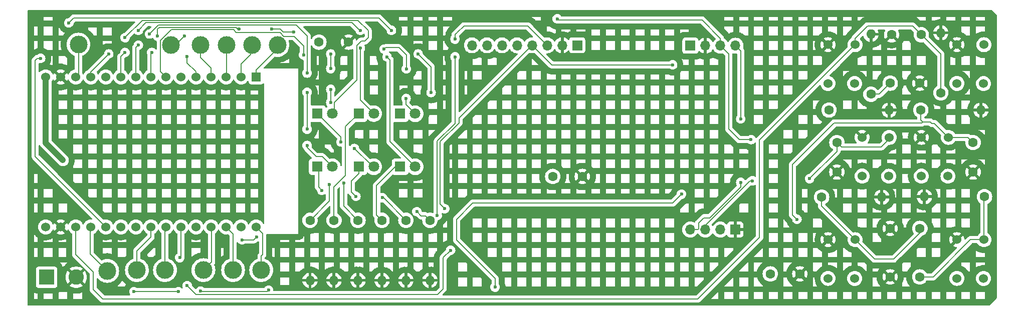
<source format=gtl>
%TF.GenerationSoftware,KiCad,Pcbnew,8.0.1*%
%TF.CreationDate,2024-04-15T12:37:58+02:00*%
%TF.ProjectId,EEK,45454b2e-6b69-4636-9164-5f7063625858,V1.1*%
%TF.SameCoordinates,Original*%
%TF.FileFunction,Copper,L1,Top*%
%TF.FilePolarity,Positive*%
%FSLAX46Y46*%
G04 Gerber Fmt 4.6, Leading zero omitted, Abs format (unit mm)*
G04 Created by KiCad (PCBNEW 8.0.1) date 2024-04-15 12:37:58*
%MOMM*%
%LPD*%
G01*
G04 APERTURE LIST*
%TA.AperFunction,ComponentPad*%
%ADD10C,1.524000*%
%TD*%
%TA.AperFunction,ComponentPad*%
%ADD11C,1.600000*%
%TD*%
%TA.AperFunction,ComponentPad*%
%ADD12O,1.600000X1.600000*%
%TD*%
%TA.AperFunction,ComponentPad*%
%ADD13C,3.000000*%
%TD*%
%TA.AperFunction,ComponentPad*%
%ADD14R,1.800000X1.800000*%
%TD*%
%TA.AperFunction,ComponentPad*%
%ADD15C,1.800000*%
%TD*%
%TA.AperFunction,ComponentPad*%
%ADD16R,1.524000X1.524000*%
%TD*%
%TA.AperFunction,ComponentPad*%
%ADD17R,1.700000X1.700000*%
%TD*%
%TA.AperFunction,ComponentPad*%
%ADD18O,1.700000X1.700000*%
%TD*%
%TA.AperFunction,ComponentPad*%
%ADD19R,2.600000X2.600000*%
%TD*%
%TA.AperFunction,ComponentPad*%
%ADD20C,2.600000*%
%TD*%
%TA.AperFunction,ViaPad*%
%ADD21C,0.600000*%
%TD*%
%TA.AperFunction,Conductor*%
%ADD22C,0.200000*%
%TD*%
%TA.AperFunction,Conductor*%
%ADD23C,0.500000*%
%TD*%
%TA.AperFunction,Conductor*%
%ADD24C,1.000000*%
%TD*%
G04 APERTURE END LIST*
D10*
%TO.P,U4,1*%
%TO.N,GND*%
X194264800Y-98880400D03*
%TO.P,U4,2*%
%TO.N,unconnected-(U4-Pad2)*%
X194264800Y-105433600D03*
%TO.P,U4,3*%
%TO.N,/CW*%
X198836800Y-98880400D03*
%TO.P,U4,4*%
%TO.N,unconnected-(U4-Pad4)*%
X198760600Y-105459000D03*
%TD*%
D11*
%TO.P,R1,1*%
%TO.N,Net-(D4-K)*%
X111250000Y-112920000D03*
D12*
%TO.P,R1,2*%
%TO.N,GND*%
X111250000Y-123080000D03*
%TD*%
D13*
%TO.P,TP6,1,1*%
%TO.N,Net-(U1-GPIO23_VSPI_MOSI)*%
X82750000Y-121354100D03*
%TD*%
D11*
%TO.P,R12,1*%
%TO.N,/Down*%
X204930000Y-108925000D03*
D12*
%TO.P,R12,2*%
%TO.N,GND*%
X194770000Y-108925000D03*
%TD*%
D13*
%TO.P,TP4,1,1*%
%TO.N,Net-(U1-GPIO34_ADC6)*%
X72500000Y-83250000D03*
%TD*%
D14*
%TO.P,D6,1,K*%
%TO.N,Net-(D6-K)*%
X106225000Y-103854100D03*
D15*
%TO.P,D6,2,A*%
%TO.N,/GBL*%
X108765000Y-103854100D03*
%TD*%
D13*
%TO.P,TP8,1,1*%
%TO.N,Net-(U1-GPIO3_TX0)*%
X73000000Y-121354100D03*
%TD*%
D11*
%TO.P,C2,1*%
%TO.N,GND*%
X194000000Y-89700000D03*
%TO.P,C2,2*%
%TO.N,/Up*%
X189000000Y-89700000D03*
%TD*%
%TO.P,R3,1*%
%TO.N,Net-(D6-K)*%
X103150000Y-112920000D03*
D12*
%TO.P,R3,2*%
%TO.N,GND*%
X103150000Y-123080000D03*
%TD*%
D11*
%TO.P,C5,1*%
%TO.N,GND*%
X189000000Y-114300000D03*
%TO.P,C5,2*%
%TO.N,/Kill*%
X194000000Y-114300000D03*
%TD*%
%TO.P,C9,1*%
%TO.N,/3.3V*%
X132000000Y-105500000D03*
%TO.P,C9,2*%
%TO.N,GND*%
X137000000Y-105500000D03*
%TD*%
%TO.P,C8,1*%
%TO.N,/3.3V*%
X92500000Y-82750000D03*
%TO.P,C8,2*%
%TO.N,GND*%
X97500000Y-82750000D03*
%TD*%
D14*
%TO.P,D5,1,K*%
%TO.N,Net-(D5-K)*%
X99225000Y-103854100D03*
D15*
%TO.P,D5,2,A*%
%TO.N,/YBR*%
X101765000Y-103854100D03*
%TD*%
D11*
%TO.P,R9,1*%
%TO.N,/CCw*%
X178670000Y-94250000D03*
D12*
%TO.P,R9,2*%
%TO.N,GND*%
X188830000Y-94250000D03*
%TD*%
D13*
%TO.P,TP7,1,1*%
%TO.N,Net-(U1-GPIO1_TX0)*%
X78000000Y-121354100D03*
%TD*%
D16*
%TO.P,U1,1,EN_RESET*%
%TO.N,Net-(U1-EN_RESET)*%
X81897500Y-88654100D03*
D10*
%TO.P,U1,2,GPIO36_ADC0*%
%TO.N,Net-(U1-GPIO36_ADC0)*%
X79357500Y-88654100D03*
%TO.P,U1,3,GPIO39_ADC3*%
%TO.N,Net-(U1-GPIO39_ADC3)*%
X76817500Y-88654100D03*
%TO.P,U1,4,GPIO34_ADC6*%
%TO.N,Net-(U1-GPIO34_ADC6)*%
X74277500Y-88654100D03*
%TO.P,U1,5,GPIO35_ADC7*%
%TO.N,Net-(U1-GPIO35_ADC7)*%
X71737500Y-88654100D03*
%TO.P,U1,6,TOUCH9_GPIO32_ADC4*%
%TO.N,/Up*%
X69197500Y-88654100D03*
%TO.P,U1,7,TOUCH8_GPIO33_ADC5*%
%TO.N,/GFL*%
X66657500Y-88654100D03*
%TO.P,U1,8,DAC1_GPIO25_ADC18*%
%TO.N,/YBR*%
X64117500Y-88654100D03*
%TO.P,U1,9,DAC2_GPIO26_ADC19*%
%TO.N,/RBR*%
X61577500Y-88654100D03*
%TO.P,U1,10,TOUCH7_GPIO27_ADC17*%
%TO.N,/BFL*%
X59037500Y-88654100D03*
%TO.P,U1,11,TOUCH6_GPIO14_ADC16*%
%TO.N,/Down*%
X56497500Y-88654100D03*
%TO.P,U1,12,TOUCH5_GPIO12_ADC15*%
%TO.N,/RFL*%
X53957500Y-88654100D03*
%TO.P,U1,13,TOUCH4_GPIO13_ADC14*%
%TO.N,Net-(U1-TOUCH4_GPIO13_ADC14)*%
X51417500Y-88654100D03*
%TO.P,U1,14,GND*%
%TO.N,GND*%
X48877500Y-88654100D03*
%TO.P,U1,15,Vin*%
%TO.N,Net-(J1-Pin_1)*%
X46337500Y-88654100D03*
%TO.P,U1,16,VCC_3.3*%
%TO.N,/3.3V*%
X46337500Y-114054100D03*
%TO.P,U1,17,GND*%
%TO.N,GND*%
X48877500Y-114054100D03*
%TO.P,U1,18,ADC13_GPIO15_TOUCH3*%
%TO.N,/Takeoff*%
X51417500Y-114054100D03*
%TO.P,U1,19,ADC12_GPIO2*%
%TO.N,Net-(U1-ADC12_GPIO2)*%
X53957500Y-114054100D03*
%TO.P,U1,20,ADC10_GPIO4*%
%TO.N,/GBL*%
X56497500Y-114054100D03*
%TO.P,U1,21,GPIO16_RX2*%
%TO.N,/CCw*%
X59037500Y-114054100D03*
%TO.P,U1,22,GPIO17_TX2*%
%TO.N,/Kill*%
X61577500Y-114054100D03*
%TO.P,U1,23,GPIO5_VSPI_SS*%
%TO.N,Net-(U1-GPIO5_VSPI_SS)*%
X64117500Y-114054100D03*
%TO.P,U1,24,GPIO18_VSPI_SCK*%
%TO.N,Net-(U1-GPIO18_VSPI_SCK)*%
X66657500Y-114054100D03*
%TO.P,U1,25,GPIO19_VSPI_MISO*%
%TO.N,/CW*%
X69197500Y-114054100D03*
%TO.P,U1,26,GPIO21_I2C_SDA*%
%TO.N,/SDA*%
X71737500Y-114054100D03*
%TO.P,U1,27,GPIO3_TX0*%
%TO.N,Net-(U1-GPIO3_TX0)*%
X74277500Y-114054100D03*
%TO.P,U1,28,GPIO1_TX0*%
%TO.N,Net-(U1-GPIO1_TX0)*%
X76817500Y-114054100D03*
%TO.P,U1,29,GPIO22_I2C_SCL*%
%TO.N,/SCL*%
X79357500Y-114054100D03*
%TO.P,U1,30,GPIO23_VSPI_MOSI*%
%TO.N,Net-(U1-GPIO23_VSPI_MOSI)*%
X81897500Y-114054100D03*
%TD*%
D17*
%TO.P,U10,1,VDD*%
%TO.N,/3.3V*%
X155250000Y-83354100D03*
D18*
%TO.P,U10,2,GND*%
%TO.N,GND*%
X157790000Y-83354100D03*
%TO.P,U10,3,SCK*%
%TO.N,/SCL*%
X160330000Y-83354100D03*
%TO.P,U10,4,SDA*%
%TO.N,/SDA*%
X162870000Y-83354100D03*
%TD*%
D14*
%TO.P,D2,1,K*%
%TO.N,Net-(D2-K)*%
X99225000Y-94854100D03*
D15*
%TO.P,D2,2,A*%
%TO.N,/BFL*%
X101765000Y-94854100D03*
%TD*%
D13*
%TO.P,TP13,1,1*%
%TO.N,Net-(U1-TOUCH4_GPIO13_ADC14)*%
X51882500Y-83154100D03*
%TD*%
D14*
%TO.P,D1,1,K*%
%TO.N,Net-(D1-K)*%
X106225000Y-94875000D03*
D15*
%TO.P,D1,2,A*%
%TO.N,/GFL*%
X108765000Y-94875000D03*
%TD*%
D14*
%TO.P,D3,1,K*%
%TO.N,Net-(D3-K)*%
X92225000Y-94850000D03*
D15*
%TO.P,D3,2,A*%
%TO.N,/RFL*%
X94765000Y-94850000D03*
%TD*%
D13*
%TO.P,TP1,1,1*%
%TO.N,Net-(U1-EN_RESET)*%
X85500000Y-83250000D03*
%TD*%
%TO.P,TP10,1,1*%
%TO.N,Net-(U1-GPIO5_VSPI_SS)*%
X61750000Y-121354100D03*
%TD*%
D11*
%TO.P,C4,1*%
%TO.N,GND*%
X203000000Y-104750000D03*
%TO.P,C4,2*%
%TO.N,/CW*%
X203000000Y-99750000D03*
%TD*%
D10*
%TO.P,U2,1*%
%TO.N,GND*%
X200264800Y-83192700D03*
%TO.P,U2,2*%
%TO.N,unconnected-(U2-Pad2)*%
X200264800Y-89745900D03*
%TO.P,U2,3*%
%TO.N,/Up*%
X204836800Y-83192700D03*
%TO.P,U2,4*%
%TO.N,unconnected-(U2-Pad4)*%
X204760600Y-89771300D03*
%TD*%
D11*
%TO.P,C3,1*%
%TO.N,GND*%
X180000000Y-104750000D03*
%TO.P,C3,2*%
%TO.N,/CCw*%
X180000000Y-99750000D03*
%TD*%
D14*
%TO.P,D4,1,K*%
%TO.N,Net-(D4-K)*%
X92225000Y-103854100D03*
D15*
%TO.P,D4,2,A*%
%TO.N,/RBR*%
X94765000Y-103854100D03*
%TD*%
D11*
%TO.P,R7,1*%
%TO.N,/Takeoff*%
X197550000Y-91330000D03*
D12*
%TO.P,R7,2*%
%TO.N,GND*%
X197550000Y-81170000D03*
%TD*%
D11*
%TO.P,R8,1*%
%TO.N,/Up*%
X185750000Y-91580000D03*
D12*
%TO.P,R8,2*%
%TO.N,GND*%
X185750000Y-81420000D03*
%TD*%
D19*
%TO.P,J1,1,Pin_1*%
%TO.N,Net-(J1-Pin_1)*%
X46500000Y-122555000D03*
D20*
%TO.P,J1,2,Pin_2*%
%TO.N,GND*%
X51500000Y-122555000D03*
%TD*%
D10*
%TO.P,U6,1*%
%TO.N,GND*%
X200264800Y-116196800D03*
%TO.P,U6,2*%
%TO.N,unconnected-(U6-Pad2)*%
X200264800Y-122750000D03*
%TO.P,U6,3*%
%TO.N,/Down*%
X204836800Y-116196800D03*
%TO.P,U6,4*%
%TO.N,unconnected-(U6-Pad4)*%
X204760600Y-122775400D03*
%TD*%
D11*
%TO.P,C7,1*%
%TO.N,/3.3V*%
X168750000Y-122000000D03*
%TO.P,C7,2*%
%TO.N,GND*%
X173750000Y-122000000D03*
%TD*%
D10*
%TO.P,U3,1*%
%TO.N,GND*%
X184264800Y-98880400D03*
%TO.P,U3,2*%
%TO.N,unconnected-(U3-Pad2)*%
X184264800Y-105433600D03*
%TO.P,U3,3*%
%TO.N,/CCw*%
X188836800Y-98880400D03*
%TO.P,U3,4*%
%TO.N,unconnected-(U3-Pad4)*%
X188760600Y-105459000D03*
%TD*%
D13*
%TO.P,TP2,1,1*%
%TO.N,Net-(U1-GPIO36_ADC0)*%
X81250000Y-83250000D03*
%TD*%
D17*
%TO.P,U9,1,VCC*%
%TO.N,/3.3V*%
X136130000Y-83284118D03*
D18*
%TO.P,U9,2,GND*%
%TO.N,GND*%
X133590000Y-83284118D03*
%TO.P,U9,3,SCL*%
%TO.N,/SCL*%
X131050000Y-83284118D03*
%TO.P,U9,4,SDA*%
%TO.N,/SDA*%
X128510000Y-83284118D03*
%TO.P,U9,5,XDA*%
%TO.N,unconnected-(U9-XDA-Pad5)*%
X125970000Y-83284118D03*
%TO.P,U9,6,XCL*%
%TO.N,unconnected-(U9-XCL-Pad6)*%
X123430000Y-83284118D03*
%TO.P,U9,7,AD0*%
%TO.N,unconnected-(U9-AD0-Pad7)*%
X120890000Y-83284118D03*
%TO.P,U9,8,INT*%
%TO.N,unconnected-(U9-INT-Pad8)*%
X118350000Y-83284118D03*
%TD*%
D13*
%TO.P,TP5,1,1*%
%TO.N,Net-(U1-GPIO35_ADC7)*%
X67500000Y-83250000D03*
%TD*%
D11*
%TO.P,C1,1*%
%TO.N,GND*%
X189250000Y-81500000D03*
%TO.P,C1,2*%
%TO.N,/Takeoff*%
X194250000Y-81500000D03*
%TD*%
%TO.P,R4,1*%
%TO.N,Net-(D3-K)*%
X99100000Y-112920000D03*
D12*
%TO.P,R4,2*%
%TO.N,GND*%
X99100000Y-123080000D03*
%TD*%
D11*
%TO.P,R10,1*%
%TO.N,/CW*%
X194170000Y-94250000D03*
D12*
%TO.P,R10,2*%
%TO.N,GND*%
X204330000Y-94250000D03*
%TD*%
D11*
%TO.P,R2,1*%
%TO.N,Net-(D5-K)*%
X107200000Y-112920000D03*
D12*
%TO.P,R2,2*%
%TO.N,GND*%
X107200000Y-123080000D03*
%TD*%
D13*
%TO.P,TP9,1,1*%
%TO.N,Net-(U1-GPIO18_VSPI_SCK)*%
X66500000Y-121354100D03*
%TD*%
D11*
%TO.P,C6,1*%
%TO.N,GND*%
X189000000Y-122500000D03*
%TO.P,C6,2*%
%TO.N,/Down*%
X194000000Y-122500000D03*
%TD*%
%TO.P,R5,1*%
%TO.N,Net-(D2-K)*%
X95050000Y-112920000D03*
D12*
%TO.P,R5,2*%
%TO.N,GND*%
X95050000Y-123080000D03*
%TD*%
D13*
%TO.P,TP12,1,1*%
%TO.N,Net-(U1-ADC12_GPIO2)*%
X56750000Y-121500000D03*
%TD*%
D11*
%TO.P,R11,1*%
%TO.N,/Kill*%
X177420000Y-109000000D03*
D12*
%TO.P,R11,2*%
%TO.N,GND*%
X187580000Y-109000000D03*
%TD*%
D10*
%TO.P,u7,1*%
%TO.N,GND*%
X178489800Y-83192700D03*
%TO.P,u7,2*%
%TO.N,unconnected-(u7-Pad2)*%
X178489800Y-89745900D03*
%TO.P,u7,3*%
%TO.N,/Takeoff*%
X183061800Y-83192700D03*
%TO.P,u7,4*%
%TO.N,unconnected-(u7-Pad4)*%
X182985600Y-89771300D03*
%TD*%
D11*
%TO.P,R6,1*%
%TO.N,Net-(D1-K)*%
X91000000Y-112920000D03*
D12*
%TO.P,R6,2*%
%TO.N,GND*%
X91000000Y-123080000D03*
%TD*%
D10*
%TO.P,U5,1*%
%TO.N,GND*%
X178500000Y-116196800D03*
%TO.P,U5,2*%
%TO.N,unconnected-(U5-Pad2)*%
X178500000Y-122750000D03*
%TO.P,U5,3*%
%TO.N,/Kill*%
X183072000Y-116196800D03*
%TO.P,U5,4*%
%TO.N,unconnected-(U5-Pad4)*%
X182995800Y-122775400D03*
%TD*%
D13*
%TO.P,TP3,1,1*%
%TO.N,Net-(U1-GPIO39_ADC3)*%
X76882500Y-83250000D03*
%TD*%
D17*
%TO.P,U8,1,VDD*%
%TO.N,GND*%
X162850000Y-114500000D03*
D18*
%TO.P,U8,2,GND*%
%TO.N,/3.3V*%
X160310000Y-114500000D03*
%TO.P,U8,3,SCK*%
%TO.N,/SCL*%
X157770000Y-114500000D03*
%TO.P,U8,4,SDA*%
%TO.N,/SDA*%
X155230000Y-114500000D03*
%TD*%
D21*
%TO.N,/GFL*%
X103500000Y-83925000D03*
X107275000Y-87275000D03*
X89900000Y-84925000D03*
X107225000Y-92300000D03*
%TO.N,/BFL*%
X62000000Y-80750000D03*
X59750000Y-84500000D03*
X99500000Y-80750000D03*
X99500000Y-83750000D03*
%TO.N,/RFL*%
X57000000Y-84750000D03*
X59750000Y-82000000D03*
%TO.N,/RBR*%
X90500000Y-100250000D03*
X63875000Y-81375000D03*
X62000000Y-83250000D03*
X90500000Y-91250000D03*
X90500000Y-88000000D03*
X90500000Y-97500000D03*
%TO.N,/YBR*%
X64250000Y-84500000D03*
X94500000Y-90750000D03*
X79000000Y-80500000D03*
X88250000Y-81000000D03*
X65250000Y-81750000D03*
X94500000Y-87250000D03*
X94500000Y-84750000D03*
X84500000Y-80500000D03*
X98500000Y-100750000D03*
X94500000Y-93000000D03*
%TO.N,/GBL*%
X104750000Y-80750000D03*
X50250000Y-79500000D03*
X45500000Y-85500000D03*
X104000000Y-85250000D03*
%TO.N,Net-(U1-GPIO35_ADC7)*%
X70250000Y-85150000D03*
X69750000Y-81750000D03*
%TO.N,/CCw*%
X72500000Y-124900000D03*
X61250000Y-125000000D03*
X122250000Y-124250000D03*
X175375000Y-105875000D03*
X68750000Y-125000000D03*
X153750000Y-108500000D03*
X84000000Y-124750000D03*
%TO.N,/Down*%
X109250000Y-84750000D03*
X111447950Y-91302050D03*
%TO.N,/CW*%
X70250000Y-124000000D03*
X114750000Y-118000000D03*
X69000000Y-119250000D03*
X173250000Y-112750000D03*
%TO.N,Net-(D1-K)*%
X94250000Y-106850000D03*
%TO.N,Net-(D3-K)*%
X96675000Y-106650000D03*
X96225000Y-99650000D03*
%TO.N,Net-(D4-K)*%
X93000000Y-107854100D03*
X109047950Y-111452050D03*
%TO.N,Net-(D5-K)*%
X98750000Y-108854100D03*
X103250000Y-109104100D03*
%TO.N,/SCL*%
X115500000Y-82250000D03*
X115500000Y-85250000D03*
X132750000Y-78804100D03*
X112500000Y-112104100D03*
X165750000Y-106250000D03*
X165500000Y-99250000D03*
%TO.N,/SDA*%
X163750000Y-106500000D03*
X79500000Y-116250000D03*
X82000000Y-115750000D03*
X152250000Y-86604100D03*
X163750000Y-95750000D03*
X113750000Y-110954100D03*
%TO.N,Net-(J1-Pin_1)*%
X49250000Y-102750000D03*
%TD*%
D22*
%TO.N,/GFL*%
X103523529Y-83925000D02*
X103748529Y-83700000D01*
X103748529Y-83700000D02*
X106000000Y-83700000D01*
X89900000Y-83375000D02*
X89900000Y-84925000D01*
X67554415Y-80650000D02*
X72750000Y-80650000D01*
X106000000Y-83700000D02*
X107275000Y-84975000D01*
X85920585Y-81125000D02*
X86570585Y-81775000D01*
X107225000Y-92300000D02*
X107225000Y-93335000D01*
X72750000Y-80650000D02*
X78075000Y-80650000D01*
X78075000Y-80650000D02*
X78550000Y-81125000D01*
X88300000Y-81775000D02*
X89900000Y-83375000D01*
X78550000Y-81125000D02*
X85920585Y-81125000D01*
X65700000Y-82504415D02*
X67554415Y-80650000D01*
X86570585Y-81775000D02*
X88300000Y-81775000D01*
X65700000Y-87696600D02*
X65700000Y-82504415D01*
X66657500Y-88654100D02*
X65700000Y-87696600D01*
X107275000Y-84975000D02*
X107275000Y-87275000D01*
X107225000Y-93335000D02*
X108765000Y-94875000D01*
X103500000Y-83925000D02*
X103523529Y-83925000D01*
%TO.N,/BFL*%
X99395900Y-80750000D02*
X99500000Y-80750000D01*
X59750000Y-84500000D02*
X59037500Y-85212500D01*
X99500000Y-83750000D02*
X99500000Y-92589100D01*
X63300000Y-79450000D02*
X98095900Y-79450000D01*
X99500000Y-92589100D02*
X101765000Y-94854100D01*
X98095900Y-79450000D02*
X99395900Y-80750000D01*
X59037500Y-85212500D02*
X59037500Y-88654100D01*
X62000000Y-80750000D02*
X63300000Y-79450000D01*
%TO.N,/RFL*%
X53957500Y-88654100D02*
X53957500Y-87830914D01*
X99075000Y-79050000D02*
X100850000Y-80825000D01*
X100850000Y-80825000D02*
X100850000Y-82000000D01*
X59750000Y-82000000D02*
X62700000Y-79050000D01*
X98900000Y-89175000D02*
X95100000Y-92975000D01*
X100275000Y-82575000D02*
X99650000Y-82575000D01*
X57000000Y-84788414D02*
X57000000Y-84750000D01*
X62700000Y-79050000D02*
X99075000Y-79050000D01*
X98900000Y-83325000D02*
X98900000Y-89175000D01*
X95100000Y-94515000D02*
X94765000Y-94850000D01*
X95100000Y-92975000D02*
X95100000Y-94515000D01*
X100850000Y-82000000D02*
X100275000Y-82575000D01*
X99650000Y-82575000D02*
X98900000Y-83325000D01*
X53957500Y-87830914D02*
X57000000Y-84788414D01*
%TO.N,/RBR*%
X90500000Y-81700000D02*
X90500000Y-88000000D01*
X63875000Y-81375000D02*
X65400000Y-79850000D01*
X90500000Y-100604100D02*
X92040000Y-102144100D01*
X90500000Y-100250000D02*
X90500000Y-100604100D01*
X88650000Y-79850000D02*
X90500000Y-81700000D01*
X93055000Y-102144100D02*
X94765000Y-103854100D01*
X90500000Y-91250000D02*
X90500000Y-97500000D01*
X65400000Y-79850000D02*
X88650000Y-79850000D01*
X92040000Y-102144100D02*
X93055000Y-102144100D01*
X61577500Y-88654100D02*
X61577500Y-83672500D01*
X61577500Y-83672500D02*
X62000000Y-83250000D01*
%TO.N,/YBR*%
X94500000Y-84750000D02*
X94500000Y-87250000D01*
X94500000Y-90750000D02*
X94500000Y-93000000D01*
X101660900Y-103750000D02*
X101765000Y-103854100D01*
X101500000Y-103750000D02*
X101660900Y-103750000D01*
X88250000Y-81000000D02*
X86500000Y-81000000D01*
X65565686Y-80250000D02*
X78500000Y-80250000D01*
X86500000Y-81000000D02*
X86000000Y-80500000D01*
X65250000Y-80565686D02*
X65565686Y-80250000D01*
X86000000Y-80500000D02*
X84500000Y-80500000D01*
X98500000Y-100750000D02*
X101500000Y-103750000D01*
X64117500Y-84632500D02*
X64250000Y-84500000D01*
X65250000Y-81750000D02*
X65250000Y-80565686D01*
X78750000Y-80500000D02*
X79000000Y-80500000D01*
X64117500Y-88654100D02*
X64117500Y-84632500D01*
X78500000Y-80250000D02*
X78750000Y-80500000D01*
%TO.N,/GBL*%
X104500000Y-85750000D02*
X104500000Y-99589100D01*
X44582500Y-85832500D02*
X44915000Y-85500000D01*
X104750000Y-80750000D02*
X102650000Y-78650000D01*
X104000000Y-85250000D02*
X104500000Y-85750000D01*
X44915000Y-85500000D02*
X45500000Y-85500000D01*
X44582500Y-102139100D02*
X44582500Y-85832500D01*
X56497500Y-114054100D02*
X44582500Y-102139100D01*
X104500000Y-99589100D02*
X108765000Y-103854100D01*
X102650000Y-78650000D02*
X51100000Y-78650000D01*
X51100000Y-78650000D02*
X50250000Y-79500000D01*
%TO.N,Net-(U1-EN_RESET)*%
X85500000Y-83354100D02*
X85500000Y-83854100D01*
X85500000Y-83854100D02*
X81897500Y-87456600D01*
X81897500Y-87456600D02*
X81897500Y-88654100D01*
%TO.N,Net-(U1-GPIO36_ADC0)*%
X81000000Y-82750000D02*
X81250000Y-82500000D01*
X81000000Y-84854100D02*
X79357500Y-86496600D01*
X81000000Y-84854100D02*
X81000000Y-82750000D01*
X79357500Y-86496600D02*
X79357500Y-88654100D01*
%TO.N,Net-(U1-GPIO39_ADC3)*%
X76882500Y-83854100D02*
X76882500Y-88589100D01*
X76882500Y-88589100D02*
X76817500Y-88654100D01*
%TO.N,Net-(U1-GPIO34_ADC6)*%
X74277500Y-87131600D02*
X74277500Y-88654100D01*
X72500000Y-85000000D02*
X72500000Y-83000000D01*
X72500000Y-85354100D02*
X74277500Y-87131600D01*
X72500000Y-85000000D02*
X72500000Y-85354100D01*
%TO.N,Net-(U1-GPIO35_ADC7)*%
X70250000Y-85150000D02*
X70250000Y-86262500D01*
X69750000Y-81750000D02*
X68250000Y-83250000D01*
X71737500Y-87750000D02*
X71737500Y-88654100D01*
X68250000Y-83250000D02*
X67500000Y-83250000D01*
X70250000Y-86262500D02*
X71737500Y-87750000D01*
X67500000Y-82250000D02*
X67500000Y-83354100D01*
%TO.N,Net-(U1-GPIO23_VSPI_MOSI)*%
X83000000Y-115156600D02*
X81897500Y-114054100D01*
X83000000Y-118736600D02*
X83000000Y-115156600D01*
X83000000Y-118736600D02*
X82750000Y-118986600D01*
X82750000Y-118986600D02*
X82750000Y-121354100D01*
%TO.N,Net-(U1-GPIO1_TX0)*%
X78000000Y-115236600D02*
X76817500Y-114054100D01*
X78000000Y-121354100D02*
X78000000Y-115236600D01*
%TO.N,Net-(U1-GPIO3_TX0)*%
X74382500Y-119971600D02*
X73000000Y-121354100D01*
X74382500Y-114159100D02*
X74382500Y-119971600D01*
X74277500Y-114054100D02*
X74382500Y-114159100D01*
%TO.N,Net-(U1-GPIO18_VSPI_SCK)*%
X66500000Y-114211600D02*
X66657500Y-114054100D01*
X66500000Y-119854100D02*
X66500000Y-114211600D01*
%TO.N,Net-(U1-GPIO5_VSPI_SS)*%
X61750000Y-118104100D02*
X64117500Y-115736600D01*
X61750000Y-120854100D02*
X61750000Y-118104100D01*
X64117500Y-115736600D02*
X64117500Y-114054100D01*
%TO.N,Net-(U1-ADC12_GPIO2)*%
X53957500Y-114054100D02*
X53882500Y-114129100D01*
X53882500Y-118632500D02*
X56750000Y-121500000D01*
X53882500Y-114129100D02*
X53882500Y-118632500D01*
%TO.N,Net-(U1-TOUCH4_GPIO13_ADC14)*%
X51882500Y-83154100D02*
X51882500Y-88189100D01*
X51882500Y-88189100D02*
X51417500Y-88654100D01*
%TO.N,/CCw*%
X118500000Y-110000000D02*
X115750000Y-112750000D01*
X115750000Y-116250000D02*
X122250000Y-122750000D01*
X84000000Y-124750000D02*
X83750000Y-125000000D01*
X153750000Y-108500000D02*
X152250000Y-110000000D01*
X152250000Y-110000000D02*
X118500000Y-110000000D01*
X187500000Y-100500000D02*
X188836800Y-99163200D01*
X61250000Y-125000000D02*
X68750000Y-125000000D01*
X115750000Y-112750000D02*
X115750000Y-116250000D01*
X180000000Y-101250000D02*
X180000000Y-99750000D01*
X188836800Y-99163200D02*
X188836800Y-98880400D01*
X180000000Y-99750000D02*
X180750000Y-100500000D01*
X180750000Y-100500000D02*
X187500000Y-100500000D01*
X175375000Y-105875000D02*
X180000000Y-101250000D01*
X122250000Y-122750000D02*
X122250000Y-124250000D01*
X72600000Y-125000000D02*
X72500000Y-124900000D01*
X83750000Y-125000000D02*
X72600000Y-125000000D01*
%TO.N,/Up*%
X187120000Y-91580000D02*
X189000000Y-89700000D01*
X185750000Y-91580000D02*
X187120000Y-91580000D01*
X189000000Y-89124800D02*
X189000000Y-89700000D01*
%TO.N,/Takeoff*%
X51417500Y-118713085D02*
X54375000Y-121670584D01*
X183061800Y-82115070D02*
X185156870Y-80020000D01*
X183061800Y-83192700D02*
X183061800Y-82115070D01*
X185156870Y-80020000D02*
X192770000Y-80020000D01*
X51417500Y-114054100D02*
X51417500Y-118713085D01*
X197550000Y-84800000D02*
X197550000Y-91330000D01*
X192770000Y-80020000D02*
X194250000Y-81500000D01*
X166937500Y-115812500D02*
X166937500Y-99317000D01*
X54375000Y-124625000D02*
X56000000Y-126250000D01*
X194250000Y-81500000D02*
X197550000Y-84800000D01*
X166937500Y-99317000D02*
X183061800Y-83192700D01*
X56000000Y-126250000D02*
X156500000Y-126250000D01*
X197500000Y-91330000D02*
X197500000Y-90533600D01*
X54375000Y-121670584D02*
X54375000Y-124625000D01*
X156500000Y-126250000D02*
X166937500Y-115812500D01*
%TO.N,/Down*%
X111447950Y-86947950D02*
X111447950Y-91302050D01*
X204836800Y-109018200D02*
X204930000Y-108925000D01*
X109250000Y-84750000D02*
X111447950Y-86947950D01*
X196250000Y-122500000D02*
X194250000Y-122500000D01*
X202553200Y-116196800D02*
X196250000Y-122500000D01*
X204836800Y-116196800D02*
X204836800Y-109018200D01*
X204836800Y-116196800D02*
X202553200Y-116196800D01*
%TO.N,/CW*%
X172500000Y-112000000D02*
X172500000Y-103500000D01*
X113500000Y-119250000D02*
X114750000Y-118000000D01*
X112518314Y-125500000D02*
X113500000Y-124518314D01*
X194170000Y-95920000D02*
X194500000Y-96250000D01*
X202130400Y-98880400D02*
X203000000Y-99750000D01*
X196456400Y-96500000D02*
X198836800Y-98880400D01*
X173250000Y-112750000D02*
X172500000Y-112000000D01*
X69197500Y-114054100D02*
X69197500Y-119052500D01*
X179550000Y-96450000D02*
X194300000Y-96450000D01*
X69197500Y-119052500D02*
X69000000Y-119250000D01*
X194500000Y-96250000D02*
X195750000Y-96250000D01*
X70250000Y-124000000D02*
X71750000Y-125500000D01*
X71750000Y-125500000D02*
X112518314Y-125500000D01*
X172500000Y-103500000D02*
X179550000Y-96450000D01*
X113500000Y-124518314D02*
X113500000Y-119250000D01*
X196000000Y-96500000D02*
X196456400Y-96500000D01*
X194170000Y-94250000D02*
X194170000Y-95920000D01*
X194300000Y-96450000D02*
X194500000Y-96250000D01*
X195750000Y-96250000D02*
X196000000Y-96500000D01*
X198836800Y-98880400D02*
X202130400Y-98880400D01*
%TO.N,/Kill*%
X183072000Y-116196800D02*
X186375200Y-119500000D01*
X177420000Y-110544800D02*
X183072000Y-116196800D01*
X186375200Y-119500000D02*
X189550000Y-119500000D01*
X177420000Y-109000000D02*
X177420000Y-110544800D01*
X189550000Y-119500000D02*
X194750000Y-114300000D01*
D23*
%TO.N,/3.3V*%
X46200000Y-114054100D02*
X46337500Y-114054100D01*
D22*
%TO.N,Net-(D1-K)*%
X94250000Y-106850000D02*
X94250000Y-109670000D01*
X94250000Y-109670000D02*
X91000000Y-112920000D01*
%TO.N,Net-(D2-K)*%
X95050000Y-107304100D02*
X95050000Y-112920000D01*
X97000000Y-105354100D02*
X97000000Y-97079100D01*
X97000000Y-97079100D02*
X99225000Y-94854100D01*
X97000000Y-105354100D02*
X95050000Y-107304100D01*
%TO.N,Net-(D3-K)*%
X96675000Y-106650000D02*
X96675000Y-110495000D01*
X96225000Y-98850000D02*
X96225000Y-99650000D01*
X96675000Y-110495000D02*
X99100000Y-112920000D01*
X92225000Y-94850000D02*
X96225000Y-98850000D01*
%TO.N,Net-(D4-K)*%
X93000000Y-107854100D02*
X92440000Y-107294100D01*
X109750000Y-112154100D02*
X110484100Y-112154100D01*
X92440000Y-107294100D02*
X92440000Y-103854100D01*
X110484100Y-112154100D02*
X111250000Y-112920000D01*
X109047950Y-111452050D02*
X109750000Y-112154100D01*
%TO.N,Net-(D5-K)*%
X98000000Y-108104100D02*
X98000000Y-106250000D01*
X99225000Y-105025000D02*
X99225000Y-103854100D01*
X103384100Y-109104100D02*
X107200000Y-112920000D01*
X98000000Y-106250000D02*
X99225000Y-105025000D01*
X98750000Y-108854100D02*
X98000000Y-108104100D01*
X103250000Y-109104100D02*
X103384100Y-109104100D01*
%TO.N,Net-(D6-K)*%
X106225000Y-103854100D02*
X105395900Y-103854100D01*
X102250000Y-112020000D02*
X103150000Y-112920000D01*
X105395900Y-103854100D02*
X102250000Y-107000000D01*
X102250000Y-107000000D02*
X102250000Y-112020000D01*
D24*
%TO.N,GND*%
X48599500Y-114054100D02*
X48599500Y-114104100D01*
X48877500Y-114054100D02*
X48599500Y-114054100D01*
X48599500Y-114104100D02*
X48877500Y-113826100D01*
D22*
%TO.N,/SCL*%
X115500000Y-96531817D02*
X112500000Y-99531817D01*
X160330000Y-82104100D02*
X160330000Y-83354100D01*
X161750000Y-97500000D02*
X161750000Y-84774100D01*
X127765882Y-80000000D02*
X131050000Y-83284118D01*
X163500000Y-99250000D02*
X161750000Y-97500000D01*
X132950000Y-79004100D02*
X157230000Y-79004100D01*
X112500000Y-99531817D02*
X112500000Y-112104100D01*
X115875000Y-81125000D02*
X115500000Y-81500000D01*
X165750000Y-106250000D02*
X165315686Y-106250000D01*
X157230000Y-79004100D02*
X160330000Y-82104100D01*
X117000000Y-80000000D02*
X127765882Y-80000000D01*
X165315686Y-106250000D02*
X157770000Y-113795686D01*
X115875000Y-81125000D02*
X117000000Y-80000000D01*
X115500000Y-81500000D02*
X115500000Y-82250000D01*
X132750000Y-78804100D02*
X132950000Y-79004100D01*
X157770000Y-113795686D02*
X157770000Y-114500000D01*
X115500000Y-85250000D02*
X115500000Y-96531817D01*
X161750000Y-84774100D02*
X160330000Y-83354100D01*
X165500000Y-99250000D02*
X163500000Y-99250000D01*
%TO.N,/SDA*%
X156500000Y-114500000D02*
X155230000Y-114500000D01*
X163750000Y-107250000D02*
X158500000Y-112500000D01*
X158500000Y-112500000D02*
X157500000Y-112500000D01*
X163750000Y-84234100D02*
X163750000Y-95750000D01*
X113000000Y-110204100D02*
X113000000Y-99597503D01*
X156620000Y-113380000D02*
X156620000Y-114380000D01*
X152250000Y-86604100D02*
X131829982Y-86604100D01*
X81500000Y-116250000D02*
X81750000Y-116000000D01*
X128465882Y-83284118D02*
X128510000Y-83284118D01*
X162870000Y-83354100D02*
X163750000Y-84234100D01*
X116150000Y-95600000D02*
X128465882Y-83284118D01*
X157500000Y-112500000D02*
X156620000Y-113380000D01*
X113000000Y-99597503D02*
X116150000Y-96447502D01*
X113750000Y-110954100D02*
X113000000Y-110204100D01*
X131829982Y-86604100D02*
X128510000Y-83284118D01*
X163750000Y-106500000D02*
X163750000Y-107250000D01*
X156620000Y-114380000D02*
X156500000Y-114500000D01*
X81750000Y-116000000D02*
X82000000Y-115750000D01*
X79500000Y-116250000D02*
X81500000Y-116250000D01*
X116150000Y-96447502D02*
X116150000Y-95600000D01*
D24*
%TO.N,Net-(J1-Pin_1)*%
X46337500Y-88654100D02*
X46337500Y-99837500D01*
D22*
X46382500Y-88609100D02*
X46337500Y-88654100D01*
D24*
X46337500Y-99837500D02*
X49250000Y-102750000D01*
%TD*%
%TA.AperFunction,Conductor*%
%TO.N,GND*%
G36*
X49929241Y-89352288D02*
G01*
X49974594Y-89287517D01*
X49974595Y-89287516D01*
X50034840Y-89158319D01*
X50081012Y-89105880D01*
X50148206Y-89086727D01*
X50215087Y-89106942D01*
X50259605Y-89158318D01*
X50319966Y-89287762D01*
X50319968Y-89287766D01*
X50446670Y-89468715D01*
X50446675Y-89468721D01*
X50602878Y-89624924D01*
X50602884Y-89624929D01*
X50783833Y-89751631D01*
X50783835Y-89751632D01*
X50783838Y-89751634D01*
X50984050Y-89844994D01*
X51197432Y-89902170D01*
X51354623Y-89915922D01*
X51417498Y-89921423D01*
X51417500Y-89921423D01*
X51417502Y-89921423D01*
X51472651Y-89916598D01*
X51637568Y-89902170D01*
X51850950Y-89844994D01*
X52051162Y-89751634D01*
X52232120Y-89624926D01*
X52388326Y-89468720D01*
X52515034Y-89287762D01*
X52575118Y-89158911D01*
X52621290Y-89106471D01*
X52688483Y-89087319D01*
X52755365Y-89107535D01*
X52799882Y-89158911D01*
X52859964Y-89287758D01*
X52859968Y-89287766D01*
X52986670Y-89468715D01*
X52986675Y-89468721D01*
X53142878Y-89624924D01*
X53142884Y-89624929D01*
X53323833Y-89751631D01*
X53323835Y-89751632D01*
X53323838Y-89751634D01*
X53524050Y-89844994D01*
X53737432Y-89902170D01*
X53894623Y-89915922D01*
X53957498Y-89921423D01*
X53957500Y-89921423D01*
X53957502Y-89921423D01*
X54012651Y-89916598D01*
X54177568Y-89902170D01*
X54390950Y-89844994D01*
X54591162Y-89751634D01*
X54772120Y-89624926D01*
X54928326Y-89468720D01*
X55055034Y-89287762D01*
X55115118Y-89158911D01*
X55161290Y-89106471D01*
X55228483Y-89087319D01*
X55295365Y-89107535D01*
X55339882Y-89158911D01*
X55399964Y-89287758D01*
X55399968Y-89287766D01*
X55526670Y-89468715D01*
X55526675Y-89468721D01*
X55682878Y-89624924D01*
X55682884Y-89624929D01*
X55863833Y-89751631D01*
X55863835Y-89751632D01*
X55863838Y-89751634D01*
X56064050Y-89844994D01*
X56277432Y-89902170D01*
X56434623Y-89915922D01*
X56497498Y-89921423D01*
X56497500Y-89921423D01*
X56497502Y-89921423D01*
X56552651Y-89916598D01*
X56717568Y-89902170D01*
X56930950Y-89844994D01*
X57131162Y-89751634D01*
X57312120Y-89624926D01*
X57468326Y-89468720D01*
X57595034Y-89287762D01*
X57655118Y-89158911D01*
X57701290Y-89106471D01*
X57768483Y-89087319D01*
X57835365Y-89107535D01*
X57879882Y-89158911D01*
X57939964Y-89287758D01*
X57939968Y-89287766D01*
X58066670Y-89468715D01*
X58066675Y-89468721D01*
X58222878Y-89624924D01*
X58222884Y-89624929D01*
X58403833Y-89751631D01*
X58403835Y-89751632D01*
X58403838Y-89751634D01*
X58604050Y-89844994D01*
X58817432Y-89902170D01*
X58974623Y-89915922D01*
X59037498Y-89921423D01*
X59037500Y-89921423D01*
X59037502Y-89921423D01*
X59092651Y-89916598D01*
X59257568Y-89902170D01*
X59470950Y-89844994D01*
X59671162Y-89751634D01*
X59852120Y-89624926D01*
X60008326Y-89468720D01*
X60135034Y-89287762D01*
X60195118Y-89158911D01*
X60241290Y-89106471D01*
X60308483Y-89087319D01*
X60375365Y-89107535D01*
X60419882Y-89158911D01*
X60479964Y-89287758D01*
X60479968Y-89287766D01*
X60606670Y-89468715D01*
X60606675Y-89468721D01*
X60762878Y-89624924D01*
X60762884Y-89624929D01*
X60943833Y-89751631D01*
X60943835Y-89751632D01*
X60943838Y-89751634D01*
X61144050Y-89844994D01*
X61357432Y-89902170D01*
X61514623Y-89915922D01*
X61577498Y-89921423D01*
X61577500Y-89921423D01*
X61577502Y-89921423D01*
X61632651Y-89916598D01*
X61797568Y-89902170D01*
X62010950Y-89844994D01*
X62211162Y-89751634D01*
X62392120Y-89624926D01*
X62548326Y-89468720D01*
X62675034Y-89287762D01*
X62735118Y-89158911D01*
X62781290Y-89106471D01*
X62848483Y-89087319D01*
X62915365Y-89107535D01*
X62959882Y-89158911D01*
X63019964Y-89287758D01*
X63019968Y-89287766D01*
X63146670Y-89468715D01*
X63146675Y-89468721D01*
X63302878Y-89624924D01*
X63302884Y-89624929D01*
X63483833Y-89751631D01*
X63483835Y-89751632D01*
X63483838Y-89751634D01*
X63684050Y-89844994D01*
X63897432Y-89902170D01*
X64054623Y-89915922D01*
X64117498Y-89921423D01*
X64117500Y-89921423D01*
X64117502Y-89921423D01*
X64172651Y-89916598D01*
X64337568Y-89902170D01*
X64550950Y-89844994D01*
X64751162Y-89751634D01*
X64932120Y-89624926D01*
X65088326Y-89468720D01*
X65215034Y-89287762D01*
X65275118Y-89158911D01*
X65321290Y-89106471D01*
X65388483Y-89087319D01*
X65455365Y-89107535D01*
X65499882Y-89158911D01*
X65559964Y-89287758D01*
X65559968Y-89287766D01*
X65686670Y-89468715D01*
X65686675Y-89468721D01*
X65842878Y-89624924D01*
X65842884Y-89624929D01*
X66023833Y-89751631D01*
X66023835Y-89751632D01*
X66023838Y-89751634D01*
X66224050Y-89844994D01*
X66437432Y-89902170D01*
X66594623Y-89915922D01*
X66657498Y-89921423D01*
X66657500Y-89921423D01*
X66657502Y-89921423D01*
X66712651Y-89916598D01*
X66877568Y-89902170D01*
X67090950Y-89844994D01*
X67291162Y-89751634D01*
X67472120Y-89624926D01*
X67628326Y-89468720D01*
X67755034Y-89287762D01*
X67815118Y-89158911D01*
X67861290Y-89106471D01*
X67928483Y-89087319D01*
X67995365Y-89107535D01*
X68039882Y-89158911D01*
X68099964Y-89287758D01*
X68099968Y-89287766D01*
X68226670Y-89468715D01*
X68226675Y-89468721D01*
X68382878Y-89624924D01*
X68382884Y-89624929D01*
X68563833Y-89751631D01*
X68563835Y-89751632D01*
X68563838Y-89751634D01*
X68764050Y-89844994D01*
X68977432Y-89902170D01*
X69134623Y-89915922D01*
X69197498Y-89921423D01*
X69197500Y-89921423D01*
X69197502Y-89921423D01*
X69252651Y-89916598D01*
X69417568Y-89902170D01*
X69630950Y-89844994D01*
X69831162Y-89751634D01*
X70012120Y-89624926D01*
X70168326Y-89468720D01*
X70295034Y-89287762D01*
X70355118Y-89158911D01*
X70401290Y-89106471D01*
X70468483Y-89087319D01*
X70535365Y-89107535D01*
X70579882Y-89158911D01*
X70639964Y-89287758D01*
X70639968Y-89287766D01*
X70766670Y-89468715D01*
X70766675Y-89468721D01*
X70922878Y-89624924D01*
X70922884Y-89624929D01*
X71103833Y-89751631D01*
X71103835Y-89751632D01*
X71103838Y-89751634D01*
X71304050Y-89844994D01*
X71517432Y-89902170D01*
X71674623Y-89915922D01*
X71737498Y-89921423D01*
X71737500Y-89921423D01*
X71737502Y-89921423D01*
X71792651Y-89916598D01*
X71957568Y-89902170D01*
X72170950Y-89844994D01*
X72371162Y-89751634D01*
X72552120Y-89624926D01*
X72708326Y-89468720D01*
X72835034Y-89287762D01*
X72895118Y-89158911D01*
X72941290Y-89106471D01*
X73008483Y-89087319D01*
X73075365Y-89107535D01*
X73119882Y-89158911D01*
X73179964Y-89287758D01*
X73179968Y-89287766D01*
X73306670Y-89468715D01*
X73306675Y-89468721D01*
X73462878Y-89624924D01*
X73462884Y-89624929D01*
X73643833Y-89751631D01*
X73643835Y-89751632D01*
X73643838Y-89751634D01*
X73844050Y-89844994D01*
X74057432Y-89902170D01*
X74214623Y-89915922D01*
X74277498Y-89921423D01*
X74277500Y-89921423D01*
X74277502Y-89921423D01*
X74332651Y-89916598D01*
X74497568Y-89902170D01*
X74710950Y-89844994D01*
X74911162Y-89751634D01*
X75092120Y-89624926D01*
X75248326Y-89468720D01*
X75375034Y-89287762D01*
X75435118Y-89158911D01*
X75481290Y-89106471D01*
X75548483Y-89087319D01*
X75615365Y-89107535D01*
X75659882Y-89158911D01*
X75719964Y-89287758D01*
X75719968Y-89287766D01*
X75846670Y-89468715D01*
X75846675Y-89468721D01*
X76002878Y-89624924D01*
X76002884Y-89624929D01*
X76183833Y-89751631D01*
X76183835Y-89751632D01*
X76183838Y-89751634D01*
X76384050Y-89844994D01*
X76597432Y-89902170D01*
X76754623Y-89915922D01*
X76817498Y-89921423D01*
X76817500Y-89921423D01*
X76817502Y-89921423D01*
X76872651Y-89916598D01*
X77037568Y-89902170D01*
X77250950Y-89844994D01*
X77451162Y-89751634D01*
X77632120Y-89624926D01*
X77788326Y-89468720D01*
X77915034Y-89287762D01*
X77975118Y-89158911D01*
X78021290Y-89106471D01*
X78088483Y-89087319D01*
X78155365Y-89107535D01*
X78199882Y-89158911D01*
X78259964Y-89287758D01*
X78259968Y-89287766D01*
X78386670Y-89468715D01*
X78386675Y-89468721D01*
X78542878Y-89624924D01*
X78542884Y-89624929D01*
X78723833Y-89751631D01*
X78723835Y-89751632D01*
X78723838Y-89751634D01*
X78924050Y-89844994D01*
X79137432Y-89902170D01*
X79294623Y-89915922D01*
X79357498Y-89921423D01*
X79357500Y-89921423D01*
X79357502Y-89921423D01*
X79412651Y-89916598D01*
X79577568Y-89902170D01*
X79790950Y-89844994D01*
X79991162Y-89751634D01*
X80172120Y-89624926D01*
X80328326Y-89468720D01*
X80409427Y-89352895D01*
X80464001Y-89309272D01*
X80533499Y-89302078D01*
X80595854Y-89333600D01*
X80631269Y-89393830D01*
X80635000Y-89424017D01*
X80635000Y-89463968D01*
X80635001Y-89463976D01*
X80641408Y-89523583D01*
X80691702Y-89658428D01*
X80691706Y-89658435D01*
X80777952Y-89773644D01*
X80777955Y-89773647D01*
X80893164Y-89859893D01*
X80893171Y-89859897D01*
X81028017Y-89910191D01*
X81028016Y-89910191D01*
X81034944Y-89910935D01*
X81087627Y-89916600D01*
X82707372Y-89916599D01*
X82766983Y-89910191D01*
X82901831Y-89859896D01*
X83017046Y-89773646D01*
X83026734Y-89760703D01*
X83082667Y-89718834D01*
X83152359Y-89713850D01*
X83213682Y-89747335D01*
X83247166Y-89808659D01*
X83250000Y-89835016D01*
X83250000Y-113407888D01*
X83230315Y-113474927D01*
X83177511Y-113520682D01*
X83108353Y-113530626D01*
X83044797Y-113501601D01*
X83013618Y-113460293D01*
X83011887Y-113456580D01*
X82995034Y-113420439D01*
X82877276Y-113252262D01*
X82868327Y-113239481D01*
X82793782Y-113164936D01*
X82712120Y-113083274D01*
X82712116Y-113083271D01*
X82712115Y-113083270D01*
X82531166Y-112956568D01*
X82531162Y-112956566D01*
X82517827Y-112950348D01*
X82330950Y-112863206D01*
X82330947Y-112863205D01*
X82330945Y-112863204D01*
X82117570Y-112806030D01*
X82117562Y-112806029D01*
X81897502Y-112786777D01*
X81897498Y-112786777D01*
X81677437Y-112806029D01*
X81677429Y-112806030D01*
X81464054Y-112863204D01*
X81464048Y-112863207D01*
X81263840Y-112956565D01*
X81263838Y-112956566D01*
X81082877Y-113083275D01*
X80926675Y-113239477D01*
X80799966Y-113420438D01*
X80799965Y-113420440D01*
X80739882Y-113549289D01*
X80693709Y-113601728D01*
X80626516Y-113620880D01*
X80559635Y-113600664D01*
X80515118Y-113549289D01*
X80488248Y-113491667D01*
X80455034Y-113420439D01*
X80337276Y-113252262D01*
X80328327Y-113239481D01*
X80253782Y-113164936D01*
X80172120Y-113083274D01*
X80172116Y-113083271D01*
X80172115Y-113083270D01*
X79991166Y-112956568D01*
X79991162Y-112956566D01*
X79977827Y-112950348D01*
X79790950Y-112863206D01*
X79790947Y-112863205D01*
X79790945Y-112863204D01*
X79577570Y-112806030D01*
X79577562Y-112806029D01*
X79357502Y-112786777D01*
X79357498Y-112786777D01*
X79137437Y-112806029D01*
X79137429Y-112806030D01*
X78924054Y-112863204D01*
X78924048Y-112863207D01*
X78723840Y-112956565D01*
X78723838Y-112956566D01*
X78542877Y-113083275D01*
X78386675Y-113239477D01*
X78259966Y-113420438D01*
X78259965Y-113420440D01*
X78199882Y-113549289D01*
X78153709Y-113601728D01*
X78086516Y-113620880D01*
X78019635Y-113600664D01*
X77975118Y-113549289D01*
X77948248Y-113491667D01*
X77915034Y-113420439D01*
X77797276Y-113252262D01*
X77788327Y-113239481D01*
X77713782Y-113164936D01*
X77632120Y-113083274D01*
X77632116Y-113083271D01*
X77632115Y-113083270D01*
X77451166Y-112956568D01*
X77451162Y-112956566D01*
X77437827Y-112950348D01*
X77250950Y-112863206D01*
X77250947Y-112863205D01*
X77250945Y-112863204D01*
X77037570Y-112806030D01*
X77037562Y-112806029D01*
X76817502Y-112786777D01*
X76817498Y-112786777D01*
X76597437Y-112806029D01*
X76597429Y-112806030D01*
X76384054Y-112863204D01*
X76384048Y-112863207D01*
X76183840Y-112956565D01*
X76183838Y-112956566D01*
X76002877Y-113083275D01*
X75846675Y-113239477D01*
X75719966Y-113420438D01*
X75719965Y-113420440D01*
X75659882Y-113549289D01*
X75613709Y-113601728D01*
X75546516Y-113620880D01*
X75479635Y-113600664D01*
X75435118Y-113549289D01*
X75408248Y-113491667D01*
X75375034Y-113420439D01*
X75257276Y-113252262D01*
X75248327Y-113239481D01*
X75173782Y-113164936D01*
X75092120Y-113083274D01*
X75092116Y-113083271D01*
X75092115Y-113083270D01*
X74911166Y-112956568D01*
X74911162Y-112956566D01*
X74897827Y-112950348D01*
X74710950Y-112863206D01*
X74710947Y-112863205D01*
X74710945Y-112863204D01*
X74497570Y-112806030D01*
X74497562Y-112806029D01*
X74277502Y-112786777D01*
X74277498Y-112786777D01*
X74057437Y-112806029D01*
X74057429Y-112806030D01*
X73844054Y-112863204D01*
X73844048Y-112863207D01*
X73643840Y-112956565D01*
X73643838Y-112956566D01*
X73462877Y-113083275D01*
X73306675Y-113239477D01*
X73179966Y-113420438D01*
X73179965Y-113420440D01*
X73119882Y-113549289D01*
X73073709Y-113601728D01*
X73006516Y-113620880D01*
X72939635Y-113600664D01*
X72895118Y-113549289D01*
X72868248Y-113491667D01*
X72835034Y-113420439D01*
X72717276Y-113252262D01*
X72708327Y-113239481D01*
X72633782Y-113164936D01*
X72552120Y-113083274D01*
X72552116Y-113083271D01*
X72552115Y-113083270D01*
X72371166Y-112956568D01*
X72371162Y-112956566D01*
X72357827Y-112950348D01*
X72170950Y-112863206D01*
X72170947Y-112863205D01*
X72170945Y-112863204D01*
X71957570Y-112806030D01*
X71957562Y-112806029D01*
X71737502Y-112786777D01*
X71737498Y-112786777D01*
X71517437Y-112806029D01*
X71517429Y-112806030D01*
X71304054Y-112863204D01*
X71304048Y-112863207D01*
X71103840Y-112956565D01*
X71103838Y-112956566D01*
X70922877Y-113083275D01*
X70766675Y-113239477D01*
X70639966Y-113420438D01*
X70639965Y-113420440D01*
X70579882Y-113549289D01*
X70533709Y-113601728D01*
X70466516Y-113620880D01*
X70399635Y-113600664D01*
X70355118Y-113549289D01*
X70328248Y-113491667D01*
X70295034Y-113420439D01*
X70177276Y-113252262D01*
X70168327Y-113239481D01*
X70093782Y-113164936D01*
X70012120Y-113083274D01*
X70012116Y-113083271D01*
X70012115Y-113083270D01*
X69831166Y-112956568D01*
X69831162Y-112956566D01*
X69817827Y-112950348D01*
X69630950Y-112863206D01*
X69630947Y-112863205D01*
X69630945Y-112863204D01*
X69417570Y-112806030D01*
X69417562Y-112806029D01*
X69197502Y-112786777D01*
X69197498Y-112786777D01*
X68977437Y-112806029D01*
X68977429Y-112806030D01*
X68764054Y-112863204D01*
X68764048Y-112863207D01*
X68563840Y-112956565D01*
X68563838Y-112956566D01*
X68382877Y-113083275D01*
X68226675Y-113239477D01*
X68099966Y-113420438D01*
X68099965Y-113420440D01*
X68039882Y-113549289D01*
X67993709Y-113601728D01*
X67926516Y-113620880D01*
X67859635Y-113600664D01*
X67815118Y-113549289D01*
X67788248Y-113491667D01*
X67755034Y-113420439D01*
X67637276Y-113252262D01*
X67628327Y-113239481D01*
X67553782Y-113164936D01*
X67472120Y-113083274D01*
X67472116Y-113083271D01*
X67472115Y-113083270D01*
X67291166Y-112956568D01*
X67291162Y-112956566D01*
X67277827Y-112950348D01*
X67090950Y-112863206D01*
X67090947Y-112863205D01*
X67090945Y-112863204D01*
X66877570Y-112806030D01*
X66877562Y-112806029D01*
X66657502Y-112786777D01*
X66657498Y-112786777D01*
X66437437Y-112806029D01*
X66437429Y-112806030D01*
X66224054Y-112863204D01*
X66224048Y-112863207D01*
X66023840Y-112956565D01*
X66023838Y-112956566D01*
X65842877Y-113083275D01*
X65686675Y-113239477D01*
X65559966Y-113420438D01*
X65559965Y-113420440D01*
X65499882Y-113549289D01*
X65453709Y-113601728D01*
X65386516Y-113620880D01*
X65319635Y-113600664D01*
X65275118Y-113549289D01*
X65248248Y-113491667D01*
X65215034Y-113420439D01*
X65097276Y-113252262D01*
X65088327Y-113239481D01*
X65013782Y-113164936D01*
X64932120Y-113083274D01*
X64932116Y-113083271D01*
X64932115Y-113083270D01*
X64751166Y-112956568D01*
X64751162Y-112956566D01*
X64737827Y-112950348D01*
X64550950Y-112863206D01*
X64550947Y-112863205D01*
X64550945Y-112863204D01*
X64337570Y-112806030D01*
X64337562Y-112806029D01*
X64117502Y-112786777D01*
X64117498Y-112786777D01*
X63897437Y-112806029D01*
X63897429Y-112806030D01*
X63684054Y-112863204D01*
X63684048Y-112863207D01*
X63483840Y-112956565D01*
X63483838Y-112956566D01*
X63302877Y-113083275D01*
X63146675Y-113239477D01*
X63019966Y-113420438D01*
X63019965Y-113420440D01*
X62959882Y-113549289D01*
X62913709Y-113601728D01*
X62846516Y-113620880D01*
X62779635Y-113600664D01*
X62735118Y-113549289D01*
X62708248Y-113491667D01*
X62675034Y-113420439D01*
X62557276Y-113252262D01*
X62548327Y-113239481D01*
X62473782Y-113164936D01*
X62392120Y-113083274D01*
X62392116Y-113083271D01*
X62392115Y-113083270D01*
X62211166Y-112956568D01*
X62211162Y-112956566D01*
X62197827Y-112950348D01*
X62010950Y-112863206D01*
X62010947Y-112863205D01*
X62010945Y-112863204D01*
X61797570Y-112806030D01*
X61797562Y-112806029D01*
X61577502Y-112786777D01*
X61577498Y-112786777D01*
X61357437Y-112806029D01*
X61357429Y-112806030D01*
X61144054Y-112863204D01*
X61144048Y-112863207D01*
X60943840Y-112956565D01*
X60943838Y-112956566D01*
X60762877Y-113083275D01*
X60606675Y-113239477D01*
X60479966Y-113420438D01*
X60479965Y-113420440D01*
X60419882Y-113549289D01*
X60373709Y-113601728D01*
X60306516Y-113620880D01*
X60239635Y-113600664D01*
X60195118Y-113549289D01*
X60168248Y-113491667D01*
X60135034Y-113420439D01*
X60017276Y-113252262D01*
X60008327Y-113239481D01*
X59933782Y-113164936D01*
X59852120Y-113083274D01*
X59852116Y-113083271D01*
X59852115Y-113083270D01*
X59671166Y-112956568D01*
X59671162Y-112956566D01*
X59657827Y-112950348D01*
X59470950Y-112863206D01*
X59470947Y-112863205D01*
X59470945Y-112863204D01*
X59257570Y-112806030D01*
X59257562Y-112806029D01*
X59037502Y-112786777D01*
X59037498Y-112786777D01*
X58817437Y-112806029D01*
X58817429Y-112806030D01*
X58604054Y-112863204D01*
X58604048Y-112863207D01*
X58403840Y-112956565D01*
X58403838Y-112956566D01*
X58222877Y-113083275D01*
X58066675Y-113239477D01*
X57939966Y-113420438D01*
X57939965Y-113420440D01*
X57879882Y-113549289D01*
X57833709Y-113601728D01*
X57766516Y-113620880D01*
X57699635Y-113600664D01*
X57655118Y-113549289D01*
X57628248Y-113491667D01*
X57595034Y-113420439D01*
X57477276Y-113252262D01*
X57468327Y-113239481D01*
X57393782Y-113164936D01*
X57312120Y-113083274D01*
X57312116Y-113083271D01*
X57312115Y-113083270D01*
X57131166Y-112956568D01*
X57131162Y-112956566D01*
X57117827Y-112950348D01*
X56930950Y-112863206D01*
X56930947Y-112863205D01*
X56930945Y-112863204D01*
X56717570Y-112806030D01*
X56717562Y-112806029D01*
X56497502Y-112786777D01*
X56497498Y-112786777D01*
X56277438Y-112806029D01*
X56277434Y-112806029D01*
X56277432Y-112806030D01*
X56277426Y-112806031D01*
X56277424Y-112806032D01*
X56205593Y-112825278D01*
X56135743Y-112823614D01*
X56085820Y-112793184D01*
X53394736Y-110102100D01*
X55998000Y-110102100D01*
X55998000Y-111293980D01*
X56308120Y-111604100D01*
X57500000Y-111604100D01*
X57500000Y-110102100D01*
X58498000Y-110102100D01*
X58498000Y-111604100D01*
X60000000Y-111604100D01*
X60000000Y-110102100D01*
X60998000Y-110102100D01*
X60998000Y-111604100D01*
X62500000Y-111604100D01*
X62500000Y-110102100D01*
X63498000Y-110102100D01*
X63498000Y-111604100D01*
X65000000Y-111604100D01*
X65000000Y-110102100D01*
X65998000Y-110102100D01*
X65998000Y-111604100D01*
X67500000Y-111604100D01*
X67500000Y-110102100D01*
X68498000Y-110102100D01*
X68498000Y-111604100D01*
X70000000Y-111604100D01*
X70000000Y-110102100D01*
X70998000Y-110102100D01*
X70998000Y-111604100D01*
X72500000Y-111604100D01*
X72500000Y-110102100D01*
X73498000Y-110102100D01*
X73498000Y-111604100D01*
X75000000Y-111604100D01*
X75000000Y-110102100D01*
X75998000Y-110102100D01*
X75998000Y-111604100D01*
X77500000Y-111604100D01*
X77500000Y-110102100D01*
X78498000Y-110102100D01*
X78498000Y-111604100D01*
X80000000Y-111604100D01*
X80000000Y-110102100D01*
X80998000Y-110102100D01*
X80998000Y-111604100D01*
X82252000Y-111604100D01*
X82252000Y-110102100D01*
X80998000Y-110102100D01*
X80000000Y-110102100D01*
X78498000Y-110102100D01*
X77500000Y-110102100D01*
X75998000Y-110102100D01*
X75000000Y-110102100D01*
X73498000Y-110102100D01*
X72500000Y-110102100D01*
X70998000Y-110102100D01*
X70000000Y-110102100D01*
X68498000Y-110102100D01*
X67500000Y-110102100D01*
X65998000Y-110102100D01*
X65000000Y-110102100D01*
X63498000Y-110102100D01*
X62500000Y-110102100D01*
X60998000Y-110102100D01*
X60000000Y-110102100D01*
X58498000Y-110102100D01*
X57500000Y-110102100D01*
X55998000Y-110102100D01*
X53394736Y-110102100D01*
X50894736Y-107602100D01*
X53498000Y-107602100D01*
X53498000Y-108793980D01*
X53808120Y-109104100D01*
X55000000Y-109104100D01*
X55000000Y-107602100D01*
X55998000Y-107602100D01*
X55998000Y-109104100D01*
X57500000Y-109104100D01*
X57500000Y-107602100D01*
X58498000Y-107602100D01*
X58498000Y-109104100D01*
X60000000Y-109104100D01*
X60000000Y-107602100D01*
X60998000Y-107602100D01*
X60998000Y-109104100D01*
X62500000Y-109104100D01*
X62500000Y-107602100D01*
X63498000Y-107602100D01*
X63498000Y-109104100D01*
X65000000Y-109104100D01*
X65000000Y-107602100D01*
X65998000Y-107602100D01*
X65998000Y-109104100D01*
X67500000Y-109104100D01*
X67500000Y-107602100D01*
X68498000Y-107602100D01*
X68498000Y-109104100D01*
X70000000Y-109104100D01*
X70000000Y-107602100D01*
X70998000Y-107602100D01*
X70998000Y-109104100D01*
X72500000Y-109104100D01*
X72500000Y-107602100D01*
X73498000Y-107602100D01*
X73498000Y-109104100D01*
X75000000Y-109104100D01*
X75000000Y-107602100D01*
X75998000Y-107602100D01*
X75998000Y-109104100D01*
X77500000Y-109104100D01*
X77500000Y-107602100D01*
X78498000Y-107602100D01*
X78498000Y-109104100D01*
X80000000Y-109104100D01*
X80000000Y-107602100D01*
X80998000Y-107602100D01*
X80998000Y-109104100D01*
X82252000Y-109104100D01*
X82252000Y-107602100D01*
X80998000Y-107602100D01*
X80000000Y-107602100D01*
X78498000Y-107602100D01*
X77500000Y-107602100D01*
X75998000Y-107602100D01*
X75000000Y-107602100D01*
X73498000Y-107602100D01*
X72500000Y-107602100D01*
X70998000Y-107602100D01*
X70000000Y-107602100D01*
X68498000Y-107602100D01*
X67500000Y-107602100D01*
X65998000Y-107602100D01*
X65000000Y-107602100D01*
X63498000Y-107602100D01*
X62500000Y-107602100D01*
X60998000Y-107602100D01*
X60000000Y-107602100D01*
X58498000Y-107602100D01*
X57500000Y-107602100D01*
X55998000Y-107602100D01*
X55000000Y-107602100D01*
X53498000Y-107602100D01*
X50894736Y-107602100D01*
X48394736Y-105102100D01*
X50998000Y-105102100D01*
X50998000Y-106293980D01*
X51308120Y-106604100D01*
X52500000Y-106604100D01*
X52500000Y-105102100D01*
X53498000Y-105102100D01*
X53498000Y-106604100D01*
X55000000Y-106604100D01*
X55000000Y-105102100D01*
X55998000Y-105102100D01*
X55998000Y-106604100D01*
X57500000Y-106604100D01*
X57500000Y-105102100D01*
X58498000Y-105102100D01*
X58498000Y-106604100D01*
X60000000Y-106604100D01*
X60000000Y-105102100D01*
X60998000Y-105102100D01*
X60998000Y-106604100D01*
X62500000Y-106604100D01*
X62500000Y-105102100D01*
X63498000Y-105102100D01*
X63498000Y-106604100D01*
X65000000Y-106604100D01*
X65000000Y-105102100D01*
X65998000Y-105102100D01*
X65998000Y-106604100D01*
X67500000Y-106604100D01*
X67500000Y-105102100D01*
X68498000Y-105102100D01*
X68498000Y-106604100D01*
X70000000Y-106604100D01*
X70000000Y-105102100D01*
X70998000Y-105102100D01*
X70998000Y-106604100D01*
X72500000Y-106604100D01*
X72500000Y-105102100D01*
X73498000Y-105102100D01*
X73498000Y-106604100D01*
X75000000Y-106604100D01*
X75000000Y-105102100D01*
X75998000Y-105102100D01*
X75998000Y-106604100D01*
X77500000Y-106604100D01*
X77500000Y-105102100D01*
X78498000Y-105102100D01*
X78498000Y-106604100D01*
X80000000Y-106604100D01*
X80000000Y-105102100D01*
X80998000Y-105102100D01*
X80998000Y-106604100D01*
X82252000Y-106604100D01*
X82252000Y-105102100D01*
X80998000Y-105102100D01*
X80000000Y-105102100D01*
X78498000Y-105102100D01*
X77500000Y-105102100D01*
X75998000Y-105102100D01*
X75000000Y-105102100D01*
X73498000Y-105102100D01*
X72500000Y-105102100D01*
X70998000Y-105102100D01*
X70000000Y-105102100D01*
X68498000Y-105102100D01*
X67500000Y-105102100D01*
X65998000Y-105102100D01*
X65000000Y-105102100D01*
X63498000Y-105102100D01*
X62500000Y-105102100D01*
X60998000Y-105102100D01*
X60000000Y-105102100D01*
X58498000Y-105102100D01*
X57500000Y-105102100D01*
X55998000Y-105102100D01*
X55000000Y-105102100D01*
X53498000Y-105102100D01*
X52500000Y-105102100D01*
X50998000Y-105102100D01*
X48394736Y-105102100D01*
X47396736Y-104104100D01*
X50998000Y-104104100D01*
X52500000Y-104104100D01*
X52500000Y-102602100D01*
X53498000Y-102602100D01*
X53498000Y-104104100D01*
X55000000Y-104104100D01*
X55000000Y-102602100D01*
X55998000Y-102602100D01*
X55998000Y-104104100D01*
X57500000Y-104104100D01*
X57500000Y-102602100D01*
X58498000Y-102602100D01*
X58498000Y-104104100D01*
X60000000Y-104104100D01*
X60000000Y-102602100D01*
X60998000Y-102602100D01*
X60998000Y-104104100D01*
X62500000Y-104104100D01*
X62500000Y-102602100D01*
X63498000Y-102602100D01*
X63498000Y-104104100D01*
X65000000Y-104104100D01*
X65000000Y-102602100D01*
X65998000Y-102602100D01*
X65998000Y-104104100D01*
X67500000Y-104104100D01*
X67500000Y-102602100D01*
X68498000Y-102602100D01*
X68498000Y-104104100D01*
X70000000Y-104104100D01*
X70000000Y-102602100D01*
X70998000Y-102602100D01*
X70998000Y-104104100D01*
X72500000Y-104104100D01*
X72500000Y-102602100D01*
X73498000Y-102602100D01*
X73498000Y-104104100D01*
X75000000Y-104104100D01*
X75000000Y-102602100D01*
X75998000Y-102602100D01*
X75998000Y-104104100D01*
X77500000Y-104104100D01*
X77500000Y-102602100D01*
X78498000Y-102602100D01*
X78498000Y-104104100D01*
X80000000Y-104104100D01*
X80000000Y-102602100D01*
X80998000Y-102602100D01*
X80998000Y-104104100D01*
X82252000Y-104104100D01*
X82252000Y-102602100D01*
X80998000Y-102602100D01*
X80000000Y-102602100D01*
X78498000Y-102602100D01*
X77500000Y-102602100D01*
X75998000Y-102602100D01*
X75000000Y-102602100D01*
X73498000Y-102602100D01*
X72500000Y-102602100D01*
X70998000Y-102602100D01*
X70000000Y-102602100D01*
X68498000Y-102602100D01*
X67500000Y-102602100D01*
X65998000Y-102602100D01*
X65000000Y-102602100D01*
X63498000Y-102602100D01*
X62500000Y-102602100D01*
X60998000Y-102602100D01*
X60000000Y-102602100D01*
X58498000Y-102602100D01*
X57500000Y-102602100D01*
X55998000Y-102602100D01*
X55000000Y-102602100D01*
X53498000Y-102602100D01*
X52500000Y-102602100D01*
X51247429Y-102602100D01*
X51248351Y-102620877D01*
X51248500Y-102626960D01*
X51248500Y-102873040D01*
X51248351Y-102879123D01*
X51246545Y-102915895D01*
X51246097Y-102921965D01*
X51241294Y-102970736D01*
X51240549Y-102976777D01*
X51235145Y-103013209D01*
X51234104Y-103019206D01*
X51186093Y-103260573D01*
X51184760Y-103266511D01*
X51175811Y-103302238D01*
X51174187Y-103308107D01*
X51159960Y-103355003D01*
X51158050Y-103360783D01*
X51145646Y-103395446D01*
X51143457Y-103401121D01*
X51049287Y-103628467D01*
X51046822Y-103634027D01*
X51031083Y-103667307D01*
X51028346Y-103672746D01*
X51005245Y-103715966D01*
X51002246Y-103721260D01*
X50998000Y-103728344D01*
X50998000Y-104104100D01*
X47396736Y-104104100D01*
X45219319Y-101926683D01*
X45185834Y-101865360D01*
X45183000Y-101839002D01*
X45183000Y-100288113D01*
X45202685Y-100221074D01*
X45255489Y-100175319D01*
X45324647Y-100165375D01*
X45388203Y-100194400D01*
X45421561Y-100240661D01*
X45450864Y-100311407D01*
X45450871Y-100311420D01*
X45560360Y-100475281D01*
X45560363Y-100475285D01*
X45704037Y-100618959D01*
X45704059Y-100618979D01*
X48612215Y-103527136D01*
X48612219Y-103527139D01*
X48776079Y-103636627D01*
X48776083Y-103636629D01*
X48776086Y-103636631D01*
X48958164Y-103712051D01*
X49122910Y-103744821D01*
X49151455Y-103750499D01*
X49151458Y-103750500D01*
X49151460Y-103750500D01*
X49348542Y-103750500D01*
X49348543Y-103750499D01*
X49541836Y-103712051D01*
X49723914Y-103636631D01*
X49887781Y-103527139D01*
X50027139Y-103387781D01*
X50136631Y-103223914D01*
X50212051Y-103041836D01*
X50250500Y-102848540D01*
X50250500Y-102651460D01*
X50250500Y-102651457D01*
X50250499Y-102651455D01*
X50239579Y-102596555D01*
X50212051Y-102458164D01*
X50136631Y-102276086D01*
X50136629Y-102276083D01*
X50136627Y-102276079D01*
X50027139Y-102112219D01*
X50027136Y-102112215D01*
X48017021Y-100102100D01*
X50998000Y-100102100D01*
X50998000Y-101604100D01*
X52500000Y-101604100D01*
X52500000Y-100102100D01*
X53498000Y-100102100D01*
X53498000Y-101604100D01*
X55000000Y-101604100D01*
X55000000Y-100102100D01*
X55998000Y-100102100D01*
X55998000Y-101604100D01*
X57500000Y-101604100D01*
X57500000Y-100102100D01*
X58498000Y-100102100D01*
X58498000Y-101604100D01*
X60000000Y-101604100D01*
X60000000Y-100102100D01*
X60998000Y-100102100D01*
X60998000Y-101604100D01*
X62500000Y-101604100D01*
X62500000Y-100102100D01*
X63498000Y-100102100D01*
X63498000Y-101604100D01*
X65000000Y-101604100D01*
X65000000Y-100102100D01*
X65998000Y-100102100D01*
X65998000Y-101604100D01*
X67500000Y-101604100D01*
X67500000Y-100102100D01*
X68498000Y-100102100D01*
X68498000Y-101604100D01*
X70000000Y-101604100D01*
X70000000Y-100102100D01*
X70998000Y-100102100D01*
X70998000Y-101604100D01*
X72500000Y-101604100D01*
X72500000Y-100102100D01*
X73498000Y-100102100D01*
X73498000Y-101604100D01*
X75000000Y-101604100D01*
X75000000Y-100102100D01*
X75998000Y-100102100D01*
X75998000Y-101604100D01*
X77500000Y-101604100D01*
X77500000Y-100102100D01*
X78498000Y-100102100D01*
X78498000Y-101604100D01*
X80000000Y-101604100D01*
X80000000Y-100102100D01*
X80998000Y-100102100D01*
X80998000Y-101604100D01*
X82252000Y-101604100D01*
X82252000Y-100102100D01*
X80998000Y-100102100D01*
X80000000Y-100102100D01*
X78498000Y-100102100D01*
X77500000Y-100102100D01*
X75998000Y-100102100D01*
X75000000Y-100102100D01*
X73498000Y-100102100D01*
X72500000Y-100102100D01*
X70998000Y-100102100D01*
X70000000Y-100102100D01*
X68498000Y-100102100D01*
X67500000Y-100102100D01*
X65998000Y-100102100D01*
X65000000Y-100102100D01*
X63498000Y-100102100D01*
X62500000Y-100102100D01*
X60998000Y-100102100D01*
X60000000Y-100102100D01*
X58498000Y-100102100D01*
X57500000Y-100102100D01*
X55998000Y-100102100D01*
X55000000Y-100102100D01*
X53498000Y-100102100D01*
X52500000Y-100102100D01*
X50998000Y-100102100D01*
X48017021Y-100102100D01*
X47374319Y-99459398D01*
X47340834Y-99398075D01*
X47338000Y-99371717D01*
X47338000Y-97602100D01*
X48498000Y-97602100D01*
X48498000Y-99104100D01*
X50000000Y-99104100D01*
X50000000Y-97602100D01*
X50998000Y-97602100D01*
X50998000Y-99104100D01*
X52500000Y-99104100D01*
X52500000Y-97602100D01*
X53498000Y-97602100D01*
X53498000Y-99104100D01*
X55000000Y-99104100D01*
X55000000Y-97602100D01*
X55998000Y-97602100D01*
X55998000Y-99104100D01*
X57500000Y-99104100D01*
X57500000Y-97602100D01*
X58498000Y-97602100D01*
X58498000Y-99104100D01*
X60000000Y-99104100D01*
X60000000Y-97602100D01*
X60998000Y-97602100D01*
X60998000Y-99104100D01*
X62500000Y-99104100D01*
X62500000Y-97602100D01*
X63498000Y-97602100D01*
X63498000Y-99104100D01*
X65000000Y-99104100D01*
X65000000Y-97602100D01*
X65998000Y-97602100D01*
X65998000Y-99104100D01*
X67500000Y-99104100D01*
X67500000Y-97602100D01*
X68498000Y-97602100D01*
X68498000Y-99104100D01*
X70000000Y-99104100D01*
X70000000Y-97602100D01*
X70998000Y-97602100D01*
X70998000Y-99104100D01*
X72500000Y-99104100D01*
X72500000Y-97602100D01*
X73498000Y-97602100D01*
X73498000Y-99104100D01*
X75000000Y-99104100D01*
X75000000Y-97602100D01*
X75998000Y-97602100D01*
X75998000Y-99104100D01*
X77500000Y-99104100D01*
X77500000Y-97602100D01*
X78498000Y-97602100D01*
X78498000Y-99104100D01*
X80000000Y-99104100D01*
X80000000Y-97602100D01*
X80998000Y-97602100D01*
X80998000Y-99104100D01*
X82252000Y-99104100D01*
X82252000Y-97602100D01*
X80998000Y-97602100D01*
X80000000Y-97602100D01*
X78498000Y-97602100D01*
X77500000Y-97602100D01*
X75998000Y-97602100D01*
X75000000Y-97602100D01*
X73498000Y-97602100D01*
X72500000Y-97602100D01*
X70998000Y-97602100D01*
X70000000Y-97602100D01*
X68498000Y-97602100D01*
X67500000Y-97602100D01*
X65998000Y-97602100D01*
X65000000Y-97602100D01*
X63498000Y-97602100D01*
X62500000Y-97602100D01*
X60998000Y-97602100D01*
X60000000Y-97602100D01*
X58498000Y-97602100D01*
X57500000Y-97602100D01*
X55998000Y-97602100D01*
X55000000Y-97602100D01*
X53498000Y-97602100D01*
X52500000Y-97602100D01*
X50998000Y-97602100D01*
X50000000Y-97602100D01*
X48498000Y-97602100D01*
X47338000Y-97602100D01*
X47338000Y-95102100D01*
X48498000Y-95102100D01*
X48498000Y-96604100D01*
X50000000Y-96604100D01*
X50000000Y-95102100D01*
X50998000Y-95102100D01*
X50998000Y-96604100D01*
X52500000Y-96604100D01*
X52500000Y-95102100D01*
X53498000Y-95102100D01*
X53498000Y-96604100D01*
X55000000Y-96604100D01*
X55000000Y-95102100D01*
X55998000Y-95102100D01*
X55998000Y-96604100D01*
X57500000Y-96604100D01*
X57500000Y-95102100D01*
X58498000Y-95102100D01*
X58498000Y-96604100D01*
X60000000Y-96604100D01*
X60000000Y-95102100D01*
X60998000Y-95102100D01*
X60998000Y-96604100D01*
X62500000Y-96604100D01*
X62500000Y-95102100D01*
X63498000Y-95102100D01*
X63498000Y-96604100D01*
X65000000Y-96604100D01*
X65000000Y-95102100D01*
X65998000Y-95102100D01*
X65998000Y-96604100D01*
X67500000Y-96604100D01*
X67500000Y-95102100D01*
X68498000Y-95102100D01*
X68498000Y-96604100D01*
X70000000Y-96604100D01*
X70000000Y-95102100D01*
X70998000Y-95102100D01*
X70998000Y-96604100D01*
X72500000Y-96604100D01*
X72500000Y-95102100D01*
X73498000Y-95102100D01*
X73498000Y-96604100D01*
X75000000Y-96604100D01*
X75000000Y-95102100D01*
X75998000Y-95102100D01*
X75998000Y-96604100D01*
X77500000Y-96604100D01*
X77500000Y-95102100D01*
X78498000Y-95102100D01*
X78498000Y-96604100D01*
X80000000Y-96604100D01*
X80000000Y-95102100D01*
X80998000Y-95102100D01*
X80998000Y-96604100D01*
X82252000Y-96604100D01*
X82252000Y-95102100D01*
X80998000Y-95102100D01*
X80000000Y-95102100D01*
X78498000Y-95102100D01*
X77500000Y-95102100D01*
X75998000Y-95102100D01*
X75000000Y-95102100D01*
X73498000Y-95102100D01*
X72500000Y-95102100D01*
X70998000Y-95102100D01*
X70000000Y-95102100D01*
X68498000Y-95102100D01*
X67500000Y-95102100D01*
X65998000Y-95102100D01*
X65000000Y-95102100D01*
X63498000Y-95102100D01*
X62500000Y-95102100D01*
X60998000Y-95102100D01*
X60000000Y-95102100D01*
X58498000Y-95102100D01*
X57500000Y-95102100D01*
X55998000Y-95102100D01*
X55000000Y-95102100D01*
X53498000Y-95102100D01*
X52500000Y-95102100D01*
X50998000Y-95102100D01*
X50000000Y-95102100D01*
X48498000Y-95102100D01*
X47338000Y-95102100D01*
X47338000Y-92602100D01*
X48498000Y-92602100D01*
X48498000Y-94104100D01*
X50000000Y-94104100D01*
X50000000Y-92602100D01*
X50998000Y-92602100D01*
X50998000Y-94104100D01*
X52500000Y-94104100D01*
X52500000Y-92602100D01*
X53498000Y-92602100D01*
X53498000Y-94104100D01*
X55000000Y-94104100D01*
X55000000Y-92602100D01*
X55998000Y-92602100D01*
X55998000Y-94104100D01*
X57500000Y-94104100D01*
X57500000Y-92602100D01*
X58498000Y-92602100D01*
X58498000Y-94104100D01*
X60000000Y-94104100D01*
X60000000Y-92602100D01*
X60998000Y-92602100D01*
X60998000Y-94104100D01*
X62500000Y-94104100D01*
X62500000Y-92602100D01*
X63498000Y-92602100D01*
X63498000Y-94104100D01*
X65000000Y-94104100D01*
X65000000Y-92602100D01*
X65998000Y-92602100D01*
X65998000Y-94104100D01*
X67500000Y-94104100D01*
X67500000Y-92602100D01*
X68498000Y-92602100D01*
X68498000Y-94104100D01*
X70000000Y-94104100D01*
X70000000Y-92602100D01*
X70998000Y-92602100D01*
X70998000Y-94104100D01*
X72500000Y-94104100D01*
X72500000Y-92602100D01*
X73498000Y-92602100D01*
X73498000Y-94104100D01*
X75000000Y-94104100D01*
X75000000Y-92602100D01*
X75998000Y-92602100D01*
X75998000Y-94104100D01*
X77500000Y-94104100D01*
X77500000Y-92602100D01*
X78498000Y-92602100D01*
X78498000Y-94104100D01*
X80000000Y-94104100D01*
X80000000Y-92602100D01*
X80998000Y-92602100D01*
X80998000Y-94104100D01*
X82252000Y-94104100D01*
X82252000Y-92602100D01*
X80998000Y-92602100D01*
X80000000Y-92602100D01*
X78498000Y-92602100D01*
X77500000Y-92602100D01*
X75998000Y-92602100D01*
X75000000Y-92602100D01*
X73498000Y-92602100D01*
X72500000Y-92602100D01*
X70998000Y-92602100D01*
X70000000Y-92602100D01*
X68498000Y-92602100D01*
X67500000Y-92602100D01*
X65998000Y-92602100D01*
X65000000Y-92602100D01*
X63498000Y-92602100D01*
X62500000Y-92602100D01*
X60998000Y-92602100D01*
X60000000Y-92602100D01*
X58498000Y-92602100D01*
X57500000Y-92602100D01*
X55998000Y-92602100D01*
X55000000Y-92602100D01*
X53498000Y-92602100D01*
X52500000Y-92602100D01*
X50998000Y-92602100D01*
X50000000Y-92602100D01*
X48498000Y-92602100D01*
X47338000Y-92602100D01*
X47338000Y-91604100D01*
X48498000Y-91604100D01*
X50000000Y-91604100D01*
X50998000Y-91604100D01*
X52500000Y-91604100D01*
X53498000Y-91604100D01*
X55000000Y-91604100D01*
X55998000Y-91604100D01*
X57500000Y-91604100D01*
X58498000Y-91604100D01*
X60000000Y-91604100D01*
X60998000Y-91604100D01*
X62500000Y-91604100D01*
X63498000Y-91604100D01*
X65000000Y-91604100D01*
X65998000Y-91604100D01*
X67500000Y-91604100D01*
X68498000Y-91604100D01*
X70000000Y-91604100D01*
X70998000Y-91604100D01*
X72500000Y-91604100D01*
X72500000Y-90787278D01*
X72491855Y-90790244D01*
X72486729Y-90791985D01*
X72455495Y-90801834D01*
X72450298Y-90803349D01*
X72194830Y-90871802D01*
X72189573Y-90873088D01*
X72157613Y-90880173D01*
X72152306Y-90881229D01*
X72109410Y-90888792D01*
X72104064Y-90889614D01*
X72071619Y-90893885D01*
X72066242Y-90894474D01*
X71802785Y-90917523D01*
X71797388Y-90917877D01*
X71764689Y-90919305D01*
X71759279Y-90919423D01*
X71715721Y-90919423D01*
X71710311Y-90919305D01*
X71677612Y-90917877D01*
X71672215Y-90917523D01*
X71408758Y-90894474D01*
X71403381Y-90893885D01*
X71370936Y-90889614D01*
X71365590Y-90888792D01*
X71322694Y-90881229D01*
X71317387Y-90880173D01*
X71285427Y-90873088D01*
X71280170Y-90871802D01*
X71024702Y-90803349D01*
X71019505Y-90801834D01*
X70998000Y-90795052D01*
X70998000Y-91604100D01*
X70000000Y-91604100D01*
X70000000Y-90781090D01*
X73498000Y-90781090D01*
X73498000Y-91604100D01*
X75000000Y-91604100D01*
X75000000Y-90800413D01*
X74995495Y-90801834D01*
X74990298Y-90803349D01*
X74734830Y-90871802D01*
X74729573Y-90873088D01*
X74697613Y-90880173D01*
X74692306Y-90881229D01*
X74649410Y-90888792D01*
X74644064Y-90889614D01*
X74611619Y-90893885D01*
X74606242Y-90894474D01*
X74342785Y-90917523D01*
X74337388Y-90917877D01*
X74304689Y-90919305D01*
X74299279Y-90919423D01*
X74255721Y-90919423D01*
X74250311Y-90919305D01*
X74217612Y-90917877D01*
X74212215Y-90917523D01*
X73948758Y-90894474D01*
X73943381Y-90893885D01*
X73910936Y-90889614D01*
X73905590Y-90888792D01*
X73862694Y-90881229D01*
X73857387Y-90880173D01*
X73825427Y-90873088D01*
X73820170Y-90871802D01*
X73564702Y-90803349D01*
X73559505Y-90801834D01*
X73528271Y-90791985D01*
X73523145Y-90790244D01*
X73498000Y-90781090D01*
X70000000Y-90781090D01*
X70000000Y-90772482D01*
X69997822Y-90773385D01*
X69992785Y-90775344D01*
X69951855Y-90790244D01*
X69946729Y-90791985D01*
X69915495Y-90801834D01*
X69910298Y-90803349D01*
X69654830Y-90871802D01*
X69649573Y-90873088D01*
X69617613Y-90880173D01*
X69612306Y-90881229D01*
X69569410Y-90888792D01*
X69564064Y-90889614D01*
X69531619Y-90893885D01*
X69526242Y-90894474D01*
X69262785Y-90917523D01*
X69257388Y-90917877D01*
X69224689Y-90919305D01*
X69219279Y-90919423D01*
X69175721Y-90919423D01*
X69170311Y-90919305D01*
X69137612Y-90917877D01*
X69132215Y-90917523D01*
X68868758Y-90894474D01*
X68863381Y-90893885D01*
X68830936Y-90889614D01*
X68825590Y-90888792D01*
X68782694Y-90881229D01*
X68777387Y-90880173D01*
X68745427Y-90873088D01*
X68740170Y-90871802D01*
X68498000Y-90806912D01*
X68498000Y-91604100D01*
X67500000Y-91604100D01*
X67500000Y-90765440D01*
X75998000Y-90765440D01*
X75998000Y-91604100D01*
X77500000Y-91604100D01*
X77500000Y-90811467D01*
X77274830Y-90871802D01*
X77269573Y-90873088D01*
X77237613Y-90880173D01*
X77232306Y-90881229D01*
X77189410Y-90888792D01*
X77184064Y-90889614D01*
X77151619Y-90893885D01*
X77146242Y-90894474D01*
X76882785Y-90917523D01*
X76877388Y-90917877D01*
X76844689Y-90919305D01*
X76839279Y-90919423D01*
X76795721Y-90919423D01*
X76790311Y-90919305D01*
X76757612Y-90917877D01*
X76752215Y-90917523D01*
X76488758Y-90894474D01*
X76483381Y-90893885D01*
X76450936Y-90889614D01*
X76445590Y-90888792D01*
X76402694Y-90881229D01*
X76397387Y-90880173D01*
X76365427Y-90873088D01*
X76360170Y-90871802D01*
X76104702Y-90803349D01*
X76099505Y-90801834D01*
X76068271Y-90791985D01*
X76063145Y-90790244D01*
X76022215Y-90775344D01*
X76017178Y-90773385D01*
X75998000Y-90765440D01*
X67500000Y-90765440D01*
X67500000Y-90755421D01*
X67492993Y-90758689D01*
X67488042Y-90760867D01*
X67457822Y-90773385D01*
X67452785Y-90775344D01*
X67411855Y-90790244D01*
X67406729Y-90791985D01*
X67375495Y-90801834D01*
X67370298Y-90803349D01*
X67114830Y-90871802D01*
X67109573Y-90873088D01*
X67077613Y-90880173D01*
X67072306Y-90881229D01*
X67029410Y-90888792D01*
X67024064Y-90889614D01*
X66991619Y-90893885D01*
X66986242Y-90894474D01*
X66722785Y-90917523D01*
X66717388Y-90917877D01*
X66684689Y-90919305D01*
X66679279Y-90919423D01*
X66635721Y-90919423D01*
X66630311Y-90919305D01*
X66597612Y-90917877D01*
X66592215Y-90917523D01*
X66328758Y-90894474D01*
X66323381Y-90893885D01*
X66290936Y-90889614D01*
X66285590Y-90888792D01*
X66242694Y-90881229D01*
X66237387Y-90880173D01*
X66205427Y-90873088D01*
X66200170Y-90871802D01*
X65998000Y-90817630D01*
X65998000Y-91604100D01*
X65000000Y-91604100D01*
X65000000Y-90747494D01*
X78498000Y-90747494D01*
X78498000Y-91604100D01*
X80000000Y-91604100D01*
X80000000Y-90910657D01*
X80998000Y-90910657D01*
X80998000Y-91604100D01*
X82252000Y-91604100D01*
X82252000Y-90914599D01*
X81074252Y-90914600D01*
X81070928Y-90914555D01*
X81050827Y-90914016D01*
X81047507Y-90913883D01*
X81020820Y-90912451D01*
X81017511Y-90912229D01*
X80998000Y-90910657D01*
X80000000Y-90910657D01*
X80000000Y-90822185D01*
X79814830Y-90871802D01*
X79809573Y-90873088D01*
X79777613Y-90880173D01*
X79772306Y-90881229D01*
X79729410Y-90888792D01*
X79724064Y-90889614D01*
X79691619Y-90893885D01*
X79686242Y-90894474D01*
X79422785Y-90917523D01*
X79417388Y-90917877D01*
X79384689Y-90919305D01*
X79379279Y-90919423D01*
X79335721Y-90919423D01*
X79330311Y-90919305D01*
X79297612Y-90917877D01*
X79292215Y-90917523D01*
X79028758Y-90894474D01*
X79023381Y-90893885D01*
X78990936Y-90889614D01*
X78985590Y-90888792D01*
X78942694Y-90881229D01*
X78937387Y-90880173D01*
X78905427Y-90873088D01*
X78900170Y-90871802D01*
X78644702Y-90803349D01*
X78639505Y-90801834D01*
X78608271Y-90791985D01*
X78603145Y-90790244D01*
X78562215Y-90775344D01*
X78557178Y-90773385D01*
X78526958Y-90760867D01*
X78522007Y-90758689D01*
X78498000Y-90747494D01*
X65000000Y-90747494D01*
X65000000Y-90736769D01*
X64952993Y-90758689D01*
X64948042Y-90760867D01*
X64917822Y-90773385D01*
X64912785Y-90775344D01*
X64871855Y-90790244D01*
X64866729Y-90791985D01*
X64835495Y-90801834D01*
X64830298Y-90803349D01*
X64574830Y-90871802D01*
X64569573Y-90873088D01*
X64537613Y-90880173D01*
X64532306Y-90881229D01*
X64489410Y-90888792D01*
X64484064Y-90889614D01*
X64451619Y-90893885D01*
X64446242Y-90894474D01*
X64182785Y-90917523D01*
X64177388Y-90917877D01*
X64144689Y-90919305D01*
X64139279Y-90919423D01*
X64095721Y-90919423D01*
X64090311Y-90919305D01*
X64057612Y-90917877D01*
X64052215Y-90917523D01*
X63788758Y-90894474D01*
X63783381Y-90893885D01*
X63750936Y-90889614D01*
X63745590Y-90888792D01*
X63702694Y-90881229D01*
X63697387Y-90880173D01*
X63665427Y-90873088D01*
X63660170Y-90871802D01*
X63498000Y-90828348D01*
X63498000Y-91604100D01*
X62500000Y-91604100D01*
X62500000Y-90718117D01*
X62412993Y-90758689D01*
X62408042Y-90760867D01*
X62377822Y-90773385D01*
X62372785Y-90775344D01*
X62331855Y-90790244D01*
X62326729Y-90791985D01*
X62295495Y-90801834D01*
X62290298Y-90803349D01*
X62034830Y-90871802D01*
X62029573Y-90873088D01*
X61997613Y-90880173D01*
X61992306Y-90881229D01*
X61949410Y-90888792D01*
X61944064Y-90889614D01*
X61911619Y-90893885D01*
X61906242Y-90894474D01*
X61642785Y-90917523D01*
X61637388Y-90917877D01*
X61604689Y-90919305D01*
X61599279Y-90919423D01*
X61555721Y-90919423D01*
X61550311Y-90919305D01*
X61517612Y-90917877D01*
X61512215Y-90917523D01*
X61248758Y-90894474D01*
X61243381Y-90893885D01*
X61210936Y-90889614D01*
X61205590Y-90888792D01*
X61162694Y-90881229D01*
X61157387Y-90880173D01*
X61125427Y-90873088D01*
X61120170Y-90871802D01*
X60998000Y-90839066D01*
X60998000Y-91604100D01*
X60000000Y-91604100D01*
X60000000Y-90699464D01*
X59872993Y-90758689D01*
X59868042Y-90760867D01*
X59837822Y-90773385D01*
X59832785Y-90775344D01*
X59791855Y-90790244D01*
X59786729Y-90791985D01*
X59755495Y-90801834D01*
X59750298Y-90803349D01*
X59494830Y-90871802D01*
X59489573Y-90873088D01*
X59457613Y-90880173D01*
X59452306Y-90881229D01*
X59409410Y-90888792D01*
X59404064Y-90889614D01*
X59371619Y-90893885D01*
X59366242Y-90894474D01*
X59102785Y-90917523D01*
X59097388Y-90917877D01*
X59064689Y-90919305D01*
X59059279Y-90919423D01*
X59015721Y-90919423D01*
X59010311Y-90919305D01*
X58977612Y-90917877D01*
X58972215Y-90917523D01*
X58708758Y-90894474D01*
X58703381Y-90893885D01*
X58670936Y-90889614D01*
X58665590Y-90888792D01*
X58622694Y-90881229D01*
X58617387Y-90880173D01*
X58585427Y-90873088D01*
X58580170Y-90871802D01*
X58498000Y-90849784D01*
X58498000Y-91604100D01*
X57500000Y-91604100D01*
X57500000Y-90680812D01*
X57332993Y-90758689D01*
X57328042Y-90760867D01*
X57297822Y-90773385D01*
X57292785Y-90775344D01*
X57251855Y-90790244D01*
X57246729Y-90791985D01*
X57215495Y-90801834D01*
X57210298Y-90803349D01*
X56954830Y-90871802D01*
X56949573Y-90873088D01*
X56917613Y-90880173D01*
X56912306Y-90881229D01*
X56869410Y-90888792D01*
X56864064Y-90889614D01*
X56831619Y-90893885D01*
X56826242Y-90894474D01*
X56562785Y-90917523D01*
X56557388Y-90917877D01*
X56524689Y-90919305D01*
X56519279Y-90919423D01*
X56475721Y-90919423D01*
X56470311Y-90919305D01*
X56437612Y-90917877D01*
X56432215Y-90917523D01*
X56168758Y-90894474D01*
X56163381Y-90893885D01*
X56130936Y-90889614D01*
X56125590Y-90888792D01*
X56082694Y-90881229D01*
X56077387Y-90880173D01*
X56045427Y-90873088D01*
X56040170Y-90871802D01*
X55998000Y-90860502D01*
X55998000Y-91604100D01*
X55000000Y-91604100D01*
X55000000Y-90662160D01*
X54792993Y-90758689D01*
X54788042Y-90760867D01*
X54757822Y-90773385D01*
X54752785Y-90775344D01*
X54711855Y-90790244D01*
X54706729Y-90791985D01*
X54675495Y-90801834D01*
X54670298Y-90803349D01*
X54414830Y-90871802D01*
X54409573Y-90873088D01*
X54377613Y-90880173D01*
X54372306Y-90881229D01*
X54329410Y-90888792D01*
X54324064Y-90889614D01*
X54291619Y-90893885D01*
X54286242Y-90894474D01*
X54022785Y-90917523D01*
X54017388Y-90917877D01*
X53984689Y-90919305D01*
X53979279Y-90919423D01*
X53935721Y-90919423D01*
X53930311Y-90919305D01*
X53897612Y-90917877D01*
X53892215Y-90917523D01*
X53628758Y-90894474D01*
X53623381Y-90893885D01*
X53590936Y-90889614D01*
X53585590Y-90888792D01*
X53542694Y-90881229D01*
X53537387Y-90880173D01*
X53505427Y-90873088D01*
X53500170Y-90871802D01*
X53498000Y-90871220D01*
X53498000Y-91604100D01*
X52500000Y-91604100D01*
X52500000Y-90643243D01*
X52497517Y-90644536D01*
X52492668Y-90646927D01*
X52252993Y-90758689D01*
X52248042Y-90760867D01*
X52217822Y-90773385D01*
X52212785Y-90775344D01*
X52171855Y-90790244D01*
X52166729Y-90791985D01*
X52135495Y-90801834D01*
X52130298Y-90803349D01*
X51874830Y-90871802D01*
X51869573Y-90873088D01*
X51837613Y-90880173D01*
X51832306Y-90881229D01*
X51789410Y-90888792D01*
X51784064Y-90889614D01*
X51751619Y-90893885D01*
X51746242Y-90894474D01*
X51482785Y-90917523D01*
X51477388Y-90917877D01*
X51444689Y-90919305D01*
X51439279Y-90919423D01*
X51395721Y-90919423D01*
X51390311Y-90919305D01*
X51357612Y-90917877D01*
X51352215Y-90917523D01*
X51088758Y-90894474D01*
X51083381Y-90893885D01*
X51050936Y-90889614D01*
X51045590Y-90888792D01*
X51002694Y-90881229D01*
X50998000Y-90880294D01*
X50998000Y-91604100D01*
X50000000Y-91604100D01*
X50000000Y-90621213D01*
X49991032Y-90626391D01*
X49986290Y-90628993D01*
X49957267Y-90644101D01*
X49952415Y-90646493D01*
X49712820Y-90758217D01*
X49707873Y-90760394D01*
X49677653Y-90772913D01*
X49672611Y-90774874D01*
X49631681Y-90789773D01*
X49626557Y-90791513D01*
X49595323Y-90801362D01*
X49590126Y-90802877D01*
X49334742Y-90871307D01*
X49329486Y-90872593D01*
X49297527Y-90879678D01*
X49292219Y-90880734D01*
X49249323Y-90888297D01*
X49243977Y-90889119D01*
X49211534Y-90893390D01*
X49206157Y-90893979D01*
X48942786Y-90917021D01*
X48937389Y-90917375D01*
X48904689Y-90918803D01*
X48899279Y-90918921D01*
X48855721Y-90918921D01*
X48850311Y-90918803D01*
X48817611Y-90917375D01*
X48812214Y-90917021D01*
X48548843Y-90893979D01*
X48543466Y-90893390D01*
X48511023Y-90889119D01*
X48505677Y-90888297D01*
X48498000Y-90886943D01*
X48498000Y-91604100D01*
X47338000Y-91604100D01*
X47338000Y-89465437D01*
X47357685Y-89398398D01*
X47360396Y-89394354D01*
X47435034Y-89287762D01*
X47495394Y-89158318D01*
X47541566Y-89105879D01*
X47608759Y-89086727D01*
X47675641Y-89106943D01*
X47720158Y-89158319D01*
X47780398Y-89287505D01*
X47780401Y-89287511D01*
X47825758Y-89352287D01*
X47825759Y-89352288D01*
X48477500Y-88700547D01*
X48477500Y-88706761D01*
X48504759Y-88808494D01*
X48557420Y-88899706D01*
X48631894Y-88974180D01*
X48723106Y-89026841D01*
X48824839Y-89054100D01*
X48831053Y-89054100D01*
X48179310Y-89705840D01*
X48244090Y-89751199D01*
X48244092Y-89751200D01*
X48444215Y-89844519D01*
X48444229Y-89844524D01*
X48657513Y-89901673D01*
X48657523Y-89901675D01*
X48877499Y-89920921D01*
X48877501Y-89920921D01*
X49097476Y-89901675D01*
X49097486Y-89901673D01*
X49310770Y-89844524D01*
X49310784Y-89844519D01*
X49510907Y-89751200D01*
X49510917Y-89751194D01*
X49575688Y-89705841D01*
X48923948Y-89054100D01*
X48930161Y-89054100D01*
X49031894Y-89026841D01*
X49123106Y-88974180D01*
X49197580Y-88899706D01*
X49250241Y-88808494D01*
X49277500Y-88706761D01*
X49277500Y-88700547D01*
X49929241Y-89352288D01*
G37*
%TD.AperFunction*%
%TA.AperFunction,Conductor*%
G36*
X206265677Y-77373785D02*
G01*
X206286319Y-77390419D01*
X206963181Y-78067281D01*
X206996666Y-78128604D01*
X206999500Y-78154962D01*
X206999500Y-126053238D01*
X206979815Y-126120277D01*
X206963181Y-126140919D01*
X205786319Y-127317781D01*
X205724996Y-127351266D01*
X205698638Y-127354100D01*
X43374000Y-127354100D01*
X43306961Y-127334415D01*
X43261206Y-127281611D01*
X43250000Y-127230100D01*
X43250000Y-125108523D01*
X44374000Y-125108523D01*
X44374000Y-126230100D01*
X45000000Y-126230100D01*
X45000000Y-125353499D01*
X45998000Y-125353499D01*
X45998000Y-126230100D01*
X47500000Y-126230100D01*
X48498000Y-126230100D01*
X50000000Y-126230100D01*
X50998000Y-126230100D01*
X52500000Y-126230100D01*
X52500000Y-125173536D01*
X52475861Y-125181982D01*
X52471460Y-125183430D01*
X52177993Y-125273954D01*
X52173536Y-125275238D01*
X52146441Y-125282498D01*
X52141942Y-125283614D01*
X52105544Y-125291922D01*
X52101003Y-125292869D01*
X52073436Y-125298085D01*
X52068864Y-125298862D01*
X51765168Y-125344637D01*
X51760567Y-125345243D01*
X51732674Y-125348385D01*
X51728054Y-125348818D01*
X51690826Y-125351606D01*
X51686201Y-125351865D01*
X51658184Y-125352913D01*
X51653549Y-125353000D01*
X51346451Y-125353000D01*
X51341816Y-125352913D01*
X51313799Y-125351865D01*
X51309174Y-125351606D01*
X51271946Y-125348818D01*
X51267326Y-125348385D01*
X51239433Y-125345243D01*
X51234832Y-125344637D01*
X50998000Y-125308940D01*
X50998000Y-126230100D01*
X50000000Y-126230100D01*
X50000000Y-125102100D01*
X48634581Y-125102100D01*
X48611875Y-125119098D01*
X48604604Y-125124146D01*
X48559537Y-125153110D01*
X48551923Y-125157628D01*
X48498000Y-125187072D01*
X48498000Y-126230100D01*
X47500000Y-126230100D01*
X47500000Y-125353499D01*
X45998000Y-125353499D01*
X45000000Y-125353499D01*
X45000000Y-125342895D01*
X44954825Y-125338038D01*
X44947157Y-125336971D01*
X44900971Y-125329064D01*
X44893381Y-125327519D01*
X44832670Y-125313174D01*
X44825191Y-125311158D01*
X44780328Y-125297550D01*
X44772988Y-125295071D01*
X44575498Y-125221413D01*
X44567318Y-125218025D01*
X44518581Y-125195767D01*
X44510667Y-125191805D01*
X44448077Y-125157628D01*
X44440463Y-125153110D01*
X44395396Y-125124146D01*
X44388125Y-125119098D01*
X44374000Y-125108523D01*
X43250000Y-125108523D01*
X43250000Y-123902870D01*
X44699500Y-123902870D01*
X44699501Y-123902876D01*
X44705908Y-123962483D01*
X44756202Y-124097328D01*
X44756206Y-124097335D01*
X44842452Y-124212544D01*
X44842455Y-124212547D01*
X44957664Y-124298793D01*
X44957671Y-124298797D01*
X45092517Y-124349091D01*
X45092516Y-124349091D01*
X45099444Y-124349835D01*
X45152127Y-124355500D01*
X47847872Y-124355499D01*
X47907483Y-124349091D01*
X48042331Y-124298796D01*
X48157546Y-124212546D01*
X48243796Y-124097331D01*
X48294091Y-123962483D01*
X48300500Y-123902873D01*
X48300500Y-122555004D01*
X49694953Y-122555004D01*
X49715113Y-122824026D01*
X49715113Y-122824028D01*
X49775142Y-123087033D01*
X49775148Y-123087052D01*
X49873709Y-123338181D01*
X49873708Y-123338181D01*
X50008602Y-123571822D01*
X50062294Y-123639151D01*
X50062295Y-123639151D01*
X50898958Y-122802488D01*
X50923978Y-122862890D01*
X50995112Y-122969351D01*
X51085649Y-123059888D01*
X51192110Y-123131022D01*
X51252510Y-123156041D01*
X50414848Y-123993702D01*
X50597483Y-124118220D01*
X50597485Y-124118221D01*
X50840539Y-124235269D01*
X50840537Y-124235269D01*
X51098337Y-124314790D01*
X51098343Y-124314792D01*
X51365101Y-124354999D01*
X51365110Y-124355000D01*
X51634890Y-124355000D01*
X51634898Y-124354999D01*
X51901656Y-124314792D01*
X51901662Y-124314790D01*
X52159461Y-124235269D01*
X52402521Y-124118218D01*
X52585150Y-123993702D01*
X51747488Y-123156041D01*
X51807890Y-123131022D01*
X51914351Y-123059888D01*
X52004888Y-122969351D01*
X52076022Y-122862890D01*
X52101041Y-122802488D01*
X52937703Y-123639151D01*
X52937704Y-123639150D01*
X52991393Y-123571828D01*
X52991400Y-123571817D01*
X53126290Y-123338181D01*
X53224851Y-123087052D01*
X53224857Y-123087033D01*
X53284886Y-122824028D01*
X53284886Y-122824026D01*
X53305047Y-122555004D01*
X53305047Y-122554995D01*
X53284886Y-122285973D01*
X53284886Y-122285971D01*
X53224857Y-122022966D01*
X53224851Y-122022947D01*
X53126290Y-121771818D01*
X53126291Y-121771818D01*
X52991397Y-121538177D01*
X52937704Y-121470847D01*
X52101041Y-122307510D01*
X52076022Y-122247110D01*
X52004888Y-122140649D01*
X51914351Y-122050112D01*
X51807890Y-121978978D01*
X51747488Y-121953958D01*
X52585150Y-121116296D01*
X52402517Y-120991779D01*
X52402516Y-120991778D01*
X52159460Y-120874730D01*
X52159462Y-120874730D01*
X51901662Y-120795209D01*
X51901656Y-120795207D01*
X51634898Y-120755000D01*
X51365101Y-120755000D01*
X51098343Y-120795207D01*
X51098337Y-120795209D01*
X50840538Y-120874730D01*
X50597485Y-120991778D01*
X50597476Y-120991783D01*
X50414848Y-121116296D01*
X51252511Y-121953958D01*
X51192110Y-121978978D01*
X51085649Y-122050112D01*
X50995112Y-122140649D01*
X50923978Y-122247110D01*
X50898958Y-122307511D01*
X50062295Y-121470848D01*
X50008600Y-121538180D01*
X49873709Y-121771818D01*
X49775148Y-122022947D01*
X49775142Y-122022966D01*
X49715113Y-122285971D01*
X49715113Y-122285973D01*
X49694953Y-122554995D01*
X49694953Y-122555004D01*
X48300500Y-122555004D01*
X48300499Y-121207128D01*
X48294091Y-121147517D01*
X48282446Y-121116296D01*
X48243797Y-121012671D01*
X48243793Y-121012664D01*
X48157547Y-120897455D01*
X48157544Y-120897452D01*
X48042335Y-120811206D01*
X48042328Y-120811202D01*
X47907482Y-120760908D01*
X47907483Y-120760908D01*
X47847883Y-120754501D01*
X47847881Y-120754500D01*
X47847873Y-120754500D01*
X47847864Y-120754500D01*
X45152129Y-120754500D01*
X45152123Y-120754501D01*
X45092516Y-120760908D01*
X44957671Y-120811202D01*
X44957664Y-120811206D01*
X44842455Y-120897452D01*
X44842452Y-120897455D01*
X44756206Y-121012664D01*
X44756202Y-121012671D01*
X44705908Y-121147517D01*
X44700854Y-121194532D01*
X44699501Y-121207123D01*
X44699500Y-121207135D01*
X44699500Y-123902870D01*
X43250000Y-123902870D01*
X43250000Y-120102100D01*
X48760414Y-120102100D01*
X48784173Y-120119886D01*
X48791064Y-120125439D01*
X48831549Y-120160519D01*
X48838028Y-120166551D01*
X48888449Y-120216972D01*
X48894481Y-120223451D01*
X48929561Y-120263936D01*
X48935114Y-120270827D01*
X49064098Y-120443126D01*
X49069146Y-120450396D01*
X49098110Y-120495463D01*
X49102628Y-120503077D01*
X49136805Y-120565667D01*
X49140767Y-120573581D01*
X49163025Y-120622318D01*
X49166413Y-120630498D01*
X49240069Y-120827982D01*
X49242548Y-120835321D01*
X49256153Y-120880172D01*
X49256330Y-120880829D01*
X49416468Y-120680019D01*
X49456501Y-120647165D01*
X49544626Y-120601636D01*
X49629149Y-120458352D01*
X49666100Y-120418900D01*
X50000000Y-120191252D01*
X50000000Y-120102100D01*
X48760414Y-120102100D01*
X43250000Y-120102100D01*
X43250000Y-117602100D01*
X44374000Y-117602100D01*
X44374000Y-119104100D01*
X45000000Y-119104100D01*
X45000000Y-117602100D01*
X45998000Y-117602100D01*
X45998000Y-119104100D01*
X47500000Y-119104100D01*
X47500000Y-117602100D01*
X48498000Y-117602100D01*
X48498000Y-119104100D01*
X49867382Y-119104100D01*
X49844548Y-119018883D01*
X49842706Y-119010980D01*
X49833128Y-118962828D01*
X49831806Y-118954826D01*
X49823273Y-118890026D01*
X49822478Y-118881949D01*
X49819265Y-118832939D01*
X49818999Y-118824827D01*
X49818999Y-118605670D01*
X49819000Y-118605631D01*
X49819000Y-117602100D01*
X48498000Y-117602100D01*
X47500000Y-117602100D01*
X45998000Y-117602100D01*
X45000000Y-117602100D01*
X44374000Y-117602100D01*
X43250000Y-117602100D01*
X43250000Y-115183864D01*
X44374000Y-115183864D01*
X44374000Y-116604100D01*
X45000000Y-116604100D01*
X45998000Y-116604100D01*
X47500000Y-116604100D01*
X48498000Y-116604100D01*
X49819000Y-116604100D01*
X49819000Y-116108704D01*
X49712820Y-116158217D01*
X49707873Y-116160394D01*
X49677653Y-116172913D01*
X49672611Y-116174874D01*
X49631681Y-116189773D01*
X49626557Y-116191513D01*
X49595323Y-116201362D01*
X49590126Y-116202877D01*
X49334742Y-116271307D01*
X49329486Y-116272593D01*
X49297527Y-116279678D01*
X49292219Y-116280734D01*
X49249323Y-116288297D01*
X49243977Y-116289119D01*
X49211534Y-116293390D01*
X49206157Y-116293979D01*
X48942786Y-116317021D01*
X48937389Y-116317375D01*
X48904689Y-116318803D01*
X48899279Y-116318921D01*
X48855721Y-116318921D01*
X48850311Y-116318803D01*
X48817611Y-116317375D01*
X48812214Y-116317021D01*
X48548843Y-116293979D01*
X48543466Y-116293390D01*
X48511023Y-116289119D01*
X48505677Y-116288297D01*
X48498000Y-116286943D01*
X48498000Y-116604100D01*
X47500000Y-116604100D01*
X47500000Y-115998184D01*
X47493631Y-116002242D01*
X47489005Y-116005049D01*
X47451282Y-116026827D01*
X47446539Y-116029429D01*
X47417517Y-116044536D01*
X47412668Y-116046927D01*
X47172993Y-116158689D01*
X47168042Y-116160867D01*
X47137822Y-116173385D01*
X47132785Y-116175344D01*
X47091855Y-116190244D01*
X47086729Y-116191985D01*
X47055495Y-116201834D01*
X47050298Y-116203349D01*
X46794830Y-116271802D01*
X46789573Y-116273088D01*
X46757613Y-116280173D01*
X46752306Y-116281229D01*
X46709410Y-116288792D01*
X46704064Y-116289614D01*
X46671619Y-116293885D01*
X46666242Y-116294474D01*
X46402785Y-116317523D01*
X46397388Y-116317877D01*
X46364689Y-116319305D01*
X46359279Y-116319423D01*
X46315721Y-116319423D01*
X46310311Y-116319305D01*
X46277612Y-116317877D01*
X46272215Y-116317523D01*
X46008758Y-116294474D01*
X46003381Y-116293885D01*
X45998000Y-116293176D01*
X45998000Y-116604100D01*
X45000000Y-116604100D01*
X45000000Y-115877134D01*
X44932604Y-115829944D01*
X44928236Y-115826741D01*
X44902256Y-115806804D01*
X44898037Y-115803418D01*
X44864670Y-115775417D01*
X44860607Y-115771854D01*
X44836489Y-115749754D01*
X44832581Y-115746012D01*
X44645588Y-115559019D01*
X44641846Y-115555111D01*
X44619746Y-115530993D01*
X44616183Y-115526930D01*
X44588182Y-115493563D01*
X44584796Y-115489344D01*
X44564859Y-115463364D01*
X44561656Y-115458996D01*
X44409957Y-115242346D01*
X44406950Y-115237846D01*
X44389358Y-115210231D01*
X44386551Y-115205605D01*
X44374000Y-115183864D01*
X43250000Y-115183864D01*
X43250000Y-110102100D01*
X44374000Y-110102100D01*
X44374000Y-111604100D01*
X45000000Y-111604100D01*
X45000000Y-110102100D01*
X45998000Y-110102100D01*
X45998000Y-111604100D01*
X47500000Y-111604100D01*
X47500000Y-110102100D01*
X48498000Y-110102100D01*
X48498000Y-111604100D01*
X50000000Y-111604100D01*
X50000000Y-110102100D01*
X48498000Y-110102100D01*
X47500000Y-110102100D01*
X45998000Y-110102100D01*
X45000000Y-110102100D01*
X44374000Y-110102100D01*
X43250000Y-110102100D01*
X43250000Y-107602100D01*
X44374000Y-107602100D01*
X44374000Y-109104100D01*
X45000000Y-109104100D01*
X45000000Y-107602100D01*
X45998000Y-107602100D01*
X45998000Y-109104100D01*
X47500000Y-109104100D01*
X47500000Y-107602100D01*
X45998000Y-107602100D01*
X45000000Y-107602100D01*
X44374000Y-107602100D01*
X43250000Y-107602100D01*
X43250000Y-105102100D01*
X44374000Y-105102100D01*
X44374000Y-106604100D01*
X45000000Y-106604100D01*
X45000000Y-105102100D01*
X44374000Y-105102100D01*
X43250000Y-105102100D01*
X43250000Y-102218154D01*
X43981998Y-102218154D01*
X44022923Y-102370884D01*
X44022924Y-102370887D01*
X44025811Y-102375887D01*
X44025812Y-102375889D01*
X44101977Y-102507812D01*
X44101981Y-102507817D01*
X44220849Y-102626685D01*
X44220855Y-102626690D01*
X54180637Y-112586473D01*
X54214122Y-112647796D01*
X54209138Y-112717488D01*
X54167266Y-112773421D01*
X54101802Y-112797838D01*
X54082149Y-112797682D01*
X53957502Y-112786777D01*
X53957498Y-112786777D01*
X53737437Y-112806029D01*
X53737429Y-112806030D01*
X53524054Y-112863204D01*
X53524048Y-112863207D01*
X53323840Y-112956565D01*
X53323838Y-112956566D01*
X53142877Y-113083275D01*
X52986675Y-113239477D01*
X52859966Y-113420438D01*
X52859965Y-113420440D01*
X52799882Y-113549289D01*
X52753709Y-113601728D01*
X52686516Y-113620880D01*
X52619635Y-113600664D01*
X52575118Y-113549289D01*
X52548248Y-113491667D01*
X52515034Y-113420439D01*
X52397276Y-113252262D01*
X52388327Y-113239481D01*
X52313782Y-113164936D01*
X52232120Y-113083274D01*
X52232116Y-113083271D01*
X52232115Y-113083270D01*
X52051166Y-112956568D01*
X52051162Y-112956566D01*
X52037827Y-112950348D01*
X51850950Y-112863206D01*
X51850947Y-112863205D01*
X51850945Y-112863204D01*
X51637570Y-112806030D01*
X51637562Y-112806029D01*
X51417502Y-112786777D01*
X51417498Y-112786777D01*
X51197437Y-112806029D01*
X51197429Y-112806030D01*
X50984054Y-112863204D01*
X50984048Y-112863207D01*
X50783840Y-112956565D01*
X50783838Y-112956566D01*
X50602877Y-113083275D01*
X50446675Y-113239477D01*
X50319967Y-113420437D01*
X50259605Y-113549882D01*
X50213432Y-113602321D01*
X50146238Y-113621472D01*
X50079357Y-113601256D01*
X50034841Y-113549880D01*
X49974598Y-113420689D01*
X49974597Y-113420687D01*
X49929241Y-113355911D01*
X49929240Y-113355910D01*
X49277500Y-114007651D01*
X49277500Y-114001439D01*
X49250241Y-113899706D01*
X49197580Y-113808494D01*
X49123106Y-113734020D01*
X49031894Y-113681359D01*
X48930161Y-113654100D01*
X48923948Y-113654100D01*
X49575688Y-113002359D01*
X49575687Y-113002358D01*
X49510911Y-112957001D01*
X49510905Y-112956998D01*
X49310784Y-112863680D01*
X49310770Y-112863675D01*
X49097486Y-112806526D01*
X49097476Y-112806524D01*
X48877501Y-112787279D01*
X48877499Y-112787279D01*
X48657523Y-112806524D01*
X48657513Y-112806526D01*
X48444229Y-112863675D01*
X48444220Y-112863679D01*
X48244090Y-112957001D01*
X48179311Y-113002358D01*
X48831053Y-113654100D01*
X48824839Y-113654100D01*
X48723106Y-113681359D01*
X48631894Y-113734020D01*
X48557420Y-113808494D01*
X48504759Y-113899706D01*
X48477500Y-114001439D01*
X48477500Y-114007653D01*
X47825758Y-113355911D01*
X47780401Y-113420690D01*
X47720158Y-113549881D01*
X47673985Y-113602320D01*
X47606792Y-113621472D01*
X47539911Y-113601256D01*
X47495394Y-113549881D01*
X47468248Y-113491667D01*
X47435034Y-113420439D01*
X47317276Y-113252262D01*
X47308327Y-113239481D01*
X47233782Y-113164936D01*
X47152120Y-113083274D01*
X47152116Y-113083271D01*
X47152115Y-113083270D01*
X46971166Y-112956568D01*
X46971162Y-112956566D01*
X46957827Y-112950348D01*
X46770950Y-112863206D01*
X46770947Y-112863205D01*
X46770945Y-112863204D01*
X46557570Y-112806030D01*
X46557562Y-112806029D01*
X46337502Y-112786777D01*
X46337498Y-112786777D01*
X46117437Y-112806029D01*
X46117429Y-112806030D01*
X45904054Y-112863204D01*
X45904048Y-112863207D01*
X45703840Y-112956565D01*
X45703838Y-112956566D01*
X45522877Y-113083275D01*
X45366675Y-113239477D01*
X45239966Y-113420438D01*
X45239965Y-113420440D01*
X45146607Y-113620648D01*
X45146604Y-113620654D01*
X45089430Y-113834029D01*
X45089429Y-113834037D01*
X45070177Y-114054097D01*
X45070177Y-114054102D01*
X45089429Y-114274162D01*
X45089430Y-114274170D01*
X45146604Y-114487545D01*
X45146605Y-114487547D01*
X45146606Y-114487550D01*
X45212726Y-114629345D01*
X45239966Y-114687762D01*
X45239968Y-114687766D01*
X45366670Y-114868715D01*
X45366675Y-114868721D01*
X45522878Y-115024924D01*
X45522884Y-115024929D01*
X45703833Y-115151631D01*
X45703835Y-115151632D01*
X45703838Y-115151634D01*
X45904050Y-115244994D01*
X46117432Y-115302170D01*
X46272404Y-115315728D01*
X46337498Y-115321423D01*
X46337500Y-115321423D01*
X46337502Y-115321423D01*
X46392517Y-115316609D01*
X46557568Y-115302170D01*
X46770950Y-115244994D01*
X46971162Y-115151634D01*
X47152120Y-115024926D01*
X47308326Y-114868720D01*
X47435034Y-114687762D01*
X47495394Y-114558318D01*
X47541566Y-114505879D01*
X47608759Y-114486727D01*
X47675641Y-114506943D01*
X47720158Y-114558319D01*
X47780398Y-114687505D01*
X47780401Y-114687511D01*
X47825758Y-114752287D01*
X47825759Y-114752288D01*
X48477500Y-114100547D01*
X48477500Y-114106761D01*
X48504759Y-114208494D01*
X48557420Y-114299706D01*
X48631894Y-114374180D01*
X48723106Y-114426841D01*
X48824839Y-114454100D01*
X48831053Y-114454100D01*
X48179310Y-115105840D01*
X48244090Y-115151199D01*
X48244092Y-115151200D01*
X48444215Y-115244519D01*
X48444229Y-115244524D01*
X48657513Y-115301673D01*
X48657523Y-115301675D01*
X48877499Y-115320921D01*
X48877501Y-115320921D01*
X49097476Y-115301675D01*
X49097486Y-115301673D01*
X49310770Y-115244524D01*
X49310784Y-115244519D01*
X49510907Y-115151200D01*
X49510917Y-115151194D01*
X49575688Y-115105841D01*
X48923948Y-114454100D01*
X48930161Y-114454100D01*
X49031894Y-114426841D01*
X49123106Y-114374180D01*
X49197580Y-114299706D01*
X49250241Y-114208494D01*
X49277500Y-114106761D01*
X49277500Y-114100547D01*
X49929241Y-114752288D01*
X49974594Y-114687517D01*
X49974595Y-114687516D01*
X50034840Y-114558319D01*
X50081012Y-114505880D01*
X50148206Y-114486727D01*
X50215087Y-114506942D01*
X50259605Y-114558318D01*
X50319966Y-114687762D01*
X50319968Y-114687766D01*
X50446670Y-114868715D01*
X50446675Y-114868721D01*
X50602878Y-115024924D01*
X50602884Y-115024929D01*
X50606620Y-115027545D01*
X50764123Y-115137829D01*
X50807748Y-115192406D01*
X50817000Y-115239404D01*
X50817000Y-118626415D01*
X50816999Y-118626433D01*
X50816999Y-118792139D01*
X50816998Y-118792139D01*
X50857923Y-118944870D01*
X50871499Y-118968384D01*
X50936977Y-119081797D01*
X50936981Y-119081802D01*
X51055849Y-119200670D01*
X51055855Y-119200675D01*
X52411592Y-120556412D01*
X53738181Y-121883000D01*
X53771666Y-121944323D01*
X53774500Y-121970681D01*
X53774500Y-124538330D01*
X53774499Y-124538348D01*
X53774499Y-124704054D01*
X53774498Y-124704054D01*
X53815424Y-124856789D01*
X53815425Y-124856790D01*
X53840661Y-124900499D01*
X53840662Y-124900501D01*
X53894475Y-124993709D01*
X53894481Y-124993717D01*
X54013349Y-125112585D01*
X54013355Y-125112590D01*
X55515139Y-126614374D01*
X55515149Y-126614385D01*
X55519479Y-126618715D01*
X55519480Y-126618716D01*
X55631284Y-126730520D01*
X55718095Y-126780639D01*
X55718097Y-126780641D01*
X55756151Y-126802611D01*
X55768215Y-126809577D01*
X55920943Y-126850501D01*
X55920946Y-126850501D01*
X56086653Y-126850501D01*
X56086669Y-126850500D01*
X156413331Y-126850500D01*
X156413347Y-126850501D01*
X156420943Y-126850501D01*
X156579054Y-126850501D01*
X156579057Y-126850501D01*
X156731785Y-126809577D01*
X156781904Y-126780639D01*
X156868716Y-126730520D01*
X156980520Y-126618716D01*
X156980520Y-126618714D01*
X156990728Y-126608507D01*
X156990730Y-126608504D01*
X157369134Y-126230100D01*
X158780516Y-126230100D01*
X160000000Y-126230100D01*
X160000000Y-125102100D01*
X160998000Y-125102100D01*
X160998000Y-126230100D01*
X162500000Y-126230100D01*
X162500000Y-125102100D01*
X163498000Y-125102100D01*
X163498000Y-126230100D01*
X165000000Y-126230100D01*
X165000000Y-125102100D01*
X165998000Y-125102100D01*
X165998000Y-126230100D01*
X167500000Y-126230100D01*
X167500000Y-125102100D01*
X168498000Y-125102100D01*
X168498000Y-126230100D01*
X170000000Y-126230100D01*
X170000000Y-125102100D01*
X170998000Y-125102100D01*
X170998000Y-126230100D01*
X172500000Y-126230100D01*
X172500000Y-125102100D01*
X173498000Y-125102100D01*
X173498000Y-126230100D01*
X175000000Y-126230100D01*
X175000000Y-125102100D01*
X175998000Y-125102100D01*
X175998000Y-126230100D01*
X177500000Y-126230100D01*
X177500000Y-125102100D01*
X178498000Y-125102100D01*
X178498000Y-126230100D01*
X180000000Y-126230100D01*
X180000000Y-125102100D01*
X180998000Y-125102100D01*
X180998000Y-126230100D01*
X182500000Y-126230100D01*
X182500000Y-125102100D01*
X183498000Y-125102100D01*
X183498000Y-126230100D01*
X185000000Y-126230100D01*
X185000000Y-125102100D01*
X185998000Y-125102100D01*
X185998000Y-126230100D01*
X187500000Y-126230100D01*
X187500000Y-125102100D01*
X188498000Y-125102100D01*
X188498000Y-126230100D01*
X190000000Y-126230100D01*
X190000000Y-125102100D01*
X190998000Y-125102100D01*
X190998000Y-126230100D01*
X192500000Y-126230100D01*
X192500000Y-125102100D01*
X193498000Y-125102100D01*
X193498000Y-126230100D01*
X195000000Y-126230100D01*
X195000000Y-125102100D01*
X195998000Y-125102100D01*
X195998000Y-126230100D01*
X197500000Y-126230100D01*
X197500000Y-125102100D01*
X198498000Y-125102100D01*
X198498000Y-126230100D01*
X200000000Y-126230100D01*
X200000000Y-125102100D01*
X200998000Y-125102100D01*
X200998000Y-126230100D01*
X202500000Y-126230100D01*
X202500000Y-125102100D01*
X203498000Y-125102100D01*
X203498000Y-126230100D01*
X205000000Y-126230100D01*
X205000000Y-125102100D01*
X203498000Y-125102100D01*
X202500000Y-125102100D01*
X200998000Y-125102100D01*
X200000000Y-125102100D01*
X198498000Y-125102100D01*
X197500000Y-125102100D01*
X195998000Y-125102100D01*
X195000000Y-125102100D01*
X193498000Y-125102100D01*
X192500000Y-125102100D01*
X190998000Y-125102100D01*
X190000000Y-125102100D01*
X188498000Y-125102100D01*
X187500000Y-125102100D01*
X185998000Y-125102100D01*
X185000000Y-125102100D01*
X183498000Y-125102100D01*
X182500000Y-125102100D01*
X180998000Y-125102100D01*
X180000000Y-125102100D01*
X178498000Y-125102100D01*
X177500000Y-125102100D01*
X175998000Y-125102100D01*
X175000000Y-125102100D01*
X173498000Y-125102100D01*
X172500000Y-125102100D01*
X170998000Y-125102100D01*
X170000000Y-125102100D01*
X168498000Y-125102100D01*
X167500000Y-125102100D01*
X165998000Y-125102100D01*
X165000000Y-125102100D01*
X163498000Y-125102100D01*
X162500000Y-125102100D01*
X160998000Y-125102100D01*
X160000000Y-125102100D01*
X159908517Y-125102100D01*
X158780516Y-126230100D01*
X157369134Y-126230100D01*
X159495134Y-124104100D01*
X160998000Y-124104100D01*
X162500000Y-124104100D01*
X162500000Y-122602100D01*
X163498000Y-122602100D01*
X163498000Y-124104100D01*
X165000000Y-124104100D01*
X165000000Y-122602100D01*
X165998000Y-122602100D01*
X165998000Y-124104100D01*
X167500000Y-124104100D01*
X167500000Y-123930690D01*
X167320599Y-123805074D01*
X167316239Y-123801877D01*
X167290277Y-123781957D01*
X167286056Y-123778570D01*
X167252687Y-123750571D01*
X167248619Y-123747003D01*
X167224481Y-123724885D01*
X167220572Y-123721143D01*
X167028857Y-123529428D01*
X167025115Y-123525519D01*
X167002997Y-123501381D01*
X166999429Y-123497313D01*
X166971430Y-123463944D01*
X166968043Y-123459723D01*
X166948123Y-123433761D01*
X166944926Y-123429401D01*
X166789426Y-123207321D01*
X166786422Y-123202825D01*
X166768840Y-123175228D01*
X166766032Y-123170601D01*
X166744254Y-123132880D01*
X166741653Y-123128139D01*
X166726537Y-123099103D01*
X166724143Y-123094249D01*
X166609567Y-122848541D01*
X166607389Y-122843592D01*
X166594870Y-122813371D01*
X166592911Y-122808333D01*
X166578010Y-122767401D01*
X166576269Y-122762273D01*
X166566420Y-122731038D01*
X166564905Y-122725841D01*
X166531749Y-122602100D01*
X165998000Y-122602100D01*
X165000000Y-122602100D01*
X163498000Y-122602100D01*
X162500000Y-122602100D01*
X162408517Y-122602100D01*
X160998000Y-124012616D01*
X160998000Y-124104100D01*
X159495134Y-124104100D01*
X161599233Y-122000001D01*
X167444532Y-122000001D01*
X167464364Y-122226686D01*
X167464366Y-122226697D01*
X167523258Y-122446488D01*
X167523261Y-122446497D01*
X167619431Y-122652732D01*
X167619432Y-122652734D01*
X167749954Y-122839141D01*
X167910858Y-123000045D01*
X167910861Y-123000047D01*
X168097266Y-123130568D01*
X168303504Y-123226739D01*
X168523308Y-123285635D01*
X168685230Y-123299801D01*
X168749998Y-123305468D01*
X168750000Y-123305468D01*
X168750002Y-123305468D01*
X168806673Y-123300509D01*
X168976692Y-123285635D01*
X169196496Y-123226739D01*
X169402734Y-123130568D01*
X169589139Y-123000047D01*
X169750047Y-122839139D01*
X169880568Y-122652734D01*
X169904179Y-122602100D01*
X170998000Y-122602100D01*
X170998000Y-124104100D01*
X172500000Y-124104100D01*
X172500000Y-123930080D01*
X172268527Y-123767999D01*
X172232264Y-123728424D01*
X172155147Y-123594852D01*
X172021572Y-123517733D01*
X171981997Y-123481470D01*
X171789863Y-123207077D01*
X171786858Y-123202579D01*
X171769274Y-123174978D01*
X171766468Y-123170355D01*
X171744688Y-123132633D01*
X171742084Y-123127886D01*
X171726968Y-123098848D01*
X171724576Y-123093996D01*
X171610038Y-122848367D01*
X171607861Y-122843420D01*
X171595342Y-122813200D01*
X171593381Y-122808158D01*
X171578482Y-122767228D01*
X171576742Y-122762104D01*
X171566893Y-122730870D01*
X171565378Y-122725672D01*
X171532267Y-122602100D01*
X170998000Y-122602100D01*
X169904179Y-122602100D01*
X169976739Y-122446496D01*
X170035635Y-122226692D01*
X170055468Y-122000002D01*
X172445034Y-122000002D01*
X172464858Y-122226599D01*
X172464860Y-122226610D01*
X172523730Y-122446317D01*
X172523735Y-122446331D01*
X172619863Y-122652478D01*
X172670974Y-122725472D01*
X173350000Y-122046446D01*
X173350000Y-122052661D01*
X173377259Y-122154394D01*
X173429920Y-122245606D01*
X173504394Y-122320080D01*
X173595606Y-122372741D01*
X173697339Y-122400000D01*
X173703553Y-122400000D01*
X173024526Y-123079025D01*
X173097513Y-123130132D01*
X173097521Y-123130136D01*
X173303668Y-123226264D01*
X173303682Y-123226269D01*
X173523389Y-123285139D01*
X173523400Y-123285141D01*
X173749998Y-123304966D01*
X173750002Y-123304966D01*
X173976599Y-123285141D01*
X173976610Y-123285139D01*
X174196317Y-123226269D01*
X174196331Y-123226264D01*
X174402478Y-123130136D01*
X174475471Y-123079024D01*
X173796447Y-122400000D01*
X173802661Y-122400000D01*
X173904394Y-122372741D01*
X173995606Y-122320080D01*
X174070080Y-122245606D01*
X174122741Y-122154394D01*
X174150000Y-122052661D01*
X174150000Y-122046447D01*
X174829024Y-122725471D01*
X174880136Y-122652478D01*
X174903628Y-122602100D01*
X175998000Y-122602100D01*
X175998000Y-124104100D01*
X176688588Y-124104100D01*
X176572457Y-123938246D01*
X176569450Y-123933746D01*
X176551858Y-123906131D01*
X176549051Y-123901505D01*
X176527273Y-123863782D01*
X176524671Y-123859039D01*
X176509564Y-123830017D01*
X176507173Y-123825168D01*
X176395411Y-123585493D01*
X176393233Y-123580542D01*
X176380715Y-123550322D01*
X176378756Y-123545285D01*
X176363856Y-123504355D01*
X176362115Y-123499229D01*
X176352266Y-123467995D01*
X176350751Y-123462798D01*
X176282298Y-123207330D01*
X176281012Y-123202073D01*
X176273927Y-123170113D01*
X176272871Y-123164806D01*
X176265308Y-123121910D01*
X176264486Y-123116564D01*
X176260215Y-123084119D01*
X176259626Y-123078742D01*
X176236577Y-122815285D01*
X176236223Y-122809888D01*
X176234795Y-122777189D01*
X176234677Y-122771779D01*
X176234677Y-122750002D01*
X177232677Y-122750002D01*
X177251929Y-122970062D01*
X177251930Y-122970070D01*
X177309104Y-123183445D01*
X177309105Y-123183447D01*
X177309106Y-123183450D01*
X177381778Y-123339296D01*
X177402466Y-123383662D01*
X177402468Y-123383666D01*
X177529170Y-123564615D01*
X177529175Y-123564621D01*
X177685378Y-123720824D01*
X177685384Y-123720829D01*
X177866333Y-123847531D01*
X177866335Y-123847532D01*
X177866338Y-123847534D01*
X178066550Y-123940894D01*
X178279932Y-123998070D01*
X178437123Y-124011822D01*
X178499998Y-124017323D01*
X178500000Y-124017323D01*
X178500002Y-124017323D01*
X178555017Y-124012509D01*
X178720068Y-123998070D01*
X178933450Y-123940894D01*
X179133662Y-123847534D01*
X179314620Y-123720826D01*
X179470826Y-123564620D01*
X179597534Y-123383662D01*
X179690894Y-123183450D01*
X179748070Y-122970068D01*
X179765101Y-122775402D01*
X181728477Y-122775402D01*
X181747729Y-122995462D01*
X181747730Y-122995470D01*
X181804904Y-123208845D01*
X181804905Y-123208847D01*
X181804906Y-123208850D01*
X181880137Y-123370184D01*
X181898266Y-123409062D01*
X181898268Y-123409066D01*
X182024970Y-123590015D01*
X182024975Y-123590021D01*
X182181178Y-123746224D01*
X182181184Y-123746229D01*
X182362133Y-123872931D01*
X182362135Y-123872932D01*
X182362138Y-123872934D01*
X182562350Y-123966294D01*
X182775732Y-124023470D01*
X182932923Y-124037222D01*
X182995798Y-124042723D01*
X182995800Y-124042723D01*
X182995802Y-124042723D01*
X183050817Y-124037909D01*
X183215868Y-124023470D01*
X183429250Y-123966294D01*
X183629462Y-123872934D01*
X183810420Y-123746226D01*
X183966626Y-123590020D01*
X184093334Y-123409062D01*
X184186694Y-123208850D01*
X184243870Y-122995468D01*
X184260257Y-122808158D01*
X184263123Y-122775402D01*
X184263123Y-122775397D01*
X184253682Y-122667487D01*
X184247962Y-122602100D01*
X185998000Y-122602100D01*
X185998000Y-124104100D01*
X187410486Y-124104100D01*
X190998000Y-124104100D01*
X192353529Y-124104100D01*
X192278857Y-124029428D01*
X192275115Y-124025519D01*
X192252997Y-124001381D01*
X192249429Y-123997313D01*
X192221430Y-123963944D01*
X192218043Y-123959723D01*
X192198123Y-123933761D01*
X192194926Y-123929401D01*
X192039426Y-123707321D01*
X192036422Y-123702825D01*
X192018840Y-123675228D01*
X192016032Y-123670601D01*
X191994254Y-123632880D01*
X191991653Y-123628139D01*
X191976537Y-123599103D01*
X191974143Y-123594249D01*
X191859567Y-123348541D01*
X191857389Y-123343592D01*
X191844870Y-123313371D01*
X191842911Y-123308333D01*
X191828010Y-123267401D01*
X191826269Y-123262273D01*
X191816420Y-123231038D01*
X191814905Y-123225841D01*
X191744733Y-122963951D01*
X191743447Y-122958696D01*
X191736362Y-122926737D01*
X191735307Y-122921430D01*
X191727744Y-122878535D01*
X191726921Y-122873188D01*
X191722650Y-122840744D01*
X191722061Y-122835367D01*
X191701653Y-122602100D01*
X191297845Y-122602100D01*
X191277445Y-122835279D01*
X191276856Y-122840656D01*
X191272585Y-122873101D01*
X191271763Y-122878447D01*
X191264200Y-122921343D01*
X191263144Y-122926651D01*
X191256059Y-122958610D01*
X191254773Y-122963866D01*
X191184622Y-123225673D01*
X191183107Y-123230870D01*
X191173258Y-123262104D01*
X191171518Y-123267228D01*
X191156619Y-123308158D01*
X191154658Y-123313200D01*
X191142139Y-123343420D01*
X191139962Y-123348367D01*
X191025421Y-123594002D01*
X191023027Y-123598857D01*
X191007905Y-123627905D01*
X191005301Y-123632651D01*
X190998000Y-123645295D01*
X190998000Y-124104100D01*
X187410486Y-124104100D01*
X187405147Y-124094852D01*
X187271572Y-124017733D01*
X187231997Y-123981470D01*
X187039863Y-123707077D01*
X187036858Y-123702579D01*
X187019274Y-123674978D01*
X187016468Y-123670355D01*
X186994688Y-123632633D01*
X186992084Y-123627886D01*
X186976968Y-123598848D01*
X186974576Y-123593996D01*
X186860038Y-123348367D01*
X186857861Y-123343420D01*
X186845342Y-123313200D01*
X186843381Y-123308158D01*
X186828482Y-123267228D01*
X186826742Y-123262104D01*
X186816893Y-123230870D01*
X186815378Y-123225673D01*
X186745227Y-122963866D01*
X186743941Y-122958610D01*
X186736856Y-122926651D01*
X186735800Y-122921343D01*
X186728237Y-122878447D01*
X186727415Y-122873101D01*
X186723144Y-122840656D01*
X186722555Y-122835279D01*
X186702155Y-122602100D01*
X185998000Y-122602100D01*
X184247962Y-122602100D01*
X184243870Y-122555332D01*
X184229044Y-122500002D01*
X187695034Y-122500002D01*
X187714858Y-122726599D01*
X187714860Y-122726610D01*
X187773730Y-122946317D01*
X187773735Y-122946331D01*
X187869863Y-123152478D01*
X187920974Y-123225472D01*
X188600000Y-122546446D01*
X188600000Y-122552661D01*
X188627259Y-122654394D01*
X188679920Y-122745606D01*
X188754394Y-122820080D01*
X188845606Y-122872741D01*
X188947339Y-122900000D01*
X188953553Y-122900000D01*
X188274526Y-123579025D01*
X188347513Y-123630132D01*
X188347521Y-123630136D01*
X188553668Y-123726264D01*
X188553682Y-123726269D01*
X188773389Y-123785139D01*
X188773400Y-123785141D01*
X188999998Y-123804966D01*
X189000002Y-123804966D01*
X189226599Y-123785141D01*
X189226610Y-123785139D01*
X189446317Y-123726269D01*
X189446331Y-123726264D01*
X189652478Y-123630136D01*
X189725471Y-123579024D01*
X189046447Y-122900000D01*
X189052661Y-122900000D01*
X189154394Y-122872741D01*
X189245606Y-122820080D01*
X189320080Y-122745606D01*
X189372741Y-122654394D01*
X189400000Y-122552661D01*
X189400000Y-122546447D01*
X190079024Y-123225471D01*
X190130136Y-123152478D01*
X190226264Y-122946331D01*
X190226269Y-122946317D01*
X190285139Y-122726610D01*
X190285141Y-122726599D01*
X190304966Y-122500002D01*
X190304966Y-122500001D01*
X192694532Y-122500001D01*
X192714364Y-122726686D01*
X192714366Y-122726697D01*
X192773258Y-122946488D01*
X192773261Y-122946497D01*
X192869431Y-123152732D01*
X192869432Y-123152734D01*
X192999954Y-123339141D01*
X193160858Y-123500045D01*
X193168806Y-123505610D01*
X193347266Y-123630568D01*
X193553504Y-123726739D01*
X193553509Y-123726740D01*
X193553511Y-123726741D01*
X193574937Y-123732482D01*
X193773308Y-123785635D01*
X193935230Y-123799801D01*
X193999998Y-123805468D01*
X194000000Y-123805468D01*
X194000002Y-123805468D01*
X194056673Y-123800509D01*
X194226692Y-123785635D01*
X194446496Y-123726739D01*
X194652734Y-123630568D01*
X194839139Y-123500047D01*
X195000047Y-123339139D01*
X195130118Y-123153375D01*
X195184693Y-123109752D01*
X195231692Y-123100500D01*
X196163331Y-123100500D01*
X196163347Y-123100501D01*
X196170943Y-123100501D01*
X196329054Y-123100501D01*
X196329057Y-123100501D01*
X196481785Y-123059577D01*
X196557714Y-123015739D01*
X196557732Y-123015729D01*
X196618709Y-122980524D01*
X196618708Y-122980524D01*
X196618716Y-122980520D01*
X196730520Y-122868716D01*
X196730520Y-122868714D01*
X196740724Y-122858511D01*
X196740727Y-122858506D01*
X196849231Y-122750002D01*
X198997477Y-122750002D01*
X199016729Y-122970062D01*
X199016730Y-122970070D01*
X199073904Y-123183445D01*
X199073905Y-123183447D01*
X199073906Y-123183450D01*
X199146578Y-123339296D01*
X199167266Y-123383662D01*
X199167268Y-123383666D01*
X199293970Y-123564615D01*
X199293975Y-123564621D01*
X199450178Y-123720824D01*
X199450184Y-123720829D01*
X199631133Y-123847531D01*
X199631135Y-123847532D01*
X199631138Y-123847534D01*
X199831350Y-123940894D01*
X200044732Y-123998070D01*
X200201923Y-124011822D01*
X200264798Y-124017323D01*
X200264800Y-124017323D01*
X200264802Y-124017323D01*
X200319817Y-124012509D01*
X200484868Y-123998070D01*
X200698250Y-123940894D01*
X200898462Y-123847534D01*
X201079420Y-123720826D01*
X201235626Y-123564620D01*
X201362334Y-123383662D01*
X201455694Y-123183450D01*
X201512870Y-122970068D01*
X201529901Y-122775402D01*
X203493277Y-122775402D01*
X203512529Y-122995462D01*
X203512530Y-122995470D01*
X203569704Y-123208845D01*
X203569705Y-123208847D01*
X203569706Y-123208850D01*
X203644937Y-123370184D01*
X203663066Y-123409062D01*
X203663068Y-123409066D01*
X203789770Y-123590015D01*
X203789775Y-123590021D01*
X203945978Y-123746224D01*
X203945984Y-123746229D01*
X204126933Y-123872931D01*
X204126935Y-123872932D01*
X204126938Y-123872934D01*
X204327150Y-123966294D01*
X204540532Y-124023470D01*
X204697723Y-124037222D01*
X204760598Y-124042723D01*
X204760600Y-124042723D01*
X204760602Y-124042723D01*
X204815617Y-124037909D01*
X204980668Y-124023470D01*
X205194050Y-123966294D01*
X205394262Y-123872934D01*
X205575220Y-123746226D01*
X205731426Y-123590020D01*
X205858134Y-123409062D01*
X205951494Y-123208850D01*
X206008670Y-122995468D01*
X206025057Y-122808158D01*
X206027923Y-122775402D01*
X206027923Y-122775397D01*
X206018482Y-122667487D01*
X206008670Y-122555332D01*
X205951494Y-122341950D01*
X205858134Y-122141739D01*
X205774956Y-122022947D01*
X205731427Y-121960781D01*
X205653646Y-121883000D01*
X205575220Y-121804574D01*
X205575216Y-121804571D01*
X205575215Y-121804570D01*
X205394266Y-121677868D01*
X205394262Y-121677866D01*
X205394260Y-121677865D01*
X205194050Y-121584506D01*
X205194047Y-121584505D01*
X205194045Y-121584504D01*
X204980670Y-121527330D01*
X204980662Y-121527329D01*
X204760602Y-121508077D01*
X204760598Y-121508077D01*
X204540537Y-121527329D01*
X204540529Y-121527330D01*
X204327154Y-121584504D01*
X204327148Y-121584507D01*
X204126940Y-121677865D01*
X204126938Y-121677866D01*
X203945977Y-121804575D01*
X203789775Y-121960777D01*
X203663066Y-122141738D01*
X203663065Y-122141740D01*
X203569707Y-122341948D01*
X203569704Y-122341954D01*
X203512531Y-122555328D01*
X203512529Y-122555337D01*
X203493277Y-122775397D01*
X203493277Y-122775402D01*
X201529901Y-122775402D01*
X201532123Y-122750000D01*
X201531650Y-122744598D01*
X201523759Y-122654394D01*
X201512870Y-122529932D01*
X201455694Y-122316550D01*
X201362334Y-122116339D01*
X201280871Y-121999997D01*
X201235627Y-121935381D01*
X201163427Y-121863181D01*
X201079420Y-121779174D01*
X201079416Y-121779171D01*
X201079415Y-121779170D01*
X200898466Y-121652468D01*
X200898462Y-121652466D01*
X200794740Y-121604100D01*
X200698250Y-121559106D01*
X200698247Y-121559105D01*
X200698245Y-121559104D01*
X200484870Y-121501930D01*
X200484862Y-121501929D01*
X200264802Y-121482677D01*
X200264798Y-121482677D01*
X200044737Y-121501929D01*
X200044729Y-121501930D01*
X199831354Y-121559104D01*
X199831348Y-121559107D01*
X199631140Y-121652465D01*
X199631138Y-121652466D01*
X199450177Y-121779175D01*
X199293975Y-121935377D01*
X199167266Y-122116338D01*
X199167265Y-122116340D01*
X199073907Y-122316548D01*
X199073904Y-122316554D01*
X199016730Y-122529929D01*
X199016729Y-122529937D01*
X198997477Y-122749997D01*
X198997477Y-122750002D01*
X196849231Y-122750002D01*
X199497134Y-120102100D01*
X200998000Y-120102100D01*
X200998000Y-120607060D01*
X201014029Y-120612115D01*
X201019155Y-120613856D01*
X201060085Y-120628756D01*
X201065122Y-120630715D01*
X201095342Y-120643233D01*
X201100293Y-120645411D01*
X201339968Y-120757173D01*
X201344817Y-120759564D01*
X201373839Y-120774671D01*
X201378582Y-120777273D01*
X201416305Y-120799051D01*
X201420931Y-120801858D01*
X201448546Y-120819450D01*
X201453046Y-120822457D01*
X201669696Y-120974156D01*
X201674064Y-120977359D01*
X201700044Y-120997296D01*
X201704262Y-121000681D01*
X201737629Y-121028681D01*
X201741697Y-121032249D01*
X201765813Y-121054349D01*
X201769717Y-121058087D01*
X201956721Y-121245090D01*
X201960463Y-121248999D01*
X201982581Y-121273137D01*
X201986150Y-121277206D01*
X202014149Y-121310576D01*
X202017533Y-121314793D01*
X202037454Y-121340755D01*
X202040653Y-121345118D01*
X202192340Y-121561752D01*
X202195344Y-121566248D01*
X202212926Y-121593845D01*
X202215733Y-121598470D01*
X202218984Y-121604100D01*
X202500000Y-121604100D01*
X202500000Y-120102100D01*
X203498000Y-120102100D01*
X203498000Y-120899921D01*
X203572352Y-120847860D01*
X203576848Y-120844856D01*
X203604445Y-120827274D01*
X203609070Y-120824467D01*
X203646791Y-120802688D01*
X203651538Y-120800084D01*
X203680575Y-120784969D01*
X203685425Y-120782577D01*
X203925106Y-120670811D01*
X203930057Y-120668633D01*
X203960277Y-120656115D01*
X203965315Y-120654155D01*
X204006246Y-120639255D01*
X204011371Y-120637515D01*
X204042605Y-120627666D01*
X204047802Y-120626151D01*
X204303270Y-120557698D01*
X204308527Y-120556412D01*
X204340487Y-120549327D01*
X204345794Y-120548271D01*
X204388690Y-120540708D01*
X204394036Y-120539886D01*
X204426481Y-120535615D01*
X204431858Y-120535026D01*
X204695315Y-120511977D01*
X204700712Y-120511623D01*
X204733411Y-120510195D01*
X204738821Y-120510077D01*
X204782379Y-120510077D01*
X204787789Y-120510195D01*
X204820488Y-120511623D01*
X204825885Y-120511977D01*
X205000000Y-120527209D01*
X205000000Y-120102100D01*
X203498000Y-120102100D01*
X202500000Y-120102100D01*
X200998000Y-120102100D01*
X199497134Y-120102100D01*
X201580311Y-118018924D01*
X203498000Y-118018924D01*
X203498000Y-119104100D01*
X205000000Y-119104100D01*
X205000000Y-118451656D01*
X204902086Y-118460223D01*
X204896688Y-118460577D01*
X204863989Y-118462005D01*
X204858579Y-118462123D01*
X204815021Y-118462123D01*
X204809611Y-118462005D01*
X204776912Y-118460577D01*
X204771515Y-118460223D01*
X204508058Y-118437174D01*
X204502681Y-118436585D01*
X204470236Y-118432314D01*
X204464890Y-118431492D01*
X204421994Y-118423929D01*
X204416687Y-118422873D01*
X204384727Y-118415788D01*
X204379470Y-118414502D01*
X204124002Y-118346049D01*
X204118805Y-118344534D01*
X204087571Y-118334685D01*
X204082445Y-118332944D01*
X204041515Y-118318044D01*
X204036478Y-118316085D01*
X204006258Y-118303567D01*
X204001307Y-118301389D01*
X203761632Y-118189627D01*
X203756783Y-118187236D01*
X203727761Y-118172129D01*
X203723018Y-118169527D01*
X203685295Y-118147749D01*
X203680669Y-118144942D01*
X203653054Y-118127350D01*
X203648554Y-118124343D01*
X203498000Y-118018924D01*
X201580311Y-118018924D01*
X202765616Y-116833619D01*
X202826939Y-116800134D01*
X202853297Y-116797300D01*
X203651495Y-116797300D01*
X203718534Y-116816985D01*
X203753070Y-116850177D01*
X203836687Y-116969594D01*
X203865970Y-117011415D01*
X203865975Y-117011421D01*
X204022178Y-117167624D01*
X204022184Y-117167629D01*
X204203133Y-117294331D01*
X204203135Y-117294332D01*
X204203138Y-117294334D01*
X204403350Y-117387694D01*
X204616732Y-117444870D01*
X204763543Y-117457714D01*
X204836798Y-117464123D01*
X204836800Y-117464123D01*
X204836802Y-117464123D01*
X204891817Y-117459309D01*
X205056868Y-117444870D01*
X205270250Y-117387694D01*
X205470462Y-117294334D01*
X205651420Y-117167626D01*
X205807626Y-117011420D01*
X205934334Y-116830462D01*
X206027694Y-116630250D01*
X206084870Y-116416868D01*
X206099735Y-116246960D01*
X206104123Y-116196802D01*
X206104123Y-116196797D01*
X206094812Y-116090370D01*
X206084870Y-115976732D01*
X206027694Y-115763350D01*
X205934334Y-115563139D01*
X205864471Y-115463364D01*
X205807627Y-115382181D01*
X205732407Y-115306961D01*
X205651420Y-115225974D01*
X205651416Y-115225971D01*
X205651415Y-115225970D01*
X205490177Y-115113070D01*
X205446552Y-115058493D01*
X205437300Y-115011495D01*
X205437300Y-110202381D01*
X205456985Y-110135342D01*
X205508896Y-110089999D01*
X205582734Y-110055568D01*
X205769139Y-109925047D01*
X205930047Y-109764139D01*
X206060568Y-109577734D01*
X206156739Y-109371496D01*
X206215635Y-109151692D01*
X206235468Y-108925000D01*
X206230886Y-108872633D01*
X206228865Y-108849523D01*
X206215635Y-108698308D01*
X206165384Y-108510768D01*
X206156741Y-108478511D01*
X206156738Y-108478502D01*
X206120831Y-108401500D01*
X206060568Y-108272266D01*
X205930047Y-108085861D01*
X205930045Y-108085858D01*
X205769141Y-107924954D01*
X205582734Y-107794432D01*
X205582732Y-107794431D01*
X205376497Y-107698261D01*
X205376488Y-107698258D01*
X205156697Y-107639366D01*
X205156693Y-107639365D01*
X205156692Y-107639365D01*
X205156691Y-107639364D01*
X205156686Y-107639364D01*
X204930002Y-107619532D01*
X204929998Y-107619532D01*
X204703313Y-107639364D01*
X204703302Y-107639366D01*
X204483511Y-107698258D01*
X204483502Y-107698261D01*
X204277267Y-107794431D01*
X204277265Y-107794432D01*
X204090858Y-107924954D01*
X203929954Y-108085858D01*
X203799432Y-108272265D01*
X203799431Y-108272267D01*
X203703261Y-108478502D01*
X203703258Y-108478511D01*
X203644366Y-108698302D01*
X203644364Y-108698313D01*
X203624532Y-108924998D01*
X203624532Y-108925000D01*
X203644364Y-109151686D01*
X203644366Y-109151697D01*
X203703258Y-109371488D01*
X203703261Y-109371497D01*
X203799431Y-109577732D01*
X203799432Y-109577734D01*
X203929954Y-109764141D01*
X204090857Y-109925044D01*
X204090860Y-109925046D01*
X204090861Y-109925047D01*
X204183423Y-109989859D01*
X204227048Y-110044433D01*
X204236300Y-110091433D01*
X204236300Y-115011495D01*
X204216615Y-115078534D01*
X204183423Y-115113070D01*
X204022178Y-115225974D01*
X203865975Y-115382177D01*
X203753071Y-115543423D01*
X203698494Y-115587048D01*
X203651496Y-115596300D01*
X202639869Y-115596300D01*
X202639853Y-115596299D01*
X202632257Y-115596299D01*
X202474143Y-115596299D01*
X202373633Y-115623231D01*
X202321414Y-115637223D01*
X202304648Y-115646903D01*
X202301056Y-115648978D01*
X202300155Y-115649498D01*
X202300152Y-115649499D01*
X202184490Y-115716275D01*
X202184482Y-115716281D01*
X202072678Y-115828086D01*
X201733518Y-116167244D01*
X201672195Y-116200729D01*
X201602503Y-116195745D01*
X201546570Y-116153873D01*
X201522309Y-116090370D01*
X201512375Y-115976824D01*
X201512373Y-115976813D01*
X201455224Y-115763529D01*
X201455220Y-115763520D01*
X201361896Y-115563386D01*
X201316541Y-115498611D01*
X201316540Y-115498610D01*
X200645800Y-116169351D01*
X200645800Y-116146640D01*
X200619836Y-116049739D01*
X200569676Y-115962860D01*
X200498740Y-115891924D01*
X200411861Y-115841764D01*
X200314960Y-115815800D01*
X200292248Y-115815800D01*
X200962988Y-115145059D01*
X200962987Y-115145058D01*
X200898211Y-115099701D01*
X200898205Y-115099698D01*
X200698084Y-115006380D01*
X200698070Y-115006375D01*
X200484786Y-114949226D01*
X200484776Y-114949224D01*
X200264801Y-114929979D01*
X200264799Y-114929979D01*
X200044823Y-114949224D01*
X200044813Y-114949226D01*
X199831529Y-115006375D01*
X199831520Y-115006379D01*
X199631390Y-115099701D01*
X199566611Y-115145058D01*
X200237353Y-115815800D01*
X200214640Y-115815800D01*
X200117739Y-115841764D01*
X200030860Y-115891924D01*
X199959924Y-115962860D01*
X199909764Y-116049739D01*
X199883800Y-116146640D01*
X199883800Y-116169353D01*
X199213058Y-115498611D01*
X199167701Y-115563390D01*
X199074379Y-115763520D01*
X199074375Y-115763529D01*
X199017226Y-115976813D01*
X199017224Y-115976823D01*
X198997979Y-116196799D01*
X198997979Y-116196800D01*
X199017224Y-116416776D01*
X199017226Y-116416786D01*
X199074375Y-116630070D01*
X199074380Y-116630084D01*
X199167698Y-116830205D01*
X199167701Y-116830211D01*
X199213058Y-116894987D01*
X199213059Y-116894988D01*
X199883800Y-116224247D01*
X199883800Y-116246960D01*
X199909764Y-116343861D01*
X199959924Y-116430740D01*
X200030860Y-116501676D01*
X200117739Y-116551836D01*
X200214640Y-116577800D01*
X200237353Y-116577800D01*
X199566610Y-117248540D01*
X199631390Y-117293899D01*
X199631392Y-117293900D01*
X199831515Y-117387219D01*
X199831529Y-117387224D01*
X200044813Y-117444373D01*
X200044824Y-117444375D01*
X200158371Y-117454309D01*
X200223440Y-117479761D01*
X200264419Y-117536352D01*
X200268297Y-117606114D01*
X200235245Y-117665518D01*
X196037584Y-121863181D01*
X195976261Y-121896666D01*
X195949903Y-121899500D01*
X195231692Y-121899500D01*
X195164653Y-121879815D01*
X195130119Y-121846625D01*
X195000047Y-121660861D01*
X195000045Y-121660858D01*
X194839141Y-121499954D01*
X194652734Y-121369432D01*
X194652732Y-121369431D01*
X194446497Y-121273261D01*
X194446488Y-121273258D01*
X194226697Y-121214366D01*
X194226693Y-121214365D01*
X194226692Y-121214365D01*
X194226691Y-121214364D01*
X194226686Y-121214364D01*
X194000002Y-121194532D01*
X193999998Y-121194532D01*
X193773313Y-121214364D01*
X193773302Y-121214366D01*
X193553511Y-121273258D01*
X193553502Y-121273261D01*
X193347267Y-121369431D01*
X193347265Y-121369432D01*
X193160858Y-121499954D01*
X192999954Y-121660858D01*
X192869432Y-121847265D01*
X192869431Y-121847267D01*
X192773261Y-122053502D01*
X192773258Y-122053511D01*
X192714366Y-122273302D01*
X192714364Y-122273313D01*
X192694532Y-122499998D01*
X192694532Y-122500001D01*
X190304966Y-122500001D01*
X190304966Y-122499997D01*
X190285141Y-122273400D01*
X190285139Y-122273389D01*
X190226269Y-122053682D01*
X190226264Y-122053668D01*
X190130136Y-121847521D01*
X190130132Y-121847513D01*
X190079025Y-121774526D01*
X189400000Y-122453551D01*
X189400000Y-122447339D01*
X189372741Y-122345606D01*
X189320080Y-122254394D01*
X189245606Y-122179920D01*
X189154394Y-122127259D01*
X189052661Y-122100000D01*
X189046448Y-122100000D01*
X189725472Y-121420974D01*
X189652478Y-121369863D01*
X189619969Y-121354704D01*
X190998000Y-121354704D01*
X191005312Y-121367369D01*
X191007916Y-121372114D01*
X191023032Y-121401152D01*
X191025424Y-121406004D01*
X191117797Y-121604100D01*
X191881651Y-121604100D01*
X191974143Y-121405751D01*
X191976537Y-121400897D01*
X191991653Y-121371861D01*
X191994254Y-121367120D01*
X192016032Y-121329399D01*
X192018840Y-121324772D01*
X192036422Y-121297175D01*
X192039426Y-121292679D01*
X192194926Y-121070599D01*
X192198123Y-121066239D01*
X192218043Y-121040277D01*
X192221430Y-121036056D01*
X192249429Y-121002687D01*
X192252997Y-120998619D01*
X192275115Y-120974481D01*
X192278857Y-120970572D01*
X192470572Y-120778857D01*
X192474481Y-120775115D01*
X192498619Y-120752997D01*
X192500000Y-120751785D01*
X192500000Y-120102100D01*
X191208516Y-120102100D01*
X190998000Y-120312616D01*
X190998000Y-121354704D01*
X189619969Y-121354704D01*
X189446331Y-121273735D01*
X189446317Y-121273730D01*
X189226610Y-121214860D01*
X189226599Y-121214858D01*
X189000002Y-121195034D01*
X188999998Y-121195034D01*
X188773400Y-121214858D01*
X188773389Y-121214860D01*
X188553682Y-121273730D01*
X188553673Y-121273734D01*
X188347516Y-121369866D01*
X188347512Y-121369868D01*
X188274526Y-121420973D01*
X188274526Y-121420974D01*
X188953553Y-122100000D01*
X188947339Y-122100000D01*
X188845606Y-122127259D01*
X188754394Y-122179920D01*
X188679920Y-122254394D01*
X188627259Y-122345606D01*
X188600000Y-122447339D01*
X188600000Y-122453552D01*
X187920974Y-121774526D01*
X187920973Y-121774526D01*
X187869868Y-121847512D01*
X187869866Y-121847516D01*
X187773734Y-122053673D01*
X187773730Y-122053682D01*
X187714860Y-122273389D01*
X187714858Y-122273400D01*
X187695034Y-122499997D01*
X187695034Y-122500002D01*
X184229044Y-122500002D01*
X184186694Y-122341950D01*
X184093334Y-122141739D01*
X184010156Y-122022947D01*
X183966627Y-121960781D01*
X183888846Y-121883000D01*
X183810420Y-121804574D01*
X183810416Y-121804571D01*
X183810415Y-121804570D01*
X183629466Y-121677868D01*
X183629462Y-121677866D01*
X183629460Y-121677865D01*
X183429250Y-121584506D01*
X183429247Y-121584505D01*
X183429245Y-121584504D01*
X183215870Y-121527330D01*
X183215862Y-121527329D01*
X182995802Y-121508077D01*
X182995798Y-121508077D01*
X182775737Y-121527329D01*
X182775729Y-121527330D01*
X182562354Y-121584504D01*
X182562348Y-121584507D01*
X182362140Y-121677865D01*
X182362138Y-121677866D01*
X182181177Y-121804575D01*
X182024975Y-121960777D01*
X181898266Y-122141738D01*
X181898265Y-122141740D01*
X181804907Y-122341948D01*
X181804904Y-122341954D01*
X181747731Y-122555328D01*
X181747729Y-122555337D01*
X181728477Y-122775397D01*
X181728477Y-122775402D01*
X179765101Y-122775402D01*
X179767323Y-122750000D01*
X179766850Y-122744598D01*
X179758959Y-122654394D01*
X179748070Y-122529932D01*
X179690894Y-122316550D01*
X179597534Y-122116339D01*
X179516071Y-121999997D01*
X179470827Y-121935381D01*
X179398627Y-121863181D01*
X179314620Y-121779174D01*
X179314616Y-121779171D01*
X179314615Y-121779170D01*
X179133666Y-121652468D01*
X179133662Y-121652466D01*
X179029940Y-121604100D01*
X178933450Y-121559106D01*
X178933447Y-121559105D01*
X178933445Y-121559104D01*
X178720070Y-121501930D01*
X178720062Y-121501929D01*
X178500002Y-121482677D01*
X178499998Y-121482677D01*
X178279937Y-121501929D01*
X178279929Y-121501930D01*
X178066554Y-121559104D01*
X178066548Y-121559107D01*
X177866340Y-121652465D01*
X177866338Y-121652466D01*
X177685377Y-121779175D01*
X177529175Y-121935377D01*
X177402466Y-122116338D01*
X177402465Y-122116340D01*
X177309107Y-122316548D01*
X177309104Y-122316554D01*
X177251930Y-122529929D01*
X177251929Y-122529937D01*
X177232677Y-122749997D01*
X177232677Y-122750002D01*
X176234677Y-122750002D01*
X176234677Y-122728221D01*
X176234795Y-122722811D01*
X176236223Y-122690112D01*
X176236577Y-122684715D01*
X176243805Y-122602100D01*
X175998000Y-122602100D01*
X174903628Y-122602100D01*
X174976264Y-122446331D01*
X174976269Y-122446317D01*
X175035139Y-122226610D01*
X175035141Y-122226599D01*
X175054966Y-122000002D01*
X175054966Y-121999997D01*
X175035141Y-121773400D01*
X175035139Y-121773389D01*
X174976269Y-121553682D01*
X174976264Y-121553668D01*
X174880136Y-121347521D01*
X174880132Y-121347513D01*
X174829025Y-121274526D01*
X174150000Y-121953551D01*
X174150000Y-121947339D01*
X174122741Y-121845606D01*
X174070080Y-121754394D01*
X173995606Y-121679920D01*
X173904394Y-121627259D01*
X173802661Y-121600000D01*
X173796448Y-121600000D01*
X174475472Y-120920974D01*
X174402478Y-120869863D01*
X174196331Y-120773735D01*
X174196317Y-120773730D01*
X173976610Y-120714860D01*
X173976599Y-120714858D01*
X173750002Y-120695034D01*
X173749998Y-120695034D01*
X173523400Y-120714858D01*
X173523389Y-120714860D01*
X173303682Y-120773730D01*
X173303673Y-120773734D01*
X173097516Y-120869866D01*
X173097512Y-120869868D01*
X173024526Y-120920973D01*
X173024526Y-120920974D01*
X173703553Y-121600000D01*
X173697339Y-121600000D01*
X173595606Y-121627259D01*
X173504394Y-121679920D01*
X173429920Y-121754394D01*
X173377259Y-121845606D01*
X173350000Y-121947339D01*
X173350000Y-121953552D01*
X172670974Y-121274526D01*
X172670973Y-121274526D01*
X172619868Y-121347512D01*
X172619866Y-121347516D01*
X172523734Y-121553673D01*
X172523730Y-121553682D01*
X172464860Y-121773389D01*
X172464858Y-121773400D01*
X172445034Y-121999997D01*
X172445034Y-122000002D01*
X170055468Y-122000002D01*
X170055468Y-122000000D01*
X170035635Y-121773308D01*
X169983455Y-121578570D01*
X169976741Y-121553511D01*
X169976738Y-121553502D01*
X169968639Y-121536134D01*
X169880568Y-121347266D01*
X169773975Y-121195034D01*
X169750045Y-121160858D01*
X169589141Y-120999954D01*
X169402734Y-120869432D01*
X169402732Y-120869431D01*
X169196497Y-120773261D01*
X169196488Y-120773258D01*
X168976697Y-120714366D01*
X168976693Y-120714365D01*
X168976692Y-120714365D01*
X168976691Y-120714364D01*
X168976686Y-120714364D01*
X168750002Y-120694532D01*
X168749998Y-120694532D01*
X168523313Y-120714364D01*
X168523302Y-120714366D01*
X168303511Y-120773258D01*
X168303502Y-120773261D01*
X168097267Y-120869431D01*
X168097265Y-120869432D01*
X167910858Y-120999954D01*
X167749954Y-121160858D01*
X167619432Y-121347265D01*
X167619431Y-121347267D01*
X167523261Y-121553502D01*
X167523258Y-121553511D01*
X167464366Y-121773302D01*
X167464364Y-121773313D01*
X167444532Y-121999998D01*
X167444532Y-122000001D01*
X161599233Y-122000001D01*
X161995134Y-121604100D01*
X163498000Y-121604100D01*
X165000000Y-121604100D01*
X165000000Y-120102100D01*
X165998000Y-120102100D01*
X165998000Y-121604100D01*
X166480806Y-121604100D01*
X166485307Y-121578570D01*
X166486362Y-121573263D01*
X166493447Y-121541304D01*
X166494733Y-121536049D01*
X166564905Y-121274159D01*
X166566420Y-121268962D01*
X166576269Y-121237727D01*
X166578010Y-121232599D01*
X166592911Y-121191667D01*
X166594870Y-121186629D01*
X166607389Y-121156408D01*
X166609567Y-121151459D01*
X166724143Y-120905751D01*
X166726537Y-120900897D01*
X166741653Y-120871861D01*
X166744254Y-120867120D01*
X166766032Y-120829399D01*
X166768840Y-120824772D01*
X166786422Y-120797175D01*
X166789426Y-120792679D01*
X166944926Y-120570599D01*
X166948123Y-120566239D01*
X166968043Y-120540277D01*
X166971430Y-120536056D01*
X166999429Y-120502687D01*
X167002997Y-120498619D01*
X167025115Y-120474481D01*
X167028857Y-120470572D01*
X167220572Y-120278857D01*
X167224481Y-120275115D01*
X167248619Y-120252997D01*
X167252687Y-120249429D01*
X167286056Y-120221430D01*
X167290277Y-120218043D01*
X167316239Y-120198123D01*
X167320599Y-120194926D01*
X167453170Y-120102100D01*
X170998000Y-120102100D01*
X170998000Y-121508927D01*
X171005267Y-121536049D01*
X171006553Y-121541304D01*
X171013638Y-121573263D01*
X171014693Y-121578570D01*
X171019194Y-121604100D01*
X171481314Y-121604100D01*
X171485800Y-121578657D01*
X171486856Y-121573349D01*
X171493941Y-121541390D01*
X171495227Y-121536134D01*
X171565378Y-121274327D01*
X171566893Y-121269130D01*
X171576742Y-121237896D01*
X171578482Y-121232771D01*
X171593382Y-121191840D01*
X171595342Y-121186802D01*
X171607860Y-121156582D01*
X171610038Y-121151631D01*
X171724573Y-120906011D01*
X171726964Y-120901162D01*
X171742071Y-120872140D01*
X171744673Y-120867397D01*
X171766451Y-120829674D01*
X171769257Y-120825050D01*
X171786847Y-120797437D01*
X171789855Y-120792935D01*
X171981992Y-120518533D01*
X172021566Y-120482269D01*
X172155145Y-120405145D01*
X172232269Y-120271566D01*
X172268533Y-120231992D01*
X172454039Y-120102100D01*
X175998000Y-120102100D01*
X175998000Y-121510857D01*
X176004773Y-121536135D01*
X176006059Y-121541390D01*
X176013144Y-121573349D01*
X176014200Y-121578657D01*
X176018686Y-121604100D01*
X176545816Y-121604100D01*
X176549067Y-121598470D01*
X176551874Y-121593845D01*
X176569456Y-121566248D01*
X176572460Y-121561752D01*
X176724147Y-121345118D01*
X176727346Y-121340755D01*
X176747267Y-121314793D01*
X176750651Y-121310577D01*
X176778649Y-121277208D01*
X176782218Y-121273138D01*
X176804336Y-121249000D01*
X176808078Y-121245091D01*
X176995091Y-121058078D01*
X176999000Y-121054336D01*
X177023138Y-121032218D01*
X177027208Y-121028649D01*
X177060577Y-121000651D01*
X177064793Y-120997267D01*
X177090755Y-120977346D01*
X177095118Y-120974147D01*
X177311752Y-120822460D01*
X177316248Y-120819456D01*
X177343845Y-120801874D01*
X177348470Y-120799067D01*
X177386191Y-120777288D01*
X177390938Y-120774684D01*
X177419975Y-120759569D01*
X177424825Y-120757177D01*
X177500000Y-120722121D01*
X177500000Y-120102100D01*
X178498000Y-120102100D01*
X178498000Y-120484677D01*
X178521779Y-120484677D01*
X178527189Y-120484795D01*
X178559888Y-120486223D01*
X178565285Y-120486577D01*
X178828742Y-120509626D01*
X178834119Y-120510215D01*
X178866564Y-120514486D01*
X178871910Y-120515308D01*
X178914806Y-120522871D01*
X178920113Y-120523927D01*
X178952073Y-120531012D01*
X178957330Y-120532298D01*
X179212798Y-120600751D01*
X179217995Y-120602266D01*
X179249229Y-120612115D01*
X179254355Y-120613856D01*
X179295285Y-120628756D01*
X179300322Y-120630715D01*
X179330542Y-120643233D01*
X179335493Y-120645411D01*
X179575168Y-120757173D01*
X179580017Y-120759564D01*
X179609039Y-120774671D01*
X179613782Y-120777273D01*
X179651505Y-120799051D01*
X179656131Y-120801858D01*
X179683746Y-120819450D01*
X179688246Y-120822457D01*
X179904896Y-120974156D01*
X179909264Y-120977359D01*
X179935244Y-120997296D01*
X179939462Y-121000681D01*
X179972829Y-121028681D01*
X179976897Y-121032249D01*
X180000000Y-121053420D01*
X180000000Y-120102100D01*
X180998000Y-120102100D01*
X180998000Y-121604100D01*
X181057323Y-121604100D01*
X181065256Y-121591648D01*
X181068260Y-121587152D01*
X181219947Y-121370518D01*
X181223146Y-121366155D01*
X181243067Y-121340193D01*
X181246451Y-121335977D01*
X181274449Y-121302608D01*
X181278018Y-121298538D01*
X181300136Y-121274400D01*
X181303878Y-121270491D01*
X181490891Y-121083478D01*
X181494800Y-121079736D01*
X181518938Y-121057618D01*
X181523008Y-121054049D01*
X181556377Y-121026051D01*
X181560593Y-121022667D01*
X181586555Y-121002746D01*
X181590918Y-120999547D01*
X181807552Y-120847860D01*
X181812048Y-120844856D01*
X181839645Y-120827274D01*
X181844270Y-120824467D01*
X181881991Y-120802688D01*
X181886738Y-120800084D01*
X181915775Y-120784969D01*
X181920625Y-120782577D01*
X182160306Y-120670811D01*
X182165257Y-120668633D01*
X182195477Y-120656115D01*
X182200515Y-120654155D01*
X182241446Y-120639255D01*
X182246571Y-120637515D01*
X182277805Y-120627666D01*
X182283002Y-120626151D01*
X182500000Y-120568006D01*
X182500000Y-120102100D01*
X183498000Y-120102100D01*
X183498000Y-120569720D01*
X183708598Y-120626151D01*
X183713795Y-120627666D01*
X183745029Y-120637515D01*
X183750155Y-120639256D01*
X183791085Y-120654156D01*
X183796122Y-120656115D01*
X183826342Y-120668633D01*
X183831293Y-120670811D01*
X184070968Y-120782573D01*
X184075817Y-120784964D01*
X184104839Y-120800071D01*
X184109582Y-120802673D01*
X184147305Y-120824451D01*
X184151931Y-120827258D01*
X184179546Y-120844850D01*
X184184046Y-120847857D01*
X184400696Y-120999556D01*
X184405064Y-121002759D01*
X184431044Y-121022696D01*
X184435262Y-121026081D01*
X184468629Y-121054081D01*
X184472697Y-121057649D01*
X184496813Y-121079749D01*
X184500717Y-121083487D01*
X184687721Y-121270490D01*
X184691463Y-121274399D01*
X184713581Y-121298537D01*
X184717150Y-121302606D01*
X184745149Y-121335976D01*
X184748533Y-121340193D01*
X184768454Y-121366155D01*
X184771653Y-121370518D01*
X184923340Y-121587152D01*
X184926344Y-121591648D01*
X184934277Y-121604100D01*
X185000000Y-121604100D01*
X185000000Y-121053818D01*
X185998000Y-121053818D01*
X185998000Y-121604100D01*
X186882202Y-121604100D01*
X186974573Y-121406011D01*
X186976964Y-121401162D01*
X186992071Y-121372140D01*
X186994673Y-121367397D01*
X187016451Y-121329674D01*
X187019257Y-121325050D01*
X187036847Y-121297437D01*
X187039855Y-121292935D01*
X187175999Y-121098500D01*
X186263459Y-121098500D01*
X186255349Y-121098235D01*
X186206343Y-121095023D01*
X186198264Y-121094227D01*
X186133464Y-121085694D01*
X186125460Y-121084372D01*
X186077306Y-121074793D01*
X186069406Y-121072951D01*
X185998000Y-121053818D01*
X185000000Y-121053818D01*
X185000000Y-120385419D01*
X184716681Y-120102100D01*
X183498000Y-120102100D01*
X182500000Y-120102100D01*
X180998000Y-120102100D01*
X180000000Y-120102100D01*
X178498000Y-120102100D01*
X177500000Y-120102100D01*
X175998000Y-120102100D01*
X172454039Y-120102100D01*
X170998000Y-120102100D01*
X167453170Y-120102100D01*
X165998000Y-120102100D01*
X165000000Y-120102100D01*
X164908516Y-120102100D01*
X163498000Y-121512616D01*
X163498000Y-121604100D01*
X161995134Y-121604100D01*
X164495134Y-119104100D01*
X165998000Y-119104100D01*
X167500000Y-119104100D01*
X167500000Y-117602100D01*
X168498000Y-117602100D01*
X168498000Y-119104100D01*
X170000000Y-119104100D01*
X170000000Y-117602100D01*
X170998000Y-117602100D01*
X170998000Y-119104100D01*
X172500000Y-119104100D01*
X172500000Y-117602100D01*
X173498000Y-117602100D01*
X173498000Y-119104100D01*
X175000000Y-119104100D01*
X175000000Y-117602100D01*
X175998000Y-117602100D01*
X175998000Y-119104100D01*
X177500000Y-119104100D01*
X178498000Y-119104100D01*
X180000000Y-119104100D01*
X180000000Y-117881403D01*
X179990452Y-117897941D01*
X179954188Y-117937517D01*
X179687999Y-118123906D01*
X179683498Y-118126913D01*
X179655881Y-118144506D01*
X179651256Y-118147312D01*
X179613532Y-118169091D01*
X179608790Y-118171693D01*
X179579767Y-118186801D01*
X179574915Y-118189193D01*
X179335320Y-118300917D01*
X179330373Y-118303094D01*
X179300153Y-118315613D01*
X179295111Y-118317574D01*
X179254181Y-118332473D01*
X179249057Y-118334213D01*
X179217823Y-118344062D01*
X179212626Y-118345577D01*
X178957242Y-118414007D01*
X178951986Y-118415293D01*
X178920027Y-118422378D01*
X178914719Y-118423434D01*
X178871823Y-118430997D01*
X178866477Y-118431819D01*
X178834034Y-118436090D01*
X178828657Y-118436679D01*
X178565286Y-118459721D01*
X178559889Y-118460075D01*
X178527189Y-118461503D01*
X178521779Y-118461621D01*
X178498000Y-118461621D01*
X178498000Y-119104100D01*
X177500000Y-119104100D01*
X177500000Y-118224126D01*
X177425085Y-118189194D01*
X177420233Y-118186801D01*
X177391210Y-118171693D01*
X177386470Y-118169093D01*
X177348746Y-118147315D01*
X177344119Y-118144507D01*
X177316504Y-118126915D01*
X177312003Y-118123908D01*
X177045814Y-117937519D01*
X177009551Y-117897944D01*
X176932430Y-117764367D01*
X176798848Y-117687243D01*
X176759274Y-117650979D01*
X176725049Y-117602100D01*
X180998000Y-117602100D01*
X180998000Y-119104100D01*
X182500000Y-119104100D01*
X182500000Y-118383775D01*
X182359202Y-118346049D01*
X182354005Y-118344534D01*
X182322771Y-118334685D01*
X182317645Y-118332944D01*
X182276715Y-118318044D01*
X182271678Y-118316085D01*
X182241458Y-118303567D01*
X182236507Y-118301389D01*
X181996832Y-118189627D01*
X181991983Y-118187236D01*
X181962961Y-118172129D01*
X181958218Y-118169527D01*
X181920495Y-118147749D01*
X181915869Y-118144942D01*
X181888254Y-118127350D01*
X181883754Y-118124343D01*
X181667104Y-117972644D01*
X181662736Y-117969441D01*
X181636756Y-117949504D01*
X181632537Y-117946118D01*
X181599170Y-117918117D01*
X181595107Y-117914554D01*
X181570989Y-117892454D01*
X181567081Y-117888712D01*
X181380088Y-117701719D01*
X181376346Y-117697811D01*
X181354246Y-117673693D01*
X181350683Y-117669630D01*
X181322682Y-117636263D01*
X181319296Y-117632044D01*
X181299359Y-117606064D01*
X181296452Y-117602100D01*
X180998000Y-117602100D01*
X176725049Y-117602100D01*
X175998000Y-117602100D01*
X175000000Y-117602100D01*
X173498000Y-117602100D01*
X172500000Y-117602100D01*
X170998000Y-117602100D01*
X170000000Y-117602100D01*
X168498000Y-117602100D01*
X167500000Y-117602100D01*
X167408516Y-117602100D01*
X165998000Y-119012616D01*
X165998000Y-119104100D01*
X164495134Y-119104100D01*
X166995134Y-116604100D01*
X168498000Y-116604100D01*
X170000000Y-116604100D01*
X170000000Y-115102100D01*
X170998000Y-115102100D01*
X170998000Y-116604100D01*
X172500000Y-116604100D01*
X172500000Y-115102100D01*
X173498000Y-115102100D01*
X173498000Y-116604100D01*
X175000000Y-116604100D01*
X175000000Y-115102100D01*
X175998000Y-115102100D01*
X175998000Y-116604100D01*
X176272058Y-116604100D01*
X176265803Y-116568623D01*
X176264981Y-116563277D01*
X176260710Y-116530834D01*
X176260121Y-116525457D01*
X176237079Y-116262086D01*
X176236725Y-116256689D01*
X176235297Y-116223989D01*
X176235179Y-116218579D01*
X176235179Y-116196800D01*
X177233179Y-116196800D01*
X177252424Y-116416776D01*
X177252426Y-116416786D01*
X177309575Y-116630070D01*
X177309580Y-116630084D01*
X177402898Y-116830205D01*
X177402901Y-116830211D01*
X177448258Y-116894987D01*
X177448259Y-116894988D01*
X178119000Y-116224247D01*
X178119000Y-116246960D01*
X178144964Y-116343861D01*
X178195124Y-116430740D01*
X178266060Y-116501676D01*
X178352939Y-116551836D01*
X178449840Y-116577800D01*
X178472553Y-116577800D01*
X177801810Y-117248540D01*
X177866590Y-117293899D01*
X177866592Y-117293900D01*
X178066715Y-117387219D01*
X178066729Y-117387224D01*
X178280013Y-117444373D01*
X178280023Y-117444375D01*
X178499999Y-117463621D01*
X178500001Y-117463621D01*
X178719976Y-117444375D01*
X178719986Y-117444373D01*
X178933270Y-117387224D01*
X178933284Y-117387219D01*
X179133407Y-117293900D01*
X179133417Y-117293894D01*
X179198188Y-117248541D01*
X178527448Y-116577800D01*
X178550160Y-116577800D01*
X178647061Y-116551836D01*
X178733940Y-116501676D01*
X178804876Y-116430740D01*
X178855036Y-116343861D01*
X178881000Y-116246960D01*
X178881000Y-116224247D01*
X179551741Y-116894988D01*
X179597094Y-116830217D01*
X179597100Y-116830207D01*
X179690419Y-116630084D01*
X179690424Y-116630070D01*
X179747573Y-116416786D01*
X179747575Y-116416776D01*
X179766821Y-116196800D01*
X179766821Y-116196799D01*
X179747575Y-115976823D01*
X179747573Y-115976813D01*
X179690424Y-115763529D01*
X179690420Y-115763520D01*
X179597096Y-115563386D01*
X179551741Y-115498611D01*
X179551740Y-115498610D01*
X178881000Y-116169351D01*
X178881000Y-116146640D01*
X178855036Y-116049739D01*
X178804876Y-115962860D01*
X178733940Y-115891924D01*
X178647061Y-115841764D01*
X178550160Y-115815800D01*
X178527448Y-115815800D01*
X179198188Y-115145059D01*
X179198187Y-115145058D01*
X179133411Y-115099701D01*
X179133405Y-115099698D01*
X178933284Y-115006380D01*
X178933270Y-115006375D01*
X178719986Y-114949226D01*
X178719976Y-114949224D01*
X178500001Y-114929979D01*
X178499999Y-114929979D01*
X178280023Y-114949224D01*
X178280013Y-114949226D01*
X178066729Y-115006375D01*
X178066720Y-115006379D01*
X177866590Y-115099701D01*
X177801811Y-115145058D01*
X178472553Y-115815800D01*
X178449840Y-115815800D01*
X178352939Y-115841764D01*
X178266060Y-115891924D01*
X178195124Y-115962860D01*
X178144964Y-116049739D01*
X178119000Y-116146640D01*
X178119000Y-116169353D01*
X177448258Y-115498611D01*
X177402901Y-115563390D01*
X177309579Y-115763520D01*
X177309575Y-115763529D01*
X177252426Y-115976813D01*
X177252424Y-115976823D01*
X177233179Y-116196799D01*
X177233179Y-116196800D01*
X176235179Y-116196800D01*
X176235179Y-116175021D01*
X176235297Y-116169611D01*
X176236725Y-116136911D01*
X176237079Y-116131514D01*
X176260121Y-115868143D01*
X176260710Y-115862766D01*
X176264981Y-115830323D01*
X176265803Y-115824977D01*
X176273366Y-115782081D01*
X176274422Y-115776773D01*
X176281507Y-115744814D01*
X176282793Y-115739558D01*
X176351223Y-115484174D01*
X176352738Y-115478977D01*
X176362587Y-115447743D01*
X176364327Y-115442618D01*
X176379227Y-115401687D01*
X176381187Y-115396649D01*
X176393705Y-115366429D01*
X176395883Y-115361478D01*
X176507609Y-115121882D01*
X176510000Y-115117033D01*
X176517773Y-115102100D01*
X175998000Y-115102100D01*
X175000000Y-115102100D01*
X173498000Y-115102100D01*
X172500000Y-115102100D01*
X170998000Y-115102100D01*
X170000000Y-115102100D01*
X168536000Y-115102100D01*
X168536000Y-115924240D01*
X168535735Y-115932350D01*
X168532523Y-115981356D01*
X168531727Y-115989435D01*
X168523194Y-116054235D01*
X168521872Y-116062239D01*
X168512293Y-116110393D01*
X168510451Y-116118293D01*
X168498000Y-116164761D01*
X168498000Y-116604100D01*
X166995134Y-116604100D01*
X167296006Y-116303228D01*
X167296011Y-116303224D01*
X167306214Y-116293020D01*
X167306216Y-116293020D01*
X167418020Y-116181216D01*
X167468846Y-116093182D01*
X167497077Y-116044285D01*
X167538000Y-115891557D01*
X167538000Y-115733443D01*
X167538000Y-112602100D01*
X168536000Y-112602100D01*
X168536000Y-114104100D01*
X170000000Y-114104100D01*
X170000000Y-112602100D01*
X170998000Y-112602100D01*
X170998000Y-114104100D01*
X172060638Y-114104100D01*
X171894691Y-113938153D01*
X171889913Y-113933100D01*
X171861873Y-113901724D01*
X171857386Y-113896410D01*
X171822462Y-113852618D01*
X171818280Y-113847061D01*
X171793922Y-113812733D01*
X171790056Y-113806948D01*
X171664281Y-113606780D01*
X171660748Y-113600790D01*
X171640392Y-113563959D01*
X171637199Y-113557779D01*
X171612895Y-113507312D01*
X171610055Y-113500964D01*
X171593946Y-113462075D01*
X171591464Y-113455575D01*
X171535760Y-113296379D01*
X171458882Y-113219501D01*
X171458851Y-113219473D01*
X171290682Y-113051303D01*
X171285137Y-113045382D01*
X171252766Y-113008471D01*
X171247620Y-113002201D01*
X171207829Y-112950348D01*
X171203099Y-112943748D01*
X171175811Y-112902908D01*
X171171526Y-112896017D01*
X171105073Y-112780915D01*
X171105071Y-112780913D01*
X171059796Y-112702496D01*
X171059772Y-112702451D01*
X171055693Y-112695386D01*
X171051552Y-112685391D01*
X171051160Y-112685585D01*
X171034253Y-112651301D01*
X171030905Y-112643913D01*
X171013584Y-112602100D01*
X170998000Y-112602100D01*
X170000000Y-112602100D01*
X168536000Y-112602100D01*
X167538000Y-112602100D01*
X167538000Y-112079054D01*
X171899498Y-112079054D01*
X171940423Y-112231785D01*
X171969358Y-112281900D01*
X171969359Y-112281904D01*
X171969360Y-112281904D01*
X172019479Y-112368714D01*
X172019481Y-112368717D01*
X172138349Y-112487585D01*
X172138355Y-112487590D01*
X172419298Y-112768533D01*
X172452783Y-112829856D01*
X172454837Y-112842330D01*
X172464630Y-112929249D01*
X172524210Y-113099521D01*
X172612153Y-113239481D01*
X172620184Y-113252262D01*
X172747738Y-113379816D01*
X172812389Y-113420439D01*
X172882013Y-113464187D01*
X172900478Y-113475789D01*
X172990566Y-113507312D01*
X173070745Y-113535368D01*
X173070750Y-113535369D01*
X173249996Y-113555565D01*
X173250000Y-113555565D01*
X173250004Y-113555565D01*
X173429249Y-113535369D01*
X173429252Y-113535368D01*
X173429255Y-113535368D01*
X173599522Y-113475789D01*
X173752262Y-113379816D01*
X173879816Y-113252262D01*
X173975789Y-113099522D01*
X174035368Y-112929255D01*
X174035369Y-112929249D01*
X174055565Y-112750003D01*
X174055565Y-112749996D01*
X174038901Y-112602100D01*
X175998000Y-112602100D01*
X175998000Y-114104100D01*
X177500000Y-114104100D01*
X177500000Y-112885419D01*
X177216681Y-112602100D01*
X175998000Y-112602100D01*
X174038901Y-112602100D01*
X174035369Y-112570750D01*
X174035368Y-112570745D01*
X174016986Y-112518213D01*
X173975789Y-112400478D01*
X173968398Y-112388716D01*
X173936582Y-112338080D01*
X173879816Y-112247738D01*
X173752262Y-112120184D01*
X173726669Y-112104103D01*
X173599521Y-112024210D01*
X173429249Y-111964630D01*
X173342330Y-111954837D01*
X173277916Y-111927770D01*
X173268533Y-111919298D01*
X173136819Y-111787584D01*
X173103334Y-111726261D01*
X173100500Y-111699903D01*
X173100500Y-110102100D01*
X174098500Y-110102100D01*
X174098500Y-111159482D01*
X174100790Y-111160748D01*
X174106780Y-111164281D01*
X174306948Y-111290056D01*
X174312733Y-111293922D01*
X174347061Y-111318280D01*
X174352618Y-111322462D01*
X174396410Y-111357386D01*
X174401724Y-111361873D01*
X174433100Y-111389913D01*
X174438153Y-111394691D01*
X174605309Y-111561847D01*
X174610087Y-111566900D01*
X174638127Y-111598276D01*
X174642614Y-111603590D01*
X174643021Y-111604100D01*
X175000000Y-111604100D01*
X175000000Y-110102100D01*
X174098500Y-110102100D01*
X173100500Y-110102100D01*
X173100500Y-107602100D01*
X174098500Y-107602100D01*
X174098500Y-109104100D01*
X175000000Y-109104100D01*
X175000000Y-109000000D01*
X176114532Y-109000000D01*
X176134364Y-109226686D01*
X176134366Y-109226697D01*
X176193258Y-109446488D01*
X176193261Y-109446497D01*
X176289431Y-109652732D01*
X176289432Y-109652734D01*
X176419954Y-109839141D01*
X176580858Y-110000045D01*
X176580861Y-110000047D01*
X176766624Y-110130118D01*
X176810248Y-110184693D01*
X176819500Y-110231692D01*
X176819500Y-110458130D01*
X176819499Y-110458148D01*
X176819499Y-110623854D01*
X176819498Y-110623854D01*
X176846999Y-110726486D01*
X176860423Y-110776585D01*
X176872373Y-110797282D01*
X176910727Y-110863714D01*
X176939479Y-110913515D01*
X177058349Y-111032385D01*
X177058355Y-111032390D01*
X181811084Y-115785119D01*
X181844569Y-115846442D01*
X181843178Y-115904892D01*
X181823932Y-115976723D01*
X181823929Y-115976737D01*
X181804677Y-116196797D01*
X181804677Y-116196802D01*
X181823929Y-116416862D01*
X181823930Y-116416870D01*
X181881104Y-116630245D01*
X181881105Y-116630247D01*
X181881106Y-116630250D01*
X181938001Y-116752262D01*
X181974466Y-116830462D01*
X181974468Y-116830466D01*
X182101170Y-117011415D01*
X182101175Y-117011421D01*
X182257378Y-117167624D01*
X182257384Y-117167629D01*
X182438333Y-117294331D01*
X182438335Y-117294332D01*
X182438338Y-117294334D01*
X182638550Y-117387694D01*
X182851932Y-117444870D01*
X182998743Y-117457714D01*
X183071998Y-117464123D01*
X183072000Y-117464123D01*
X183072002Y-117464123D01*
X183102502Y-117461454D01*
X183292068Y-117444870D01*
X183293916Y-117444375D01*
X183302253Y-117442140D01*
X183363903Y-117425621D01*
X183433752Y-117427282D01*
X183483679Y-117457714D01*
X185890339Y-119864374D01*
X185890349Y-119864385D01*
X185894679Y-119868715D01*
X185894680Y-119868716D01*
X186006484Y-119980520D01*
X186093295Y-120030639D01*
X186093297Y-120030641D01*
X186127967Y-120050658D01*
X186143415Y-120059577D01*
X186296142Y-120100500D01*
X186296143Y-120100500D01*
X189463331Y-120100500D01*
X189463347Y-120100501D01*
X189470943Y-120100501D01*
X189629054Y-120100501D01*
X189629057Y-120100501D01*
X189781785Y-120059577D01*
X189831904Y-120030639D01*
X189918716Y-119980520D01*
X190030520Y-119868716D01*
X190030520Y-119868714D01*
X190040728Y-119858507D01*
X190040729Y-119858504D01*
X190795133Y-119104100D01*
X193498000Y-119104100D01*
X195000000Y-119104100D01*
X195000000Y-117602100D01*
X195998000Y-117602100D01*
X195998000Y-119104100D01*
X197385280Y-119104100D01*
X197500000Y-118989379D01*
X197500000Y-117602100D01*
X195998000Y-117602100D01*
X195000000Y-117602100D01*
X193708517Y-117602100D01*
X193498000Y-117812616D01*
X193498000Y-119104100D01*
X190795133Y-119104100D01*
X193295134Y-116604100D01*
X195998000Y-116604100D01*
X197500000Y-116604100D01*
X197500000Y-115102100D01*
X196159358Y-115102100D01*
X196157090Y-115108331D01*
X196155130Y-115113371D01*
X196142611Y-115143592D01*
X196140433Y-115148541D01*
X196025857Y-115394249D01*
X196023463Y-115399103D01*
X196008347Y-115428139D01*
X196005746Y-115432880D01*
X195998000Y-115446296D01*
X195998000Y-116604100D01*
X193295134Y-116604100D01*
X194321917Y-115577317D01*
X194377504Y-115545225D01*
X194446486Y-115526742D01*
X194446489Y-115526740D01*
X194446496Y-115526739D01*
X194652734Y-115430568D01*
X194839139Y-115300047D01*
X195000047Y-115139139D01*
X195130568Y-114952734D01*
X195226739Y-114746496D01*
X195226784Y-114746331D01*
X195242542Y-114687516D01*
X195258130Y-114629339D01*
X195270513Y-114599443D01*
X195309577Y-114531784D01*
X195350501Y-114379057D01*
X195350501Y-114220942D01*
X195309577Y-114068215D01*
X195270514Y-114000556D01*
X195258128Y-113970652D01*
X195256515Y-113964633D01*
X195244136Y-113918432D01*
X195226742Y-113853513D01*
X195226738Y-113853502D01*
X195226326Y-113852618D01*
X195130568Y-113647266D01*
X195000047Y-113460861D01*
X195000045Y-113460858D01*
X194839141Y-113299954D01*
X194652734Y-113169432D01*
X194652732Y-113169431D01*
X194446497Y-113073261D01*
X194446488Y-113073258D01*
X194226697Y-113014366D01*
X194226693Y-113014365D01*
X194226692Y-113014365D01*
X194226691Y-113014364D01*
X194226686Y-113014364D01*
X194000002Y-112994532D01*
X193999998Y-112994532D01*
X193773313Y-113014364D01*
X193773302Y-113014366D01*
X193553511Y-113073258D01*
X193553502Y-113073261D01*
X193347267Y-113169431D01*
X193347265Y-113169432D01*
X193160858Y-113299954D01*
X192999954Y-113460858D01*
X192869432Y-113647265D01*
X192869431Y-113647267D01*
X192773261Y-113853502D01*
X192773258Y-113853511D01*
X192714366Y-114073302D01*
X192714364Y-114073313D01*
X192694532Y-114299998D01*
X192694532Y-114300001D01*
X192714364Y-114526686D01*
X192714366Y-114526697D01*
X192773258Y-114746488D01*
X192773261Y-114746497D01*
X192869431Y-114952732D01*
X192869432Y-114952734D01*
X192965672Y-115090181D01*
X192988000Y-115156388D01*
X192970988Y-115224155D01*
X192951778Y-115248985D01*
X189337584Y-118863181D01*
X189276261Y-118896666D01*
X189249903Y-118899500D01*
X186675297Y-118899500D01*
X186608258Y-118879815D01*
X186587616Y-118863181D01*
X184332914Y-116608479D01*
X184299429Y-116547156D01*
X184300821Y-116488702D01*
X184304282Y-116475789D01*
X184320070Y-116416868D01*
X184339323Y-116196800D01*
X184338860Y-116191513D01*
X184330012Y-116090370D01*
X184320070Y-115976732D01*
X184262894Y-115763350D01*
X184169534Y-115563139D01*
X184099671Y-115463364D01*
X184042827Y-115382181D01*
X183967607Y-115306961D01*
X183886620Y-115225974D01*
X183886616Y-115225971D01*
X183886615Y-115225970D01*
X183709711Y-115102100D01*
X185998000Y-115102100D01*
X185998000Y-116604100D01*
X187500000Y-116604100D01*
X187500000Y-116047779D01*
X187482264Y-116028424D01*
X187405147Y-115894852D01*
X187271572Y-115817733D01*
X187231997Y-115781470D01*
X187039863Y-115507077D01*
X187036858Y-115502579D01*
X187019274Y-115474978D01*
X187016468Y-115470355D01*
X186994688Y-115432633D01*
X186992084Y-115427886D01*
X186976968Y-115398848D01*
X186974576Y-115393996D01*
X186860038Y-115148367D01*
X186857861Y-115143420D01*
X186845342Y-115113200D01*
X186843381Y-115108158D01*
X186841176Y-115102100D01*
X185998000Y-115102100D01*
X183709711Y-115102100D01*
X183705666Y-115099268D01*
X183705662Y-115099266D01*
X183631258Y-115064571D01*
X183505450Y-115005906D01*
X183505447Y-115005905D01*
X183505445Y-115005904D01*
X183292070Y-114948730D01*
X183292062Y-114948729D01*
X183072002Y-114929477D01*
X183071998Y-114929477D01*
X182851937Y-114948729D01*
X182851923Y-114948732D01*
X182780092Y-114967978D01*
X182710242Y-114966314D01*
X182660319Y-114935884D01*
X182024437Y-114300002D01*
X187695034Y-114300002D01*
X187714858Y-114526599D01*
X187714860Y-114526610D01*
X187773730Y-114746317D01*
X187773735Y-114746331D01*
X187869863Y-114952478D01*
X187920974Y-115025472D01*
X188600000Y-114346446D01*
X188600000Y-114352661D01*
X188627259Y-114454394D01*
X188679920Y-114545606D01*
X188754394Y-114620080D01*
X188845606Y-114672741D01*
X188947339Y-114700000D01*
X188953553Y-114700000D01*
X188274526Y-115379025D01*
X188347513Y-115430132D01*
X188347521Y-115430136D01*
X188553668Y-115526264D01*
X188553682Y-115526269D01*
X188773389Y-115585139D01*
X188773400Y-115585141D01*
X188999998Y-115604966D01*
X189000002Y-115604966D01*
X189226599Y-115585141D01*
X189226610Y-115585139D01*
X189446317Y-115526269D01*
X189446331Y-115526264D01*
X189652478Y-115430136D01*
X189725471Y-115379024D01*
X189046447Y-114700000D01*
X189052661Y-114700000D01*
X189154394Y-114672741D01*
X189245606Y-114620080D01*
X189320080Y-114545606D01*
X189372741Y-114454394D01*
X189400000Y-114352661D01*
X189400000Y-114346447D01*
X190079024Y-115025471D01*
X190130136Y-114952478D01*
X190226264Y-114746331D01*
X190226269Y-114746317D01*
X190285139Y-114526610D01*
X190285141Y-114526599D01*
X190304966Y-114300002D01*
X190304966Y-114299997D01*
X190285141Y-114073400D01*
X190285139Y-114073389D01*
X190226269Y-113853682D01*
X190226264Y-113853668D01*
X190130136Y-113647521D01*
X190130132Y-113647513D01*
X190079025Y-113574526D01*
X189400000Y-114253551D01*
X189400000Y-114247339D01*
X189372741Y-114145606D01*
X189320080Y-114054394D01*
X189245606Y-113979920D01*
X189154394Y-113927259D01*
X189052661Y-113900000D01*
X189046448Y-113900000D01*
X189725472Y-113220974D01*
X189652478Y-113169863D01*
X189446331Y-113073735D01*
X189446317Y-113073730D01*
X189226610Y-113014860D01*
X189226599Y-113014858D01*
X189000002Y-112995034D01*
X188999998Y-112995034D01*
X188773400Y-113014858D01*
X188773389Y-113014860D01*
X188553682Y-113073730D01*
X188553673Y-113073734D01*
X188347516Y-113169866D01*
X188347512Y-113169868D01*
X188274526Y-113220973D01*
X188274526Y-113220974D01*
X188953553Y-113900000D01*
X188947339Y-113900000D01*
X188845606Y-113927259D01*
X188754394Y-113979920D01*
X188679920Y-114054394D01*
X188627259Y-114145606D01*
X188600000Y-114247339D01*
X188600000Y-114253552D01*
X187920974Y-113574526D01*
X187920973Y-113574526D01*
X187869868Y-113647512D01*
X187869866Y-113647516D01*
X187773734Y-113853673D01*
X187773730Y-113853682D01*
X187714860Y-114073389D01*
X187714858Y-114073400D01*
X187695034Y-114299997D01*
X187695034Y-114300002D01*
X182024437Y-114300002D01*
X180326535Y-112602100D01*
X183498000Y-112602100D01*
X183498000Y-113972032D01*
X183524073Y-113977812D01*
X183529330Y-113979098D01*
X183784798Y-114047551D01*
X183789995Y-114049066D01*
X183821229Y-114058915D01*
X183826355Y-114060656D01*
X183867285Y-114075556D01*
X183872322Y-114077515D01*
X183902542Y-114090033D01*
X183907493Y-114092211D01*
X183932989Y-114104100D01*
X185000000Y-114104100D01*
X185000000Y-112602100D01*
X185998000Y-112602100D01*
X185998000Y-114104100D01*
X186710361Y-114104100D01*
X186722555Y-113964721D01*
X186723144Y-113959344D01*
X186727415Y-113926899D01*
X186728237Y-113921553D01*
X186735800Y-113878657D01*
X186736856Y-113873349D01*
X186743941Y-113841390D01*
X186745227Y-113836134D01*
X186815378Y-113574327D01*
X186816893Y-113569130D01*
X186826742Y-113537896D01*
X186828482Y-113532771D01*
X186843382Y-113491840D01*
X186845342Y-113486802D01*
X186857860Y-113456582D01*
X186860038Y-113451631D01*
X186974573Y-113206011D01*
X186976964Y-113201162D01*
X186992071Y-113172140D01*
X186994673Y-113167397D01*
X187016451Y-113129674D01*
X187019257Y-113125050D01*
X187036847Y-113097437D01*
X187039855Y-113092935D01*
X187231992Y-112818533D01*
X187271566Y-112782269D01*
X187405145Y-112705145D01*
X187464640Y-112602100D01*
X190998000Y-112602100D01*
X190998000Y-113154704D01*
X191005312Y-113167369D01*
X191007916Y-113172114D01*
X191023032Y-113201152D01*
X191025424Y-113206004D01*
X191139962Y-113451633D01*
X191142139Y-113456580D01*
X191154658Y-113486800D01*
X191156619Y-113491842D01*
X191171518Y-113532772D01*
X191173258Y-113537896D01*
X191183107Y-113569130D01*
X191184622Y-113574327D01*
X191254773Y-113836134D01*
X191256059Y-113841390D01*
X191263144Y-113873349D01*
X191264200Y-113878657D01*
X191271763Y-113921553D01*
X191272585Y-113926899D01*
X191276856Y-113959344D01*
X191277445Y-113964721D01*
X191289639Y-114104100D01*
X191709859Y-114104100D01*
X191722061Y-113964633D01*
X191722650Y-113959256D01*
X191726921Y-113926812D01*
X191727744Y-113921465D01*
X191735307Y-113878570D01*
X191736362Y-113873263D01*
X191743447Y-113841304D01*
X191744733Y-113836049D01*
X191814905Y-113574159D01*
X191816420Y-113568962D01*
X191826269Y-113537727D01*
X191828010Y-113532599D01*
X191842911Y-113491667D01*
X191844870Y-113486629D01*
X191857389Y-113456408D01*
X191859567Y-113451459D01*
X191974143Y-113205751D01*
X191976537Y-113200897D01*
X191991653Y-113171861D01*
X191994254Y-113167120D01*
X192016032Y-113129399D01*
X192018840Y-113124772D01*
X192036422Y-113097175D01*
X192039426Y-113092679D01*
X192194926Y-112870599D01*
X192198123Y-112866239D01*
X192218043Y-112840277D01*
X192221430Y-112836056D01*
X192249429Y-112802687D01*
X192252997Y-112798619D01*
X192275115Y-112774481D01*
X192278857Y-112770572D01*
X192447329Y-112602100D01*
X195998000Y-112602100D01*
X195998000Y-113153703D01*
X196005746Y-113167120D01*
X196008347Y-113171861D01*
X196023463Y-113200897D01*
X196025857Y-113205751D01*
X196140433Y-113451459D01*
X196142611Y-113456408D01*
X196155130Y-113486629D01*
X196157090Y-113491668D01*
X196171991Y-113532601D01*
X196173731Y-113537727D01*
X196183581Y-113568964D01*
X196185097Y-113574165D01*
X196192501Y-113601801D01*
X196194037Y-113604674D01*
X196215758Y-113648721D01*
X196219107Y-113656113D01*
X196244118Y-113716497D01*
X196246976Y-113724092D01*
X196262757Y-113770584D01*
X196265112Y-113778346D01*
X196322951Y-113994199D01*
X196324793Y-114002099D01*
X196334373Y-114050256D01*
X196335695Y-114058262D01*
X196341731Y-114104100D01*
X197500000Y-114104100D01*
X197500000Y-112602100D01*
X198498000Y-112602100D01*
X198498000Y-114104100D01*
X199404995Y-114104100D01*
X199429478Y-114092683D01*
X199434429Y-114090505D01*
X199464649Y-114077987D01*
X199469687Y-114076027D01*
X199510618Y-114061127D01*
X199515743Y-114059387D01*
X199546977Y-114049538D01*
X199552174Y-114048023D01*
X199807558Y-113979593D01*
X199812814Y-113978307D01*
X199844773Y-113971222D01*
X199850081Y-113970166D01*
X199892977Y-113962603D01*
X199898323Y-113961781D01*
X199930766Y-113957510D01*
X199936143Y-113956921D01*
X200000000Y-113951334D01*
X200000000Y-112602100D01*
X200998000Y-112602100D01*
X200998000Y-114054386D01*
X201013857Y-114059387D01*
X201018981Y-114061127D01*
X201059911Y-114076026D01*
X201064953Y-114077987D01*
X201095173Y-114090506D01*
X201100120Y-114092683D01*
X201124604Y-114104100D01*
X202500000Y-114104100D01*
X202500000Y-112602100D01*
X200998000Y-112602100D01*
X200000000Y-112602100D01*
X198498000Y-112602100D01*
X197500000Y-112602100D01*
X195998000Y-112602100D01*
X192447329Y-112602100D01*
X190998000Y-112602100D01*
X187464640Y-112602100D01*
X185998000Y-112602100D01*
X185000000Y-112602100D01*
X183498000Y-112602100D01*
X180326535Y-112602100D01*
X178056819Y-110332384D01*
X178023334Y-110271061D01*
X178020500Y-110244703D01*
X178020500Y-110231692D01*
X178040185Y-110164653D01*
X178073374Y-110130119D01*
X178113390Y-110102100D01*
X180998000Y-110102100D01*
X180998000Y-111604100D01*
X182500000Y-111604100D01*
X182500000Y-110102100D01*
X183498000Y-110102100D01*
X183498000Y-111604100D01*
X185000000Y-111604100D01*
X185000000Y-110667862D01*
X185998000Y-110667862D01*
X185998000Y-111604100D01*
X187500000Y-111604100D01*
X188498000Y-111604100D01*
X190000000Y-111604100D01*
X190000000Y-110102100D01*
X190998000Y-110102100D01*
X190998000Y-111604100D01*
X192500000Y-111604100D01*
X192500000Y-110839677D01*
X193498000Y-110839677D01*
X193498000Y-111604100D01*
X195000000Y-111604100D01*
X195998000Y-111604100D01*
X197500000Y-111604100D01*
X197500000Y-110102100D01*
X198498000Y-110102100D01*
X198498000Y-111604100D01*
X200000000Y-111604100D01*
X200000000Y-110102100D01*
X200998000Y-110102100D01*
X200998000Y-111604100D01*
X202500000Y-111604100D01*
X202500000Y-110102100D01*
X200998000Y-110102100D01*
X200000000Y-110102100D01*
X198498000Y-110102100D01*
X197500000Y-110102100D01*
X196749374Y-110102100D01*
X196733150Y-110127568D01*
X196730142Y-110132070D01*
X196574685Y-110354084D01*
X196571486Y-110358446D01*
X196551567Y-110384405D01*
X196548182Y-110388623D01*
X196520185Y-110421990D01*
X196516617Y-110426058D01*
X196494499Y-110450196D01*
X196490757Y-110454105D01*
X196299105Y-110645757D01*
X196295196Y-110649499D01*
X196271058Y-110671617D01*
X196266990Y-110675185D01*
X196233623Y-110703182D01*
X196229405Y-110706567D01*
X196203446Y-110726486D01*
X196199084Y-110729685D01*
X195998000Y-110870486D01*
X195998000Y-111604100D01*
X195000000Y-111604100D01*
X195000000Y-111230601D01*
X194994031Y-111230797D01*
X194770000Y-111186233D01*
X194545969Y-111230797D01*
X194489683Y-111228955D01*
X194044327Y-111109622D01*
X194039130Y-111108107D01*
X194007896Y-111098258D01*
X194002771Y-111096518D01*
X193961840Y-111081618D01*
X193956802Y-111079658D01*
X193926582Y-111067140D01*
X193921631Y-111064962D01*
X193676011Y-110950427D01*
X193671162Y-110948036D01*
X193642140Y-110932929D01*
X193637396Y-110930326D01*
X193599672Y-110908547D01*
X193595048Y-110905742D01*
X193567432Y-110888150D01*
X193562930Y-110885142D01*
X193498000Y-110839677D01*
X192500000Y-110839677D01*
X192500000Y-110102100D01*
X190998000Y-110102100D01*
X190000000Y-110102100D01*
X189601338Y-110102100D01*
X189587929Y-110127860D01*
X189585326Y-110132604D01*
X189563547Y-110170328D01*
X189560742Y-110174952D01*
X189543150Y-110202568D01*
X189540142Y-110207070D01*
X189384685Y-110429084D01*
X189381486Y-110433446D01*
X189361567Y-110459405D01*
X189358182Y-110463623D01*
X189330185Y-110496990D01*
X189326617Y-110501058D01*
X189304499Y-110525196D01*
X189300757Y-110529105D01*
X189109105Y-110720757D01*
X189105196Y-110724499D01*
X189081058Y-110746617D01*
X189076990Y-110750185D01*
X189043623Y-110778182D01*
X189039405Y-110781567D01*
X189013446Y-110801486D01*
X189009084Y-110804685D01*
X188787070Y-110960142D01*
X188782568Y-110963150D01*
X188754952Y-110980742D01*
X188750328Y-110983547D01*
X188712604Y-111005326D01*
X188707860Y-111007929D01*
X188678838Y-111023036D01*
X188673989Y-111025427D01*
X188498000Y-111107492D01*
X188498000Y-111604100D01*
X187500000Y-111604100D01*
X187500000Y-111277146D01*
X187355969Y-111305797D01*
X187299683Y-111303955D01*
X186854327Y-111184622D01*
X186849130Y-111183107D01*
X186817896Y-111173258D01*
X186812771Y-111171518D01*
X186771840Y-111156618D01*
X186766802Y-111154658D01*
X186736582Y-111142140D01*
X186731631Y-111139962D01*
X186486011Y-111025427D01*
X186481162Y-111023036D01*
X186452140Y-111007929D01*
X186447396Y-111005326D01*
X186409672Y-110983547D01*
X186405048Y-110980742D01*
X186377432Y-110963150D01*
X186372930Y-110960142D01*
X186150916Y-110804685D01*
X186146554Y-110801486D01*
X186120595Y-110781567D01*
X186116377Y-110778182D01*
X186083010Y-110750185D01*
X186078942Y-110746617D01*
X186054804Y-110724499D01*
X186050895Y-110720757D01*
X185998000Y-110667862D01*
X185000000Y-110667862D01*
X185000000Y-110102100D01*
X183498000Y-110102100D01*
X182500000Y-110102100D01*
X180998000Y-110102100D01*
X178113390Y-110102100D01*
X178259139Y-110000047D01*
X178420047Y-109839139D01*
X178550568Y-109652734D01*
X178646739Y-109446496D01*
X178705635Y-109226692D01*
X178725468Y-109000000D01*
X178705635Y-108773308D01*
X178655077Y-108584621D01*
X178646741Y-108553511D01*
X178646738Y-108553502D01*
X178641050Y-108541304D01*
X178550568Y-108347266D01*
X178420047Y-108160861D01*
X178420045Y-108160858D01*
X178259141Y-107999954D01*
X178072734Y-107869432D01*
X178072732Y-107869431D01*
X177866497Y-107773261D01*
X177866488Y-107773258D01*
X177646697Y-107714366D01*
X177646693Y-107714365D01*
X177646692Y-107714365D01*
X177646691Y-107714364D01*
X177646686Y-107714364D01*
X177420002Y-107694532D01*
X177419998Y-107694532D01*
X177193313Y-107714364D01*
X177193302Y-107714366D01*
X176973511Y-107773258D01*
X176973502Y-107773261D01*
X176767267Y-107869431D01*
X176767265Y-107869432D01*
X176580858Y-107999954D01*
X176419954Y-108160858D01*
X176289432Y-108347265D01*
X176289431Y-108347267D01*
X176193261Y-108553502D01*
X176193258Y-108553511D01*
X176134366Y-108773302D01*
X176134364Y-108773313D01*
X176114532Y-108999998D01*
X176114532Y-109000000D01*
X175000000Y-109000000D01*
X175000000Y-107639356D01*
X174946379Y-107627119D01*
X174939642Y-107625381D01*
X174899193Y-107613728D01*
X174892565Y-107611616D01*
X174865370Y-107602100D01*
X179247131Y-107602100D01*
X179380574Y-107792679D01*
X179383578Y-107797175D01*
X179401160Y-107824772D01*
X179403968Y-107829399D01*
X179425746Y-107867120D01*
X179428347Y-107871861D01*
X179443463Y-107900897D01*
X179445857Y-107905751D01*
X179560433Y-108151459D01*
X179562611Y-108156408D01*
X179575130Y-108186629D01*
X179577089Y-108191667D01*
X179591990Y-108232599D01*
X179593731Y-108237727D01*
X179603580Y-108268962D01*
X179605095Y-108274159D01*
X179675267Y-108536049D01*
X179676553Y-108541304D01*
X179683638Y-108573263D01*
X179684693Y-108578570D01*
X179692256Y-108621465D01*
X179693079Y-108626812D01*
X179697350Y-108659256D01*
X179697939Y-108664633D01*
X179721568Y-108934714D01*
X179721922Y-108940111D01*
X179723350Y-108972811D01*
X179723468Y-108978221D01*
X179723468Y-109021779D01*
X179723350Y-109027189D01*
X179721922Y-109059889D01*
X179721568Y-109065286D01*
X179718172Y-109104100D01*
X180000000Y-109104100D01*
X180000000Y-107602100D01*
X180998000Y-107602100D01*
X180998000Y-109104100D01*
X182500000Y-109104100D01*
X182500000Y-107602100D01*
X183498000Y-107602100D01*
X183498000Y-109104100D01*
X185000000Y-109104100D01*
X185000000Y-108749999D01*
X186301127Y-108749999D01*
X186301128Y-108750000D01*
X187264314Y-108750000D01*
X187259920Y-108754394D01*
X187207259Y-108845606D01*
X187180000Y-108947339D01*
X187180000Y-109052661D01*
X187207259Y-109154394D01*
X187259920Y-109245606D01*
X187264314Y-109250000D01*
X186301128Y-109250000D01*
X186353730Y-109446317D01*
X186353734Y-109446326D01*
X186449865Y-109652482D01*
X186580342Y-109838820D01*
X186741179Y-109999657D01*
X186927517Y-110130134D01*
X187133673Y-110226265D01*
X187133682Y-110226269D01*
X187329999Y-110278872D01*
X187330000Y-110278871D01*
X187330000Y-109315686D01*
X187334394Y-109320080D01*
X187425606Y-109372741D01*
X187527339Y-109400000D01*
X187632661Y-109400000D01*
X187734394Y-109372741D01*
X187825606Y-109320080D01*
X187830000Y-109315686D01*
X187830000Y-110278872D01*
X188026317Y-110226269D01*
X188026326Y-110226265D01*
X188232482Y-110130134D01*
X188418820Y-109999657D01*
X188579657Y-109838820D01*
X188710134Y-109652482D01*
X188806265Y-109446326D01*
X188806269Y-109446317D01*
X188858872Y-109250000D01*
X187895686Y-109250000D01*
X187900080Y-109245606D01*
X187952741Y-109154394D01*
X187980000Y-109052661D01*
X187980000Y-108947339D01*
X187952741Y-108845606D01*
X187900080Y-108754394D01*
X187895686Y-108750000D01*
X188858872Y-108750000D01*
X188858872Y-108749999D01*
X188806269Y-108553682D01*
X188806265Y-108553673D01*
X188710134Y-108347517D01*
X188579657Y-108161179D01*
X188418820Y-108000342D01*
X188232482Y-107869865D01*
X188026328Y-107773734D01*
X187830000Y-107721127D01*
X187830000Y-108684314D01*
X187825606Y-108679920D01*
X187734394Y-108627259D01*
X187632661Y-108600000D01*
X187527339Y-108600000D01*
X187425606Y-108627259D01*
X187334394Y-108679920D01*
X187330000Y-108684314D01*
X187330000Y-107721127D01*
X187133671Y-107773734D01*
X186927517Y-107869865D01*
X186741179Y-108000342D01*
X186580342Y-108161179D01*
X186449865Y-108347517D01*
X186353734Y-108553673D01*
X186353730Y-108553682D01*
X186301127Y-108749999D01*
X185000000Y-108749999D01*
X185000000Y-107622366D01*
X189420710Y-107622366D01*
X189540142Y-107792930D01*
X189543150Y-107797432D01*
X189560742Y-107825048D01*
X189563547Y-107829672D01*
X189585326Y-107867396D01*
X189587929Y-107872140D01*
X189603036Y-107901162D01*
X189605427Y-107906011D01*
X189719962Y-108151631D01*
X189722140Y-108156582D01*
X189734658Y-108186802D01*
X189736618Y-108191840D01*
X189751518Y-108232771D01*
X189753258Y-108237896D01*
X189763107Y-108269130D01*
X189764622Y-108274327D01*
X189883955Y-108719683D01*
X189885797Y-108775969D01*
X189841233Y-109000000D01*
X189861940Y-109104100D01*
X190000000Y-109104100D01*
X190000000Y-107602100D01*
X190998000Y-107602100D01*
X190998000Y-109104100D01*
X192473141Y-109104100D01*
X192500000Y-108969069D01*
X192500000Y-108880929D01*
X192464203Y-108700968D01*
X192465053Y-108674999D01*
X193491127Y-108674999D01*
X193491128Y-108675000D01*
X194454314Y-108675000D01*
X194449920Y-108679394D01*
X194397259Y-108770606D01*
X194370000Y-108872339D01*
X194370000Y-108977661D01*
X194397259Y-109079394D01*
X194449920Y-109170606D01*
X194454314Y-109175000D01*
X193491128Y-109175000D01*
X193543730Y-109371317D01*
X193543734Y-109371326D01*
X193639865Y-109577482D01*
X193770342Y-109763820D01*
X193931179Y-109924657D01*
X194117517Y-110055134D01*
X194323673Y-110151265D01*
X194323682Y-110151269D01*
X194519999Y-110203872D01*
X194520000Y-110203871D01*
X194520000Y-109240686D01*
X194524394Y-109245080D01*
X194615606Y-109297741D01*
X194717339Y-109325000D01*
X194822661Y-109325000D01*
X194924394Y-109297741D01*
X195015606Y-109245080D01*
X195020000Y-109240686D01*
X195020000Y-110203872D01*
X195216317Y-110151269D01*
X195216326Y-110151265D01*
X195422482Y-110055134D01*
X195608820Y-109924657D01*
X195769657Y-109763820D01*
X195900134Y-109577482D01*
X195996265Y-109371326D01*
X195996269Y-109371317D01*
X196048872Y-109175000D01*
X195085686Y-109175000D01*
X195090080Y-109170606D01*
X195142741Y-109079394D01*
X195170000Y-108977661D01*
X195170000Y-108872339D01*
X195142741Y-108770606D01*
X195090080Y-108679394D01*
X195085686Y-108675000D01*
X196048872Y-108675000D01*
X196048872Y-108674999D01*
X195996269Y-108478682D01*
X195996265Y-108478673D01*
X195900134Y-108272517D01*
X195769657Y-108086179D01*
X195608820Y-107925342D01*
X195422482Y-107794865D01*
X195216328Y-107698734D01*
X195020000Y-107646127D01*
X195020000Y-108609314D01*
X195015606Y-108604920D01*
X194924394Y-108552259D01*
X194822661Y-108525000D01*
X194717339Y-108525000D01*
X194615606Y-108552259D01*
X194524394Y-108604920D01*
X194520000Y-108609314D01*
X194520000Y-107646127D01*
X194323671Y-107698734D01*
X194117517Y-107794865D01*
X193931179Y-107925342D01*
X193770342Y-108086179D01*
X193639865Y-108272517D01*
X193543734Y-108478673D01*
X193543730Y-108478682D01*
X193491127Y-108674999D01*
X192465053Y-108674999D01*
X192466045Y-108644684D01*
X192500000Y-108517961D01*
X192500000Y-107602100D01*
X196649036Y-107602100D01*
X196730142Y-107717930D01*
X196733150Y-107722432D01*
X196750742Y-107750048D01*
X196753547Y-107754672D01*
X196775326Y-107792396D01*
X196777929Y-107797140D01*
X196793036Y-107826162D01*
X196795427Y-107831011D01*
X196909962Y-108076631D01*
X196912140Y-108081582D01*
X196924658Y-108111802D01*
X196926618Y-108116840D01*
X196941518Y-108157771D01*
X196943258Y-108162896D01*
X196953107Y-108194130D01*
X196954622Y-108199327D01*
X197073955Y-108644683D01*
X197075797Y-108700969D01*
X197031233Y-108925000D01*
X197066859Y-109104100D01*
X197500000Y-109104100D01*
X198498000Y-109104100D01*
X200000000Y-109104100D01*
X200000000Y-107602100D01*
X200998000Y-107602100D01*
X200998000Y-109104100D01*
X202500000Y-109104100D01*
X202500000Y-107602100D01*
X200998000Y-107602100D01*
X200000000Y-107602100D01*
X199493291Y-107602100D01*
X199478595Y-107606734D01*
X199473398Y-107608249D01*
X199217930Y-107676702D01*
X199212673Y-107677988D01*
X199180713Y-107685073D01*
X199175406Y-107686129D01*
X199132510Y-107693692D01*
X199127164Y-107694514D01*
X199094719Y-107698785D01*
X199089342Y-107699374D01*
X198825885Y-107722423D01*
X198820488Y-107722777D01*
X198787789Y-107724205D01*
X198782379Y-107724323D01*
X198738821Y-107724323D01*
X198733411Y-107724205D01*
X198700712Y-107722777D01*
X198695315Y-107722423D01*
X198498000Y-107705160D01*
X198498000Y-109104100D01*
X197500000Y-109104100D01*
X197500000Y-107602100D01*
X196649036Y-107602100D01*
X192500000Y-107602100D01*
X190998000Y-107602100D01*
X190000000Y-107602100D01*
X189493291Y-107602100D01*
X189478595Y-107606734D01*
X189473397Y-107608249D01*
X189420710Y-107622366D01*
X185000000Y-107622366D01*
X185000000Y-107602100D01*
X184905753Y-107602100D01*
X184722130Y-107651302D01*
X184716873Y-107652588D01*
X184684913Y-107659673D01*
X184679606Y-107660729D01*
X184636710Y-107668292D01*
X184631364Y-107669114D01*
X184598919Y-107673385D01*
X184593542Y-107673974D01*
X184330085Y-107697023D01*
X184324688Y-107697377D01*
X184291989Y-107698805D01*
X184286579Y-107698923D01*
X184243021Y-107698923D01*
X184237611Y-107698805D01*
X184204912Y-107697377D01*
X184199515Y-107697023D01*
X183936058Y-107673974D01*
X183930681Y-107673385D01*
X183898236Y-107669114D01*
X183892890Y-107668292D01*
X183849994Y-107660729D01*
X183844687Y-107659673D01*
X183812727Y-107652588D01*
X183807470Y-107651302D01*
X183623847Y-107602100D01*
X183498000Y-107602100D01*
X182500000Y-107602100D01*
X180998000Y-107602100D01*
X180000000Y-107602100D01*
X179247131Y-107602100D01*
X174865370Y-107602100D01*
X174098500Y-107602100D01*
X173100500Y-107602100D01*
X173100500Y-105875003D01*
X174569435Y-105875003D01*
X174589630Y-106054249D01*
X174589631Y-106054254D01*
X174649211Y-106224523D01*
X174709672Y-106320745D01*
X174745184Y-106377262D01*
X174872738Y-106504816D01*
X174932933Y-106542639D01*
X175022794Y-106599103D01*
X175025478Y-106600789D01*
X175112622Y-106631282D01*
X175195745Y-106660368D01*
X175195750Y-106660369D01*
X175374996Y-106680565D01*
X175375000Y-106680565D01*
X175375004Y-106680565D01*
X175554249Y-106660369D01*
X175554252Y-106660368D01*
X175554255Y-106660368D01*
X175724522Y-106600789D01*
X175877262Y-106504816D01*
X176004816Y-106377262D01*
X176100789Y-106224522D01*
X176160368Y-106054255D01*
X176170161Y-105967329D01*
X176197226Y-105902918D01*
X176205690Y-105893543D01*
X177349232Y-104750002D01*
X178695034Y-104750002D01*
X178714858Y-104976599D01*
X178714860Y-104976610D01*
X178773730Y-105196317D01*
X178773735Y-105196331D01*
X178869863Y-105402478D01*
X178920974Y-105475472D01*
X179600000Y-104796446D01*
X179600000Y-104802661D01*
X179627259Y-104904394D01*
X179679920Y-104995606D01*
X179754394Y-105070080D01*
X179845606Y-105122741D01*
X179947339Y-105150000D01*
X179953553Y-105150000D01*
X179274526Y-105829025D01*
X179347513Y-105880132D01*
X179347521Y-105880136D01*
X179553668Y-105976264D01*
X179553682Y-105976269D01*
X179773389Y-106035139D01*
X179773400Y-106035141D01*
X179999998Y-106054966D01*
X180000002Y-106054966D01*
X180226599Y-106035141D01*
X180226610Y-106035139D01*
X180446317Y-105976269D01*
X180446331Y-105976264D01*
X180652478Y-105880136D01*
X180725471Y-105829024D01*
X180046447Y-105150000D01*
X180052661Y-105150000D01*
X180154394Y-105122741D01*
X180245606Y-105070080D01*
X180320080Y-104995606D01*
X180372741Y-104904394D01*
X180400000Y-104802661D01*
X180400000Y-104796447D01*
X181079024Y-105475471D01*
X181108342Y-105433602D01*
X182997477Y-105433602D01*
X183016729Y-105653662D01*
X183016730Y-105653670D01*
X183073904Y-105867045D01*
X183073905Y-105867047D01*
X183073906Y-105867050D01*
X183161198Y-106054249D01*
X183167266Y-106067262D01*
X183167268Y-106067266D01*
X183293970Y-106248215D01*
X183293975Y-106248221D01*
X183450178Y-106404424D01*
X183450184Y-106404429D01*
X183631133Y-106531131D01*
X183631135Y-106531132D01*
X183631138Y-106531134D01*
X183831350Y-106624494D01*
X184044732Y-106681670D01*
X184201923Y-106695422D01*
X184264798Y-106700923D01*
X184264800Y-106700923D01*
X184264802Y-106700923D01*
X184319817Y-106696109D01*
X184484868Y-106681670D01*
X184698250Y-106624494D01*
X184898462Y-106531134D01*
X185079420Y-106404426D01*
X185235626Y-106248220D01*
X185362334Y-106067262D01*
X185455694Y-105867050D01*
X185512870Y-105653668D01*
X185529900Y-105459002D01*
X187493277Y-105459002D01*
X187512529Y-105679062D01*
X187512530Y-105679070D01*
X187569704Y-105892445D01*
X187569705Y-105892447D01*
X187569706Y-105892450D01*
X187655529Y-106076498D01*
X187663066Y-106092662D01*
X187663068Y-106092666D01*
X187789770Y-106273615D01*
X187789775Y-106273621D01*
X187945978Y-106429824D01*
X187945984Y-106429829D01*
X188126933Y-106556531D01*
X188126935Y-106556532D01*
X188126938Y-106556534D01*
X188327150Y-106649894D01*
X188540532Y-106707070D01*
X188697723Y-106720822D01*
X188760598Y-106726323D01*
X188760600Y-106726323D01*
X188760602Y-106726323D01*
X188815617Y-106721509D01*
X188980668Y-106707070D01*
X189194050Y-106649894D01*
X189394262Y-106556534D01*
X189575220Y-106429826D01*
X189731426Y-106273620D01*
X189858134Y-106092662D01*
X189951494Y-105892450D01*
X190008670Y-105679068D01*
X190026018Y-105480779D01*
X190027923Y-105459002D01*
X190027923Y-105458997D01*
X190018236Y-105348276D01*
X190008670Y-105238932D01*
X189972006Y-105102100D01*
X190998000Y-105102100D01*
X190998000Y-105106764D01*
X191000385Y-105124882D01*
X191000974Y-105130258D01*
X191024023Y-105393715D01*
X191024377Y-105399112D01*
X191025805Y-105431811D01*
X191025923Y-105437221D01*
X191025923Y-105480779D01*
X191025805Y-105486189D01*
X191024377Y-105518888D01*
X191024023Y-105524285D01*
X191000974Y-105787742D01*
X191000385Y-105793119D01*
X190998000Y-105811236D01*
X190998000Y-106604100D01*
X192325812Y-106604100D01*
X192316658Y-106589731D01*
X192313851Y-106585105D01*
X192292073Y-106547382D01*
X192289471Y-106542639D01*
X192274364Y-106513617D01*
X192271973Y-106508768D01*
X192160211Y-106269093D01*
X192158033Y-106264142D01*
X192145515Y-106233922D01*
X192143556Y-106228885D01*
X192128656Y-106187955D01*
X192126915Y-106182829D01*
X192117066Y-106151595D01*
X192115551Y-106146398D01*
X192047098Y-105890930D01*
X192045812Y-105885673D01*
X192038727Y-105853713D01*
X192037671Y-105848406D01*
X192030108Y-105805510D01*
X192029286Y-105800164D01*
X192025015Y-105767719D01*
X192024426Y-105762342D01*
X192001377Y-105498885D01*
X192001023Y-105493488D01*
X191999595Y-105460789D01*
X191999477Y-105455379D01*
X191999477Y-105433602D01*
X192997477Y-105433602D01*
X193016729Y-105653662D01*
X193016730Y-105653670D01*
X193073904Y-105867045D01*
X193073905Y-105867047D01*
X193073906Y-105867050D01*
X193161198Y-106054249D01*
X193167266Y-106067262D01*
X193167268Y-106067266D01*
X193293970Y-106248215D01*
X193293975Y-106248221D01*
X193450178Y-106404424D01*
X193450184Y-106404429D01*
X193631133Y-106531131D01*
X193631135Y-106531132D01*
X193631138Y-106531134D01*
X193831350Y-106624494D01*
X194044732Y-106681670D01*
X194201923Y-106695422D01*
X194264798Y-106700923D01*
X194264800Y-106700923D01*
X194264802Y-106700923D01*
X194319817Y-106696109D01*
X194484868Y-106681670D01*
X194698250Y-106624494D01*
X194898462Y-106531134D01*
X195079420Y-106404426D01*
X195235626Y-106248220D01*
X195362334Y-106067262D01*
X195455694Y-105867050D01*
X195512870Y-105653668D01*
X195529900Y-105459002D01*
X197493277Y-105459002D01*
X197512529Y-105679062D01*
X197512530Y-105679070D01*
X197569704Y-105892445D01*
X197569705Y-105892447D01*
X197569706Y-105892450D01*
X197655529Y-106076498D01*
X197663066Y-106092662D01*
X197663068Y-106092666D01*
X197789770Y-106273615D01*
X197789775Y-106273621D01*
X197945978Y-106429824D01*
X197945984Y-106429829D01*
X198126933Y-106556531D01*
X198126935Y-106556532D01*
X198126938Y-106556534D01*
X198327150Y-106649894D01*
X198540532Y-106707070D01*
X198697723Y-106720822D01*
X198760598Y-106726323D01*
X198760600Y-106726323D01*
X198760602Y-106726323D01*
X198815617Y-106721509D01*
X198980668Y-106707070D01*
X199194050Y-106649894D01*
X199394262Y-106556534D01*
X199575220Y-106429826D01*
X199731426Y-106273620D01*
X199858134Y-106092662D01*
X199951494Y-105892450D01*
X200008670Y-105679068D01*
X200026018Y-105480779D01*
X200027923Y-105459002D01*
X200027923Y-105458997D01*
X200018236Y-105348276D01*
X200008670Y-105238932D01*
X199951494Y-105025550D01*
X199858134Y-104825339D01*
X199805383Y-104750002D01*
X201695034Y-104750002D01*
X201714858Y-104976599D01*
X201714860Y-104976610D01*
X201773730Y-105196317D01*
X201773735Y-105196331D01*
X201869863Y-105402478D01*
X201920974Y-105475472D01*
X202600000Y-104796446D01*
X202600000Y-104802661D01*
X202627259Y-104904394D01*
X202679920Y-104995606D01*
X202754394Y-105070080D01*
X202845606Y-105122741D01*
X202947339Y-105150000D01*
X202953553Y-105150000D01*
X202274526Y-105829025D01*
X202347513Y-105880132D01*
X202347521Y-105880136D01*
X202553668Y-105976264D01*
X202553682Y-105976269D01*
X202773389Y-106035139D01*
X202773400Y-106035141D01*
X202999998Y-106054966D01*
X203000002Y-106054966D01*
X203226599Y-106035141D01*
X203226610Y-106035139D01*
X203446317Y-105976269D01*
X203446331Y-105976264D01*
X203652478Y-105880136D01*
X203725471Y-105829024D01*
X203046447Y-105150000D01*
X203052661Y-105150000D01*
X203154394Y-105122741D01*
X203245606Y-105070080D01*
X203320080Y-104995606D01*
X203372741Y-104904394D01*
X203400000Y-104802661D01*
X203400000Y-104796447D01*
X204079024Y-105475471D01*
X204130136Y-105402478D01*
X204226264Y-105196331D01*
X204226269Y-105196317D01*
X204285139Y-104976610D01*
X204285141Y-104976599D01*
X204304966Y-104750002D01*
X204304966Y-104749997D01*
X204285141Y-104523400D01*
X204285139Y-104523389D01*
X204226269Y-104303682D01*
X204226264Y-104303668D01*
X204130136Y-104097521D01*
X204130132Y-104097513D01*
X204079025Y-104024526D01*
X203400000Y-104703551D01*
X203400000Y-104697339D01*
X203372741Y-104595606D01*
X203320080Y-104504394D01*
X203245606Y-104429920D01*
X203154394Y-104377259D01*
X203052661Y-104350000D01*
X203046448Y-104350000D01*
X203725472Y-103670974D01*
X203652478Y-103619863D01*
X203446331Y-103523735D01*
X203446317Y-103523730D01*
X203226610Y-103464860D01*
X203226599Y-103464858D01*
X203000002Y-103445034D01*
X202999998Y-103445034D01*
X202773400Y-103464858D01*
X202773389Y-103464860D01*
X202553682Y-103523730D01*
X202553673Y-103523734D01*
X202347516Y-103619866D01*
X202347512Y-103619868D01*
X202274526Y-103670973D01*
X202274526Y-103670974D01*
X202953553Y-104350000D01*
X202947339Y-104350000D01*
X202845606Y-104377259D01*
X202754394Y-104429920D01*
X202679920Y-104504394D01*
X202627259Y-104595606D01*
X202600000Y-104697339D01*
X202600000Y-104703552D01*
X201920974Y-104024526D01*
X201920973Y-104024526D01*
X201869868Y-104097512D01*
X201869866Y-104097516D01*
X201773734Y-104303673D01*
X201773730Y-104303682D01*
X201714860Y-104523389D01*
X201714858Y-104523400D01*
X201695034Y-104749997D01*
X201695034Y-104750002D01*
X199805383Y-104750002D01*
X199731426Y-104644380D01*
X199575220Y-104488174D01*
X199575216Y-104488171D01*
X199575215Y-104488170D01*
X199394266Y-104361468D01*
X199394262Y-104361466D01*
X199369673Y-104350000D01*
X199194050Y-104268106D01*
X199194047Y-104268105D01*
X199194045Y-104268104D01*
X198980670Y-104210930D01*
X198980662Y-104210929D01*
X198760602Y-104191677D01*
X198760598Y-104191677D01*
X198540537Y-104210929D01*
X198540529Y-104210930D01*
X198327154Y-104268104D01*
X198327148Y-104268107D01*
X198126940Y-104361465D01*
X198126938Y-104361466D01*
X197945977Y-104488175D01*
X197789775Y-104644377D01*
X197663066Y-104825338D01*
X197663065Y-104825340D01*
X197569707Y-105025548D01*
X197569704Y-105025554D01*
X197512530Y-105238929D01*
X197512529Y-105238937D01*
X197493277Y-105458997D01*
X197493277Y-105459002D01*
X195529900Y-105459002D01*
X195531553Y-105440112D01*
X195532123Y-105433602D01*
X195532123Y-105433597D01*
X195524425Y-105345606D01*
X195512870Y-105213532D01*
X195455694Y-105000150D01*
X195362334Y-104799939D01*
X195235626Y-104618980D01*
X195079420Y-104462774D01*
X195079416Y-104462771D01*
X195079415Y-104462770D01*
X194898466Y-104336068D01*
X194898462Y-104336066D01*
X194829014Y-104303682D01*
X194698250Y-104242706D01*
X194698247Y-104242705D01*
X194698245Y-104242704D01*
X194484870Y-104185530D01*
X194484862Y-104185529D01*
X194264802Y-104166277D01*
X194264798Y-104166277D01*
X194044737Y-104185529D01*
X194044729Y-104185530D01*
X193831354Y-104242704D01*
X193831348Y-104242707D01*
X193631140Y-104336065D01*
X193631138Y-104336066D01*
X193450177Y-104462775D01*
X193293975Y-104618977D01*
X193167266Y-104799938D01*
X193167265Y-104799940D01*
X193073907Y-105000148D01*
X193073904Y-105000154D01*
X193016730Y-105213529D01*
X193016729Y-105213537D01*
X192997477Y-105433597D01*
X192997477Y-105433602D01*
X191999477Y-105433602D01*
X191999477Y-105411821D01*
X191999595Y-105406411D01*
X192001023Y-105373712D01*
X192001377Y-105368315D01*
X192024426Y-105104858D01*
X192024728Y-105102100D01*
X190998000Y-105102100D01*
X189972006Y-105102100D01*
X189951494Y-105025550D01*
X189858134Y-104825339D01*
X189731426Y-104644380D01*
X189575220Y-104488174D01*
X189575216Y-104488171D01*
X189575215Y-104488170D01*
X189394266Y-104361468D01*
X189394262Y-104361466D01*
X189369673Y-104350000D01*
X189194050Y-104268106D01*
X189194047Y-104268105D01*
X189194045Y-104268104D01*
X188980670Y-104210930D01*
X188980662Y-104210929D01*
X188760602Y-104191677D01*
X188760598Y-104191677D01*
X188540537Y-104210929D01*
X188540529Y-104210930D01*
X188327154Y-104268104D01*
X188327148Y-104268107D01*
X188126940Y-104361465D01*
X188126938Y-104361466D01*
X187945977Y-104488175D01*
X187789775Y-104644377D01*
X187663066Y-104825338D01*
X187663065Y-104825340D01*
X187569707Y-105025548D01*
X187569704Y-105025554D01*
X187512530Y-105238929D01*
X187512529Y-105238937D01*
X187493277Y-105458997D01*
X187493277Y-105459002D01*
X185529900Y-105459002D01*
X185531553Y-105440112D01*
X185532123Y-105433602D01*
X185532123Y-105433597D01*
X185524425Y-105345606D01*
X185512870Y-105213532D01*
X185455694Y-105000150D01*
X185362334Y-104799939D01*
X185235626Y-104618980D01*
X185079420Y-104462774D01*
X185079416Y-104462771D01*
X185079415Y-104462770D01*
X184898466Y-104336068D01*
X184898462Y-104336066D01*
X184829014Y-104303682D01*
X184698250Y-104242706D01*
X184698247Y-104242705D01*
X184698245Y-104242704D01*
X184484870Y-104185530D01*
X184484862Y-104185529D01*
X184264802Y-104166277D01*
X184264798Y-104166277D01*
X184044737Y-104185529D01*
X184044729Y-104185530D01*
X183831354Y-104242704D01*
X183831348Y-104242707D01*
X183631140Y-104336065D01*
X183631138Y-104336066D01*
X183450177Y-104462775D01*
X183293975Y-104618977D01*
X183167266Y-104799938D01*
X183167265Y-104799940D01*
X183073907Y-105000148D01*
X183073904Y-105000154D01*
X183016730Y-105213529D01*
X183016729Y-105213537D01*
X182997477Y-105433597D01*
X182997477Y-105433602D01*
X181108342Y-105433602D01*
X181130136Y-105402478D01*
X181226264Y-105196331D01*
X181226269Y-105196317D01*
X181285139Y-104976610D01*
X181285141Y-104976599D01*
X181304966Y-104750002D01*
X181304966Y-104749997D01*
X181285141Y-104523400D01*
X181285139Y-104523389D01*
X181226269Y-104303682D01*
X181226264Y-104303668D01*
X181130136Y-104097521D01*
X181130132Y-104097513D01*
X181079025Y-104024526D01*
X180400000Y-104703551D01*
X180400000Y-104697339D01*
X180372741Y-104595606D01*
X180320080Y-104504394D01*
X180245606Y-104429920D01*
X180154394Y-104377259D01*
X180052661Y-104350000D01*
X180046448Y-104350000D01*
X180725472Y-103670974D01*
X180652478Y-103619863D01*
X180446331Y-103523735D01*
X180446317Y-103523730D01*
X180226610Y-103464860D01*
X180226599Y-103464858D01*
X180000002Y-103445034D01*
X179999998Y-103445034D01*
X179773400Y-103464858D01*
X179773389Y-103464860D01*
X179553682Y-103523730D01*
X179553673Y-103523734D01*
X179347516Y-103619866D01*
X179347512Y-103619868D01*
X179274526Y-103670973D01*
X179274526Y-103670974D01*
X179953553Y-104350000D01*
X179947339Y-104350000D01*
X179845606Y-104377259D01*
X179754394Y-104429920D01*
X179679920Y-104504394D01*
X179627259Y-104595606D01*
X179600000Y-104697339D01*
X179600000Y-104703552D01*
X178920974Y-104024526D01*
X178920973Y-104024526D01*
X178869868Y-104097512D01*
X178869866Y-104097516D01*
X178773734Y-104303673D01*
X178773730Y-104303682D01*
X178714860Y-104523389D01*
X178714858Y-104523400D01*
X178695034Y-104749997D01*
X178695034Y-104750002D01*
X177349232Y-104750002D01*
X179497135Y-102602100D01*
X180998000Y-102602100D01*
X180998000Y-102679812D01*
X181093996Y-102724576D01*
X181098848Y-102726968D01*
X181127886Y-102742084D01*
X181132633Y-102744688D01*
X181170355Y-102766468D01*
X181174978Y-102769274D01*
X181202579Y-102786858D01*
X181207077Y-102789863D01*
X181481470Y-102981997D01*
X181517733Y-103021572D01*
X181594852Y-103155147D01*
X181728424Y-103232264D01*
X181767999Y-103268527D01*
X181960135Y-103542922D01*
X181963139Y-103547418D01*
X181980724Y-103575019D01*
X181983532Y-103579646D01*
X182005312Y-103617369D01*
X182007916Y-103622114D01*
X182023032Y-103651152D01*
X182025424Y-103656004D01*
X182139962Y-103901633D01*
X182142139Y-103906580D01*
X182154658Y-103936800D01*
X182156619Y-103941842D01*
X182171518Y-103982772D01*
X182173258Y-103987896D01*
X182183107Y-104019130D01*
X182184622Y-104024328D01*
X182205997Y-104104100D01*
X182436164Y-104104100D01*
X182488947Y-104028718D01*
X182492146Y-104024355D01*
X182500000Y-104014119D01*
X182500000Y-102602100D01*
X183498000Y-102602100D01*
X183498000Y-103301985D01*
X183510446Y-103297455D01*
X183515571Y-103295715D01*
X183546805Y-103285866D01*
X183552002Y-103284351D01*
X183807470Y-103215898D01*
X183812727Y-103214612D01*
X183844687Y-103207527D01*
X183849994Y-103206471D01*
X183892890Y-103198908D01*
X183898236Y-103198086D01*
X183930681Y-103193815D01*
X183936058Y-103193226D01*
X184199515Y-103170177D01*
X184204912Y-103169823D01*
X184237611Y-103168395D01*
X184243021Y-103168277D01*
X184286579Y-103168277D01*
X184291989Y-103168395D01*
X184324688Y-103169823D01*
X184330085Y-103170177D01*
X184593542Y-103193226D01*
X184598919Y-103193815D01*
X184631364Y-103198086D01*
X184636710Y-103198908D01*
X184679606Y-103206471D01*
X184684913Y-103207527D01*
X184716873Y-103214612D01*
X184722130Y-103215898D01*
X184977598Y-103284351D01*
X184982795Y-103285866D01*
X185000000Y-103291291D01*
X185000000Y-102602100D01*
X185998000Y-102602100D01*
X185998000Y-103974929D01*
X186014149Y-103994176D01*
X186017533Y-103998393D01*
X186037454Y-104024355D01*
X186040653Y-104028718D01*
X186093436Y-104104100D01*
X186949750Y-104104100D01*
X186984747Y-104054118D01*
X186987946Y-104049755D01*
X187007867Y-104023793D01*
X187011251Y-104019577D01*
X187039249Y-103986208D01*
X187042818Y-103982138D01*
X187064936Y-103958000D01*
X187068678Y-103954091D01*
X187255691Y-103767078D01*
X187259600Y-103763336D01*
X187283738Y-103741218D01*
X187287808Y-103737649D01*
X187321177Y-103709651D01*
X187325393Y-103706267D01*
X187351355Y-103686346D01*
X187355718Y-103683147D01*
X187500000Y-103582120D01*
X187500000Y-102602100D01*
X188498000Y-102602100D01*
X188498000Y-103212839D01*
X188695315Y-103195577D01*
X188700712Y-103195223D01*
X188733411Y-103193795D01*
X188738821Y-103193677D01*
X188782379Y-103193677D01*
X188787789Y-103193795D01*
X188820488Y-103195223D01*
X188825885Y-103195577D01*
X189089342Y-103218626D01*
X189094719Y-103219215D01*
X189127164Y-103223486D01*
X189132510Y-103224308D01*
X189175406Y-103231871D01*
X189180713Y-103232927D01*
X189212673Y-103240012D01*
X189217930Y-103241298D01*
X189473398Y-103309751D01*
X189478595Y-103311266D01*
X189509829Y-103321115D01*
X189514955Y-103322856D01*
X189555885Y-103337756D01*
X189560922Y-103339715D01*
X189591142Y-103352233D01*
X189596093Y-103354411D01*
X189835768Y-103466173D01*
X189840617Y-103468564D01*
X189869639Y-103483671D01*
X189874382Y-103486273D01*
X189912105Y-103508051D01*
X189916731Y-103510858D01*
X189944346Y-103528450D01*
X189948846Y-103531457D01*
X190000000Y-103567275D01*
X190000000Y-102602100D01*
X190998000Y-102602100D01*
X190998000Y-104104100D01*
X192436164Y-104104100D01*
X192488947Y-104028718D01*
X192492146Y-104024355D01*
X192500000Y-104014119D01*
X192500000Y-102602100D01*
X193498000Y-102602100D01*
X193498000Y-103301985D01*
X193510446Y-103297455D01*
X193515571Y-103295715D01*
X193546805Y-103285866D01*
X193552002Y-103284351D01*
X193807470Y-103215898D01*
X193812727Y-103214612D01*
X193844687Y-103207527D01*
X193849994Y-103206471D01*
X193892890Y-103198908D01*
X193898236Y-103198086D01*
X193930681Y-103193815D01*
X193936058Y-103193226D01*
X194199515Y-103170177D01*
X194204912Y-103169823D01*
X194237611Y-103168395D01*
X194243021Y-103168277D01*
X194286579Y-103168277D01*
X194291989Y-103168395D01*
X194324688Y-103169823D01*
X194330085Y-103170177D01*
X194593542Y-103193226D01*
X194598919Y-103193815D01*
X194631364Y-103198086D01*
X194636710Y-103198908D01*
X194679606Y-103206471D01*
X194684913Y-103207527D01*
X194716873Y-103214612D01*
X194722130Y-103215898D01*
X194977598Y-103284351D01*
X194982795Y-103285866D01*
X195000000Y-103291291D01*
X195000000Y-102602100D01*
X195998000Y-102602100D01*
X195998000Y-103974929D01*
X196014149Y-103994176D01*
X196017533Y-103998393D01*
X196037454Y-104024355D01*
X196040653Y-104028718D01*
X196093436Y-104104100D01*
X196949750Y-104104100D01*
X196984747Y-104054118D01*
X196987946Y-104049755D01*
X197007867Y-104023793D01*
X197011251Y-104019577D01*
X197039249Y-103986208D01*
X197042818Y-103982138D01*
X197064936Y-103958000D01*
X197068678Y-103954091D01*
X197255691Y-103767078D01*
X197259600Y-103763336D01*
X197283738Y-103741218D01*
X197287808Y-103737649D01*
X197321177Y-103709651D01*
X197325393Y-103706267D01*
X197351355Y-103686346D01*
X197355718Y-103683147D01*
X197500000Y-103582120D01*
X197500000Y-102602100D01*
X198498000Y-102602100D01*
X198498000Y-103212839D01*
X198695315Y-103195577D01*
X198700712Y-103195223D01*
X198733411Y-103193795D01*
X198738821Y-103193677D01*
X198782379Y-103193677D01*
X198787789Y-103193795D01*
X198820488Y-103195223D01*
X198825885Y-103195577D01*
X199089342Y-103218626D01*
X199094719Y-103219215D01*
X199127164Y-103223486D01*
X199132510Y-103224308D01*
X199175406Y-103231871D01*
X199180713Y-103232927D01*
X199212673Y-103240012D01*
X199217930Y-103241298D01*
X199473398Y-103309751D01*
X199478595Y-103311266D01*
X199509829Y-103321115D01*
X199514955Y-103322856D01*
X199555885Y-103337756D01*
X199560922Y-103339715D01*
X199591142Y-103352233D01*
X199596093Y-103354411D01*
X199835768Y-103466173D01*
X199840617Y-103468564D01*
X199869639Y-103483671D01*
X199874382Y-103486273D01*
X199912105Y-103508051D01*
X199916731Y-103510858D01*
X199944346Y-103528450D01*
X199948846Y-103531457D01*
X200000000Y-103567275D01*
X200000000Y-102602100D01*
X200998000Y-102602100D01*
X200998000Y-103611634D01*
X201016451Y-103579674D01*
X201019257Y-103575050D01*
X201036847Y-103547437D01*
X201039855Y-103542935D01*
X201231992Y-103268533D01*
X201271566Y-103232269D01*
X201405145Y-103155145D01*
X201482269Y-103021566D01*
X201518533Y-102981992D01*
X201792935Y-102789855D01*
X201797437Y-102786847D01*
X201825050Y-102769257D01*
X201829674Y-102766451D01*
X201867397Y-102744673D01*
X201872140Y-102742071D01*
X201901162Y-102726964D01*
X201906011Y-102724573D01*
X202151631Y-102610038D01*
X202156582Y-102607860D01*
X202170487Y-102602100D01*
X203829513Y-102602100D01*
X203843420Y-102607861D01*
X203848367Y-102610038D01*
X204093996Y-102724576D01*
X204098848Y-102726968D01*
X204127886Y-102742084D01*
X204132633Y-102744688D01*
X204170355Y-102766468D01*
X204174978Y-102769274D01*
X204202579Y-102786858D01*
X204207077Y-102789863D01*
X204481470Y-102981997D01*
X204517733Y-103021572D01*
X204594852Y-103155147D01*
X204728424Y-103232264D01*
X204767999Y-103268527D01*
X204960135Y-103542922D01*
X204963139Y-103547418D01*
X204980724Y-103575019D01*
X204983532Y-103579646D01*
X205000000Y-103608168D01*
X205000000Y-102602100D01*
X203829513Y-102602100D01*
X202170487Y-102602100D01*
X200998000Y-102602100D01*
X200000000Y-102602100D01*
X198498000Y-102602100D01*
X197500000Y-102602100D01*
X195998000Y-102602100D01*
X195000000Y-102602100D01*
X193498000Y-102602100D01*
X192500000Y-102602100D01*
X190998000Y-102602100D01*
X190000000Y-102602100D01*
X188498000Y-102602100D01*
X187500000Y-102602100D01*
X185998000Y-102602100D01*
X185000000Y-102602100D01*
X183498000Y-102602100D01*
X182500000Y-102602100D01*
X180998000Y-102602100D01*
X179497135Y-102602100D01*
X180480520Y-101618716D01*
X180488958Y-101604100D01*
X188656522Y-101604100D01*
X190000000Y-101604100D01*
X190000000Y-100824038D01*
X189992931Y-100828542D01*
X189988305Y-100831349D01*
X189950582Y-100853127D01*
X189945839Y-100855729D01*
X189916817Y-100870836D01*
X189911968Y-100873227D01*
X189672293Y-100984989D01*
X189667342Y-100987167D01*
X189637122Y-100999685D01*
X189632085Y-101001644D01*
X189591155Y-101016544D01*
X189586029Y-101018285D01*
X189554795Y-101028134D01*
X189549598Y-101029649D01*
X189294130Y-101098102D01*
X189288873Y-101099388D01*
X189256913Y-101106473D01*
X189251606Y-101107529D01*
X189208710Y-101115092D01*
X189203364Y-101115914D01*
X189170919Y-101120185D01*
X189165542Y-101120774D01*
X189137379Y-101123237D01*
X188739194Y-101521421D01*
X188739174Y-101521447D01*
X188656522Y-101604100D01*
X180488958Y-101604100D01*
X180559577Y-101481784D01*
X180600501Y-101329057D01*
X180600501Y-101224500D01*
X180620186Y-101157461D01*
X180672990Y-101111706D01*
X180724501Y-101100500D01*
X187413331Y-101100500D01*
X187413347Y-101100501D01*
X187420943Y-101100501D01*
X187579054Y-101100501D01*
X187579057Y-101100501D01*
X187731785Y-101059577D01*
X187781904Y-101030639D01*
X187868716Y-100980520D01*
X187980520Y-100868716D01*
X187980520Y-100868714D01*
X187990728Y-100858507D01*
X187990729Y-100858504D01*
X188671511Y-100177723D01*
X188732832Y-100144240D01*
X188769994Y-100141878D01*
X188836800Y-100147723D01*
X188836802Y-100147723D01*
X188903610Y-100141878D01*
X189056868Y-100128470D01*
X189155281Y-100102100D01*
X190998000Y-100102100D01*
X190998000Y-101604100D01*
X192500000Y-101604100D01*
X192500000Y-101011479D01*
X193498000Y-101011479D01*
X193498000Y-101604100D01*
X195000000Y-101604100D01*
X195998000Y-101604100D01*
X197500000Y-101604100D01*
X198498000Y-101604100D01*
X200000000Y-101604100D01*
X200000000Y-100824038D01*
X199992931Y-100828542D01*
X199988305Y-100831349D01*
X199950582Y-100853127D01*
X199945839Y-100855729D01*
X199916817Y-100870836D01*
X199911968Y-100873227D01*
X199672293Y-100984989D01*
X199667342Y-100987167D01*
X199637122Y-100999685D01*
X199632085Y-101001644D01*
X199591155Y-101016544D01*
X199586029Y-101018285D01*
X199554795Y-101028134D01*
X199549598Y-101029649D01*
X199294130Y-101098102D01*
X199288873Y-101099388D01*
X199256913Y-101106473D01*
X199251606Y-101107529D01*
X199208710Y-101115092D01*
X199203364Y-101115914D01*
X199170919Y-101120185D01*
X199165542Y-101120774D01*
X198902085Y-101143823D01*
X198896688Y-101144177D01*
X198863989Y-101145605D01*
X198858579Y-101145723D01*
X198815021Y-101145723D01*
X198809611Y-101145605D01*
X198776912Y-101144177D01*
X198771515Y-101143823D01*
X198508058Y-101120774D01*
X198502681Y-101120185D01*
X198498000Y-101119568D01*
X198498000Y-101604100D01*
X197500000Y-101604100D01*
X197500000Y-100703924D01*
X197431904Y-100656244D01*
X197427536Y-100653041D01*
X197401556Y-100633104D01*
X197397337Y-100629718D01*
X197363970Y-100601717D01*
X197359907Y-100598154D01*
X197335789Y-100576054D01*
X197331881Y-100572312D01*
X197144888Y-100385319D01*
X197141146Y-100381411D01*
X197119046Y-100357293D01*
X197115483Y-100353230D01*
X197087482Y-100319863D01*
X197084096Y-100315644D01*
X197064159Y-100289664D01*
X197060956Y-100285296D01*
X196932682Y-100102100D01*
X196168308Y-100102100D01*
X196005517Y-100334588D01*
X195998000Y-100341475D01*
X195998000Y-101604100D01*
X195000000Y-101604100D01*
X195000000Y-101022182D01*
X194982623Y-101027662D01*
X194977426Y-101029177D01*
X194722042Y-101097607D01*
X194716786Y-101098893D01*
X194684827Y-101105978D01*
X194679519Y-101107034D01*
X194636623Y-101114597D01*
X194631277Y-101115419D01*
X194598834Y-101119690D01*
X194593457Y-101120279D01*
X194330086Y-101143321D01*
X194324689Y-101143675D01*
X194291989Y-101145103D01*
X194286579Y-101145221D01*
X194243021Y-101145221D01*
X194237611Y-101145103D01*
X194204911Y-101143675D01*
X194199514Y-101143321D01*
X193936143Y-101120279D01*
X193930766Y-101119690D01*
X193898323Y-101115419D01*
X193892977Y-101114597D01*
X193850081Y-101107034D01*
X193844773Y-101105978D01*
X193812814Y-101098893D01*
X193807558Y-101097607D01*
X193552174Y-101029177D01*
X193546977Y-101027662D01*
X193515743Y-101017813D01*
X193510619Y-101016073D01*
X193498000Y-101011479D01*
X192500000Y-101011479D01*
X192500000Y-100300196D01*
X192361293Y-100102100D01*
X190998000Y-100102100D01*
X189155281Y-100102100D01*
X189270250Y-100071294D01*
X189470462Y-99977934D01*
X189651420Y-99851226D01*
X189807626Y-99695020D01*
X189934334Y-99514062D01*
X190027694Y-99313850D01*
X190084870Y-99100468D01*
X190102366Y-98900480D01*
X190104123Y-98880402D01*
X190104123Y-98880397D01*
X190092711Y-98749954D01*
X190084870Y-98660332D01*
X190027694Y-98446950D01*
X189934334Y-98246739D01*
X189852464Y-98129816D01*
X189807627Y-98065781D01*
X189790346Y-98048500D01*
X190998000Y-98048500D01*
X190998000Y-98212202D01*
X191054502Y-98423070D01*
X191055788Y-98428327D01*
X191062873Y-98460287D01*
X191063929Y-98465594D01*
X191071492Y-98508490D01*
X191072314Y-98513836D01*
X191076585Y-98546281D01*
X191077174Y-98551658D01*
X191100223Y-98815115D01*
X191100577Y-98820512D01*
X191102005Y-98853211D01*
X191102123Y-98858621D01*
X191102123Y-98902179D01*
X191102005Y-98907589D01*
X191100577Y-98940288D01*
X191100223Y-98945685D01*
X191086364Y-99104100D01*
X192015738Y-99104100D01*
X192001879Y-98945686D01*
X192001525Y-98940289D01*
X192000097Y-98907589D01*
X191999979Y-98902179D01*
X191999979Y-98880400D01*
X192997979Y-98880400D01*
X193017224Y-99100376D01*
X193017226Y-99100386D01*
X193074375Y-99313670D01*
X193074380Y-99313684D01*
X193167698Y-99513805D01*
X193167701Y-99513811D01*
X193213058Y-99578587D01*
X193213059Y-99578588D01*
X193883800Y-98907847D01*
X193883800Y-98930560D01*
X193909764Y-99027461D01*
X193959924Y-99114340D01*
X194030860Y-99185276D01*
X194117739Y-99235436D01*
X194214640Y-99261400D01*
X194237353Y-99261400D01*
X193566610Y-99932140D01*
X193631390Y-99977499D01*
X193631392Y-99977500D01*
X193831515Y-100070819D01*
X193831529Y-100070824D01*
X194044813Y-100127973D01*
X194044823Y-100127975D01*
X194264799Y-100147221D01*
X194264801Y-100147221D01*
X194484776Y-100127975D01*
X194484786Y-100127973D01*
X194698070Y-100070824D01*
X194698084Y-100070819D01*
X194898207Y-99977500D01*
X194898217Y-99977494D01*
X194962988Y-99932141D01*
X194292248Y-99261400D01*
X194314960Y-99261400D01*
X194411861Y-99235436D01*
X194498740Y-99185276D01*
X194569676Y-99114340D01*
X194619836Y-99027461D01*
X194645800Y-98930560D01*
X194645800Y-98907847D01*
X195316541Y-99578588D01*
X195361894Y-99513817D01*
X19536
... [353360 chars truncated]
</source>
